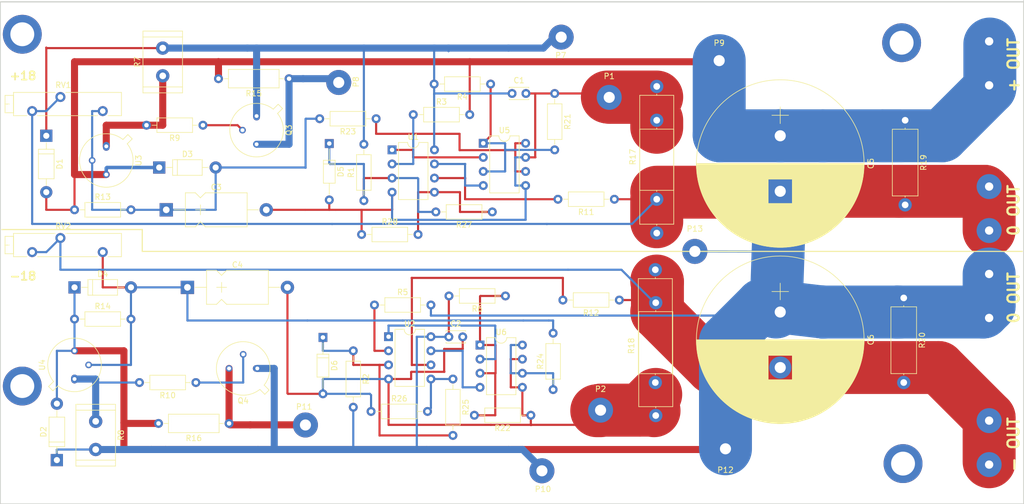
<source format=kicad_pcb>
(kicad_pcb (version 4) (host pcbnew 4.0.2-stable)

  (general
    (links 120)
    (no_connects 8)
    (area 51.994999 55.550999 236.295001 146.379001)
    (thickness 1.6)
    (drawings 14)
    (tracks 377)
    (zones 0)
    (modules 69)
    (nets 32)
  )

  (page A4)
  (layers
    (0 F.Cu signal)
    (31 B.Cu signal)
    (32 B.Adhes user)
    (33 F.Adhes user)
    (34 B.Paste user)
    (35 F.Paste user)
    (36 B.SilkS user)
    (37 F.SilkS user)
    (38 B.Mask user)
    (39 F.Mask user)
    (40 Dwgs.User user)
    (41 Cmts.User user)
    (42 Eco1.User user)
    (43 Eco2.User user)
    (44 Edge.Cuts user)
    (45 Margin user)
    (46 B.CrtYd user)
    (47 F.CrtYd user)
    (48 B.Fab user)
    (49 F.Fab user)
  )

  (setup
    (last_trace_width 9.525)
    (trace_clearance 0.2)
    (zone_clearance 0.508)
    (zone_45_only no)
    (trace_min 0.2)
    (segment_width 0.2)
    (edge_width 0.15)
    (via_size 0.6)
    (via_drill 0.4)
    (via_min_size 0.4)
    (via_min_drill 0.3)
    (uvia_size 0.3)
    (uvia_drill 0.1)
    (uvias_allowed no)
    (uvia_min_size 0.2)
    (uvia_min_drill 0.1)
    (pcb_text_width 0.3)
    (pcb_text_size 1.5 1.5)
    (mod_edge_width 0.15)
    (mod_text_size 1 1)
    (mod_text_width 0.15)
    (pad_size 1.524 1.524)
    (pad_drill 0.762)
    (pad_to_mask_clearance 0.2)
    (aux_axis_origin 0 0)
    (visible_elements 7FFFF7FF)
    (pcbplotparams
      (layerselection 0x010fc_80000001)
      (usegerberextensions false)
      (usegerberattributes true)
      (excludeedgelayer false)
      (linewidth 0.150000)
      (plotframeref false)
      (viasonmask false)
      (mode 1)
      (useauxorigin true)
      (hpglpennumber 1)
      (hpglpenspeed 20)
      (hpglpendiameter 15)
      (hpglpenoverlay 2)
      (psnegative false)
      (psa4output false)
      (plotreference true)
      (plotvalue true)
      (plotinvisibletext false)
      (padsonsilk false)
      (subtractmaskfromsilk false)
      (outputformat 1)
      (mirror false)
      (drillshape 0)
      (scaleselection 1)
      (outputdirectory ""))
  )

  (net 0 "")
  (net 1 "Net-(C1-Pad1)")
  (net 2 "Net-(C1-Pad2)")
  (net 3 "Net-(C2-Pad1)")
  (net 4 "Net-(C2-Pad2)")
  (net 5 "Net-(C3-Pad1)")
  (net 6 "Net-(C4-Pad1)")
  (net 7 "Net-(C5-Pad1)")
  (net 8 "Net-(C5-Pad2)")
  (net 9 "Net-(C6-Pad2)")
  (net 10 "Net-(Q3-Pad2)")
  (net 11 "Net-(Q4-Pad2)")
  (net 12 "Net-(R3-Pad1)")
  (net 13 "Net-(R5-Pad1)")
  (net 14 "Net-(R7-Pad1)")
  (net 15 "Net-(R10-Pad2)")
  (net 16 "Net-(D5-Pad1)")
  (net 17 "Net-(D6-Pad1)")
  (net 18 "Net-(P8-Pad1)")
  (net 19 "Net-(P11-Pad1)")
  (net 20 "Net-(R21-Pad2)")
  (net 21 "Net-(R22-Pad2)")
  (net 22 "Net-(R11-Pad2)")
  (net 23 "Net-(R12-Pad2)")
  (net 24 "Net-(R23-Pad1)")
  (net 25 "Net-(R24-Pad1)")
  (net 26 "Net-(R25-Pad1)")
  (net 27 "Net-(R27-Pad1)")
  (net 28 "Net-(U1-Pad1)")
  (net 29 "Net-(U1-Pad7)")
  (net 30 "Net-(U2-Pad1)")
  (net 31 "Net-(U2-Pad7)")

  (net_class Default "This is the default net class."
    (clearance 0.2)
    (trace_width 9.525)
    (via_dia 0.6)
    (via_drill 0.4)
    (uvia_dia 0.3)
    (uvia_drill 0.1)
    (add_net "Net-(C1-Pad1)")
    (add_net "Net-(C1-Pad2)")
    (add_net "Net-(C2-Pad1)")
    (add_net "Net-(C2-Pad2)")
    (add_net "Net-(C3-Pad1)")
    (add_net "Net-(C4-Pad1)")
    (add_net "Net-(C5-Pad1)")
    (add_net "Net-(C5-Pad2)")
    (add_net "Net-(C6-Pad2)")
    (add_net "Net-(D5-Pad1)")
    (add_net "Net-(D6-Pad1)")
    (add_net "Net-(P11-Pad1)")
    (add_net "Net-(P8-Pad1)")
    (add_net "Net-(Q3-Pad2)")
    (add_net "Net-(Q4-Pad2)")
    (add_net "Net-(R10-Pad2)")
    (add_net "Net-(R11-Pad2)")
    (add_net "Net-(R12-Pad2)")
    (add_net "Net-(R21-Pad2)")
    (add_net "Net-(R22-Pad2)")
    (add_net "Net-(R23-Pad1)")
    (add_net "Net-(R24-Pad1)")
    (add_net "Net-(R25-Pad1)")
    (add_net "Net-(R27-Pad1)")
    (add_net "Net-(R3-Pad1)")
    (add_net "Net-(R5-Pad1)")
    (add_net "Net-(R7-Pad1)")
    (add_net "Net-(U1-Pad1)")
    (add_net "Net-(U1-Pad7)")
    (add_net "Net-(U2-Pad1)")
    (add_net "Net-(U2-Pad7)")
  )

  (module Resistors_ThroughHole:R_Axial_DIN0617_L17.0mm_D6.0mm_P20.32mm_Horizontal (layer F.Cu) (tedit 5DB35BEA) (tstamp 5D51AB77)
    (at 169.926 104.14 270)
    (descr "Resistor, Axial_DIN0617 series, Axial, Horizontal, pin pitch=20.32mm, 2W, length*diameter=17*6mm^2, http://www.vishay.com/docs/20128/wkxwrx.pdf")
    (tags "Resistor Axial_DIN0617 series Axial Horizontal pin pitch 20.32mm 2W length 17mm diameter 6mm")
    (path /5980AEE6)
    (fp_text reference R18 (at 13.716 4.318 270) (layer F.SilkS)
      (effects (font (size 1 1) (thickness 0.15)))
    )
    (fp_text value 0.1 (at 13.462 -4.064 270) (layer F.Fab) hide
      (effects (font (size 1 1) (thickness 0.15)))
    )
    (fp_line (start 1.66 -3) (end 1.66 3) (layer F.Fab) (width 0.1))
    (fp_line (start 1.66 3) (end 18.66 3) (layer F.Fab) (width 0.1))
    (fp_line (start 18.66 3) (end 18.66 -3) (layer F.Fab) (width 0.1))
    (fp_line (start 18.66 -3) (end 1.66 -3) (layer F.Fab) (width 0.1))
    (fp_line (start 0 0) (end 1.66 0) (layer F.Fab) (width 0.1))
    (fp_line (start 20.32 0) (end 18.66 0) (layer F.Fab) (width 0.1))
    (fp_line (start 1.6 -3.06) (end 1.6 3.06) (layer F.SilkS) (width 0.12))
    (fp_line (start 1.6 3.06) (end 18.72 3.06) (layer F.SilkS) (width 0.12))
    (fp_line (start 18.72 3.06) (end 18.72 -3.06) (layer F.SilkS) (width 0.12))
    (fp_line (start 18.72 -3.06) (end 1.6 -3.06) (layer F.SilkS) (width 0.12))
    (fp_line (start 1.38 0) (end 1.6 0) (layer F.SilkS) (width 0.12))
    (fp_line (start 18.94 0) (end 18.72 0) (layer F.SilkS) (width 0.12))
    (fp_line (start -1.45 -3.35) (end -1.45 3.35) (layer F.CrtYd) (width 0.05))
    (fp_line (start -1.45 3.35) (end 21.8 3.35) (layer F.CrtYd) (width 0.05))
    (fp_line (start 21.8 3.35) (end 21.8 -3.35) (layer F.CrtYd) (width 0.05))
    (fp_line (start 21.8 -3.35) (end -1.45 -3.35) (layer F.CrtYd) (width 0.05))
    (pad 1 thru_hole circle (at 0 0 270) (size 2.4 2.4) (drill 1.2) (layers *.Cu *.Mask)
      (net 9 "Net-(C6-Pad2)"))
    (pad 2 thru_hole oval (at 20.32 0 270) (size 2.4 2.4) (drill 1.2) (layers *.Cu *.Mask)
      (net 4 "Net-(C2-Pad2)"))
    (model ${KISYS3DMOD}/Resistors_THT.3dshapes/R_Axial_DIN0617_L17.0mm_D6.0mm_P20.32mm_Horizontal.wrl
      (at (xyz 0 0 0))
      (scale (xyz 0.393701 0.393701 0.393701))
      (rotate (xyz 0 0 0))
    )
  )

  (module Resistors_ThroughHole:R_Axial_DIN0617_L17.0mm_D6.0mm_P20.32mm_Horizontal (layer F.Cu) (tedit 5DB6DC0A) (tstamp 5D51AAAF)
    (at 170.18 97.536 90)
    (descr "Resistor, Axial_DIN0617 series, Axial, Horizontal, pin pitch=20.32mm, 2W, length*diameter=17*6mm^2, http://www.vishay.com/docs/20128/wkxwrx.pdf")
    (tags "Resistor Axial_DIN0617 series Axial Horizontal pin pitch 20.32mm 2W length 17mm diameter 6mm")
    (path /597A1856)
    (fp_text reference "" (at 10.16 -4.06 90) (layer F.SilkS) hide
      (effects (font (size 1 1) (thickness 0.15)))
    )
    (fp_text value 0.1 (at 12.7 4.064 90) (layer F.Fab) hide
      (effects (font (size 1 1) (thickness 0.15)))
    )
    (fp_line (start 1.66 -3) (end 1.66 3) (layer F.Fab) (width 0.1))
    (fp_line (start 1.66 3) (end 18.66 3) (layer F.Fab) (width 0.1))
    (fp_line (start 18.66 3) (end 18.66 -3) (layer F.Fab) (width 0.1))
    (fp_line (start 18.66 -3) (end 1.66 -3) (layer F.Fab) (width 0.1))
    (fp_line (start 0 0) (end 1.66 0) (layer F.Fab) (width 0.1))
    (fp_line (start 20.32 0) (end 18.66 0) (layer F.Fab) (width 0.1))
    (fp_line (start 1.6 -3.06) (end 1.6 3.06) (layer F.SilkS) (width 0.12))
    (fp_line (start 1.6 3.06) (end 18.72 3.06) (layer F.SilkS) (width 0.12))
    (fp_line (start 18.72 3.06) (end 18.72 -3.06) (layer F.SilkS) (width 0.12))
    (fp_line (start 18.72 -3.06) (end 1.6 -3.06) (layer F.SilkS) (width 0.12))
    (fp_line (start 1.38 0) (end 1.6 0) (layer F.SilkS) (width 0.12))
    (fp_line (start 18.94 0) (end 18.72 0) (layer F.SilkS) (width 0.12))
    (fp_line (start -1.45 -3.35) (end -1.45 3.35) (layer F.CrtYd) (width 0.05))
    (fp_line (start -1.45 3.35) (end 21.8 3.35) (layer F.CrtYd) (width 0.05))
    (fp_line (start 21.8 3.35) (end 21.8 -3.35) (layer F.CrtYd) (width 0.05))
    (fp_line (start 21.8 -3.35) (end -1.45 -3.35) (layer F.CrtYd) (width 0.05))
    (pad 1 thru_hole circle (at 0 0 90) (size 2.4 2.4) (drill 1.2) (layers *.Cu *.Mask)
      (net 8 "Net-(C5-Pad2)"))
    (pad 2 thru_hole oval (at 20.32 0 90) (size 2.4 2.4) (drill 1.2) (layers *.Cu *.Mask)
      (net 2 "Net-(C1-Pad2)"))
    (model ${KISYS3DMOD}/Resistors_THT.3dshapes/R_Axial_DIN0617_L17.0mm_D6.0mm_P20.32mm_Horizontal.wrl
      (at (xyz 0 0 0))
      (scale (xyz 0.393701 0.393701 0.393701))
      (rotate (xyz 0 0 0))
    )
  )

  (module Wire_Pads:SolderWirePad_single_2mmDrill (layer F.Cu) (tedit 5DB6E501) (tstamp 5D375C7A)
    (at 230.124 92.964 180)
    (path /598D4B27)
    (fp_text reference "0 OUT" (at -4.2672 -0.4826 270) (layer F.SilkS)
      (effects (font (size 2 2) (thickness 0.4)))
    )
    (fp_text value CONN_01X01 (at 4.9276 -0.3048 270) (layer F.Fab) hide
      (effects (font (size 1 1) (thickness 0.15)))
    )
    (pad 1 thru_hole circle (at 0.127 3.8052 270) (size 4.50088 4.50088) (drill 1.5) (layers *.Cu *.Mask)
      (net 8 "Net-(C5-Pad2)"))
    (pad 1 thru_hole circle (at 0.127 -4.1148 180) (size 4.50088 4.50088) (drill 1.5) (layers *.Cu *.Mask)
      (net 8 "Net-(C5-Pad2)"))
  )

  (module Wire_Pads:SolderWirePad_single_2mmDrill (layer F.Cu) (tedit 5DB6E4F5) (tstamp 5D375C6D)
    (at 230.124 108.712 180)
    (path /598D4BDF)
    (fp_text reference "0 OUT" (at -4.2672 -0.4826 270) (layer F.SilkS)
      (effects (font (size 2 2) (thickness 0.4)))
    )
    (fp_text value CONN_01X01 (at 4.9276 -0.3048 270) (layer F.Fab) hide
      (effects (font (size 1 1) (thickness 0.15)))
    )
    (pad 1 thru_hole circle (at 0.127 3.8052 270) (size 4.50088 4.50088) (drill 1.5) (layers *.Cu *.Mask)
      (net 8 "Net-(C5-Pad2)"))
    (pad 1 thru_hole circle (at 0.127 -4.1148 180) (size 4.50088 4.50088) (drill 1.5) (layers *.Cu *.Mask)
      (net 8 "Net-(C5-Pad2)"))
  )

  (module Wire_Pads:SolderWirePad_single_2mmDrill (layer F.Cu) (tedit 5DB6E4EA) (tstamp 5D375801)
    (at 230.124 135.128 180)
    (path /598D4D90)
    (fp_text reference "- OUT" (at -4.2672 -0.4826 270) (layer F.SilkS)
      (effects (font (size 2 2) (thickness 0.4)))
    )
    (fp_text value CONN_01X01 (at 4.9276 -0.3048 270) (layer F.Fab) hide
      (effects (font (size 1 1) (thickness 0.15)))
    )
    (pad 1 thru_hole circle (at 0.127 3.8052 270) (size 4.50088 4.50088) (drill 1.5) (layers *.Cu *.Mask)
      (net 9 "Net-(C6-Pad2)"))
    (pad 1 thru_hole circle (at 0.127 -4.1148 180) (size 4.50088 4.50088) (drill 1.5) (layers *.Cu *.Mask)
      (net 9 "Net-(C6-Pad2)"))
  )

  (module Wire_Pads:SolderWirePad_single_2mmDrill (layer F.Cu) (tedit 5DB6E50B) (tstamp 598CBE41)
    (at 230.124 66.802 180)
    (path /598D4A63)
    (fp_text reference "+ OUT" (at -4.2672 -0.4826 270) (layer F.SilkS)
      (effects (font (size 2 2) (thickness 0.4)))
    )
    (fp_text value CONN_01X01 (at 4.9276 -0.3048 270) (layer F.Fab) hide
      (effects (font (size 1 1) (thickness 0.15)))
    )
    (pad 1 thru_hole circle (at 0.127 3.8052 270) (size 4.50088 4.50088) (drill 1.5) (layers *.Cu *.Mask)
      (net 7 "Net-(C5-Pad1)"))
    (pad 1 thru_hole circle (at 0.127 -4.1148 180) (size 4.50088 4.50088) (drill 1.5) (layers *.Cu *.Mask)
      (net 7 "Net-(C5-Pad1)"))
  )

  (module Mounting_Holes:MountingHole_4.3mm_M4_ISO14580_Pad (layer F.Cu) (tedit 59B6D742) (tstamp 59B6AB75)
    (at 214.249 63.246)
    (descr "Mounting Hole 4.3mm, M4, ISO14580")
    (tags "mounting hole 4.3mm m4 iso14580")
    (fp_text reference "" (at 0 -4.5) (layer F.SilkS) hide
      (effects (font (size 1 1) (thickness 0.15)))
    )
    (fp_text value "" (at 0 4.5) (layer F.Fab) hide
      (effects (font (size 1 1) (thickness 0.15)))
    )
    (fp_circle (center 0 0) (end 3.5 0) (layer Cmts.User) (width 0.15))
    (fp_circle (center 0 0) (end 3.75 0) (layer F.CrtYd) (width 0.05))
    (pad 1 thru_hole circle (at 0 0) (size 7 7) (drill 4.3) (layers *.Cu *.Mask))
  )

  (module Mounting_Holes:MountingHole_4.3mm_M4_ISO14580_Pad (layer F.Cu) (tedit 59B6D74F) (tstamp 59B6AB69)
    (at 214.503 139.065)
    (descr "Mounting Hole 4.3mm, M4, ISO14580")
    (tags "mounting hole 4.3mm m4 iso14580")
    (fp_text reference "" (at 0 -4.5) (layer F.SilkS) hide
      (effects (font (size 1 1) (thickness 0.15)))
    )
    (fp_text value "" (at 0 4.5) (layer F.Fab) hide
      (effects (font (size 1 1) (thickness 0.15)))
    )
    (fp_circle (center 0 0) (end 3.5 0) (layer Cmts.User) (width 0.15))
    (fp_circle (center 0 0) (end 3.75 0) (layer F.CrtYd) (width 0.05))
    (pad 1 thru_hole circle (at 0 0) (size 7 7) (drill 4.3) (layers *.Cu *.Mask))
  )

  (module Mounting_Holes:MountingHole_4.3mm_M4_ISO14580_Pad (layer F.Cu) (tedit 59B6D724) (tstamp 59B6AA44)
    (at 56.007 125.095)
    (descr "Mounting Hole 4.3mm, M4, ISO14580")
    (tags "mounting hole 4.3mm m4 iso14580")
    (fp_text reference "" (at 0 -4.5) (layer F.SilkS) hide
      (effects (font (size 1 1) (thickness 0.15)))
    )
    (fp_text value "" (at 0 4.5) (layer F.Fab) hide
      (effects (font (size 1 1) (thickness 0.15)))
    )
    (fp_circle (center 0 0) (end 3.5 0) (layer Cmts.User) (width 0.15))
    (fp_circle (center 0 0) (end 3.75 0) (layer F.CrtYd) (width 0.05))
    (pad 1 thru_hole circle (at 0 0) (size 7 7) (drill 4.3) (layers *.Cu *.Mask))
  )

  (module Capacitors_ThroughHole:CP_Radial_D30.0mm_P10.00mm_SnapIn (layer F.Cu) (tedit 597BC7C2) (tstamp 598CBE14)
    (at 192.405 80.01 270)
    (descr "CP, Radial series, Radial, pin pitch=10.00mm, , diameter=30mm, Electrolytic Capacitor, , http://www.vishay.com/docs/28342/058059pll-si.pdf")
    (tags "CP Radial series Radial pin pitch 10.00mm  diameter 30mm Electrolytic Capacitor")
    (path /598DAD6A)
    (fp_text reference C5 (at 5 -16.31 270) (layer F.SilkS)
      (effects (font (size 1 1) (thickness 0.15)))
    )
    (fp_text value 4700uF (at 5 16.31 270) (layer F.Fab)
      (effects (font (size 1 1) (thickness 0.15)))
    )
    (fp_circle (center 5 0) (end 20 0) (layer F.Fab) (width 0.1))
    (fp_circle (center 5 0) (end 20.09 0) (layer F.SilkS) (width 0.12))
    (fp_line (start -5.2 0) (end -2.2 0) (layer F.Fab) (width 0.1))
    (fp_line (start -3.7 -1.5) (end -3.7 1.5) (layer F.Fab) (width 0.1))
    (fp_line (start 5 -15.05) (end 5 15.05) (layer F.SilkS) (width 0.12))
    (fp_line (start 5.04 -15.05) (end 5.04 15.05) (layer F.SilkS) (width 0.12))
    (fp_line (start 5.08 -15.05) (end 5.08 15.05) (layer F.SilkS) (width 0.12))
    (fp_line (start 5.12 -15.05) (end 5.12 15.05) (layer F.SilkS) (width 0.12))
    (fp_line (start 5.16 -15.05) (end 5.16 15.05) (layer F.SilkS) (width 0.12))
    (fp_line (start 5.2 -15.049) (end 5.2 15.049) (layer F.SilkS) (width 0.12))
    (fp_line (start 5.24 -15.049) (end 5.24 15.049) (layer F.SilkS) (width 0.12))
    (fp_line (start 5.28 -15.048) (end 5.28 15.048) (layer F.SilkS) (width 0.12))
    (fp_line (start 5.32 -15.047) (end 5.32 15.047) (layer F.SilkS) (width 0.12))
    (fp_line (start 5.36 -15.046) (end 5.36 15.046) (layer F.SilkS) (width 0.12))
    (fp_line (start 5.4 -15.045) (end 5.4 15.045) (layer F.SilkS) (width 0.12))
    (fp_line (start 5.44 -15.044) (end 5.44 15.044) (layer F.SilkS) (width 0.12))
    (fp_line (start 5.48 -15.043) (end 5.48 15.043) (layer F.SilkS) (width 0.12))
    (fp_line (start 5.52 -15.042) (end 5.52 15.042) (layer F.SilkS) (width 0.12))
    (fp_line (start 5.56 -15.04) (end 5.56 15.04) (layer F.SilkS) (width 0.12))
    (fp_line (start 5.6 -15.039) (end 5.6 15.039) (layer F.SilkS) (width 0.12))
    (fp_line (start 5.64 -15.037) (end 5.64 15.037) (layer F.SilkS) (width 0.12))
    (fp_line (start 5.68 -15.035) (end 5.68 15.035) (layer F.SilkS) (width 0.12))
    (fp_line (start 5.721 -15.033) (end 5.721 15.033) (layer F.SilkS) (width 0.12))
    (fp_line (start 5.761 -15.031) (end 5.761 15.031) (layer F.SilkS) (width 0.12))
    (fp_line (start 5.801 -15.029) (end 5.801 15.029) (layer F.SilkS) (width 0.12))
    (fp_line (start 5.841 -15.027) (end 5.841 15.027) (layer F.SilkS) (width 0.12))
    (fp_line (start 5.881 -15.025) (end 5.881 15.025) (layer F.SilkS) (width 0.12))
    (fp_line (start 5.921 -15.022) (end 5.921 15.022) (layer F.SilkS) (width 0.12))
    (fp_line (start 5.961 -15.02) (end 5.961 15.02) (layer F.SilkS) (width 0.12))
    (fp_line (start 6.001 -15.017) (end 6.001 15.017) (layer F.SilkS) (width 0.12))
    (fp_line (start 6.041 -15.015) (end 6.041 15.015) (layer F.SilkS) (width 0.12))
    (fp_line (start 6.081 -15.012) (end 6.081 15.012) (layer F.SilkS) (width 0.12))
    (fp_line (start 6.121 -15.009) (end 6.121 15.009) (layer F.SilkS) (width 0.12))
    (fp_line (start 6.161 -15.006) (end 6.161 15.006) (layer F.SilkS) (width 0.12))
    (fp_line (start 6.201 -15.003) (end 6.201 15.003) (layer F.SilkS) (width 0.12))
    (fp_line (start 6.241 -14.999) (end 6.241 14.999) (layer F.SilkS) (width 0.12))
    (fp_line (start 6.281 -14.996) (end 6.281 14.996) (layer F.SilkS) (width 0.12))
    (fp_line (start 6.321 -14.993) (end 6.321 14.993) (layer F.SilkS) (width 0.12))
    (fp_line (start 6.361 -14.989) (end 6.361 14.989) (layer F.SilkS) (width 0.12))
    (fp_line (start 6.401 -14.985) (end 6.401 14.985) (layer F.SilkS) (width 0.12))
    (fp_line (start 6.441 -14.982) (end 6.441 14.982) (layer F.SilkS) (width 0.12))
    (fp_line (start 6.481 -14.978) (end 6.481 14.978) (layer F.SilkS) (width 0.12))
    (fp_line (start 6.521 -14.974) (end 6.521 14.974) (layer F.SilkS) (width 0.12))
    (fp_line (start 6.561 -14.97) (end 6.561 14.97) (layer F.SilkS) (width 0.12))
    (fp_line (start 6.601 -14.965) (end 6.601 14.965) (layer F.SilkS) (width 0.12))
    (fp_line (start 6.641 -14.961) (end 6.641 14.961) (layer F.SilkS) (width 0.12))
    (fp_line (start 6.681 -14.957) (end 6.681 14.957) (layer F.SilkS) (width 0.12))
    (fp_line (start 6.721 -14.952) (end 6.721 14.952) (layer F.SilkS) (width 0.12))
    (fp_line (start 6.761 -14.948) (end 6.761 14.948) (layer F.SilkS) (width 0.12))
    (fp_line (start 6.801 -14.943) (end 6.801 14.943) (layer F.SilkS) (width 0.12))
    (fp_line (start 6.841 -14.938) (end 6.841 14.938) (layer F.SilkS) (width 0.12))
    (fp_line (start 6.881 -14.933) (end 6.881 14.933) (layer F.SilkS) (width 0.12))
    (fp_line (start 6.921 -14.928) (end 6.921 14.928) (layer F.SilkS) (width 0.12))
    (fp_line (start 6.961 -14.923) (end 6.961 14.923) (layer F.SilkS) (width 0.12))
    (fp_line (start 7.001 -14.917) (end 7.001 14.917) (layer F.SilkS) (width 0.12))
    (fp_line (start 7.041 -14.912) (end 7.041 14.912) (layer F.SilkS) (width 0.12))
    (fp_line (start 7.081 -14.906) (end 7.081 14.906) (layer F.SilkS) (width 0.12))
    (fp_line (start 7.121 -14.901) (end 7.121 14.901) (layer F.SilkS) (width 0.12))
    (fp_line (start 7.161 -14.895) (end 7.161 14.895) (layer F.SilkS) (width 0.12))
    (fp_line (start 7.201 -14.889) (end 7.201 14.889) (layer F.SilkS) (width 0.12))
    (fp_line (start 7.241 -14.883) (end 7.241 14.883) (layer F.SilkS) (width 0.12))
    (fp_line (start 7.281 -14.877) (end 7.281 14.877) (layer F.SilkS) (width 0.12))
    (fp_line (start 7.321 -14.871) (end 7.321 14.871) (layer F.SilkS) (width 0.12))
    (fp_line (start 7.361 -14.865) (end 7.361 14.865) (layer F.SilkS) (width 0.12))
    (fp_line (start 7.401 -14.858) (end 7.401 14.858) (layer F.SilkS) (width 0.12))
    (fp_line (start 7.441 -14.852) (end 7.441 14.852) (layer F.SilkS) (width 0.12))
    (fp_line (start 7.481 -14.845) (end 7.481 14.845) (layer F.SilkS) (width 0.12))
    (fp_line (start 7.521 -14.839) (end 7.521 14.839) (layer F.SilkS) (width 0.12))
    (fp_line (start 7.561 -14.832) (end 7.561 14.832) (layer F.SilkS) (width 0.12))
    (fp_line (start 7.601 -14.825) (end 7.601 14.825) (layer F.SilkS) (width 0.12))
    (fp_line (start 7.641 -14.818) (end 7.641 14.818) (layer F.SilkS) (width 0.12))
    (fp_line (start 7.681 -14.811) (end 7.681 14.811) (layer F.SilkS) (width 0.12))
    (fp_line (start 7.721 -14.803) (end 7.721 14.803) (layer F.SilkS) (width 0.12))
    (fp_line (start 7.761 -14.796) (end 7.761 14.796) (layer F.SilkS) (width 0.12))
    (fp_line (start 7.801 -14.788) (end 7.801 14.788) (layer F.SilkS) (width 0.12))
    (fp_line (start 7.841 -14.781) (end 7.841 -2.18) (layer F.SilkS) (width 0.12))
    (fp_line (start 7.841 2.18) (end 7.841 14.781) (layer F.SilkS) (width 0.12))
    (fp_line (start 7.881 -14.773) (end 7.881 -2.18) (layer F.SilkS) (width 0.12))
    (fp_line (start 7.881 2.18) (end 7.881 14.773) (layer F.SilkS) (width 0.12))
    (fp_line (start 7.921 -14.765) (end 7.921 -2.18) (layer F.SilkS) (width 0.12))
    (fp_line (start 7.921 2.18) (end 7.921 14.765) (layer F.SilkS) (width 0.12))
    (fp_line (start 7.961 -14.757) (end 7.961 -2.18) (layer F.SilkS) (width 0.12))
    (fp_line (start 7.961 2.18) (end 7.961 14.757) (layer F.SilkS) (width 0.12))
    (fp_line (start 8.001 -14.749) (end 8.001 -2.18) (layer F.SilkS) (width 0.12))
    (fp_line (start 8.001 2.18) (end 8.001 14.749) (layer F.SilkS) (width 0.12))
    (fp_line (start 8.041 -14.741) (end 8.041 -2.18) (layer F.SilkS) (width 0.12))
    (fp_line (start 8.041 2.18) (end 8.041 14.741) (layer F.SilkS) (width 0.12))
    (fp_line (start 8.081 -14.733) (end 8.081 -2.18) (layer F.SilkS) (width 0.12))
    (fp_line (start 8.081 2.18) (end 8.081 14.733) (layer F.SilkS) (width 0.12))
    (fp_line (start 8.121 -14.724) (end 8.121 -2.18) (layer F.SilkS) (width 0.12))
    (fp_line (start 8.121 2.18) (end 8.121 14.724) (layer F.SilkS) (width 0.12))
    (fp_line (start 8.161 -14.716) (end 8.161 -2.18) (layer F.SilkS) (width 0.12))
    (fp_line (start 8.161 2.18) (end 8.161 14.716) (layer F.SilkS) (width 0.12))
    (fp_line (start 8.201 -14.707) (end 8.201 -2.18) (layer F.SilkS) (width 0.12))
    (fp_line (start 8.201 2.18) (end 8.201 14.707) (layer F.SilkS) (width 0.12))
    (fp_line (start 8.241 -14.699) (end 8.241 -2.18) (layer F.SilkS) (width 0.12))
    (fp_line (start 8.241 2.18) (end 8.241 14.699) (layer F.SilkS) (width 0.12))
    (fp_line (start 8.281 -14.69) (end 8.281 -2.18) (layer F.SilkS) (width 0.12))
    (fp_line (start 8.281 2.18) (end 8.281 14.69) (layer F.SilkS) (width 0.12))
    (fp_line (start 8.321 -14.681) (end 8.321 -2.18) (layer F.SilkS) (width 0.12))
    (fp_line (start 8.321 2.18) (end 8.321 14.681) (layer F.SilkS) (width 0.12))
    (fp_line (start 8.361 -14.672) (end 8.361 -2.18) (layer F.SilkS) (width 0.12))
    (fp_line (start 8.361 2.18) (end 8.361 14.672) (layer F.SilkS) (width 0.12))
    (fp_line (start 8.401 -14.662) (end 8.401 -2.18) (layer F.SilkS) (width 0.12))
    (fp_line (start 8.401 2.18) (end 8.401 14.662) (layer F.SilkS) (width 0.12))
    (fp_line (start 8.441 -14.653) (end 8.441 -2.18) (layer F.SilkS) (width 0.12))
    (fp_line (start 8.441 2.18) (end 8.441 14.653) (layer F.SilkS) (width 0.12))
    (fp_line (start 8.481 -14.644) (end 8.481 -2.18) (layer F.SilkS) (width 0.12))
    (fp_line (start 8.481 2.18) (end 8.481 14.644) (layer F.SilkS) (width 0.12))
    (fp_line (start 8.521 -14.634) (end 8.521 -2.18) (layer F.SilkS) (width 0.12))
    (fp_line (start 8.521 2.18) (end 8.521 14.634) (layer F.SilkS) (width 0.12))
    (fp_line (start 8.561 -14.625) (end 8.561 -2.18) (layer F.SilkS) (width 0.12))
    (fp_line (start 8.561 2.18) (end 8.561 14.625) (layer F.SilkS) (width 0.12))
    (fp_line (start 8.601 -14.615) (end 8.601 -2.18) (layer F.SilkS) (width 0.12))
    (fp_line (start 8.601 2.18) (end 8.601 14.615) (layer F.SilkS) (width 0.12))
    (fp_line (start 8.641 -14.605) (end 8.641 -2.18) (layer F.SilkS) (width 0.12))
    (fp_line (start 8.641 2.18) (end 8.641 14.605) (layer F.SilkS) (width 0.12))
    (fp_line (start 8.681 -14.595) (end 8.681 -2.18) (layer F.SilkS) (width 0.12))
    (fp_line (start 8.681 2.18) (end 8.681 14.595) (layer F.SilkS) (width 0.12))
    (fp_line (start 8.721 -14.585) (end 8.721 -2.18) (layer F.SilkS) (width 0.12))
    (fp_line (start 8.721 2.18) (end 8.721 14.585) (layer F.SilkS) (width 0.12))
    (fp_line (start 8.761 -14.575) (end 8.761 -2.18) (layer F.SilkS) (width 0.12))
    (fp_line (start 8.761 2.18) (end 8.761 14.575) (layer F.SilkS) (width 0.12))
    (fp_line (start 8.801 -14.564) (end 8.801 -2.18) (layer F.SilkS) (width 0.12))
    (fp_line (start 8.801 2.18) (end 8.801 14.564) (layer F.SilkS) (width 0.12))
    (fp_line (start 8.841 -14.554) (end 8.841 -2.18) (layer F.SilkS) (width 0.12))
    (fp_line (start 8.841 2.18) (end 8.841 14.554) (layer F.SilkS) (width 0.12))
    (fp_line (start 8.881 -14.543) (end 8.881 -2.18) (layer F.SilkS) (width 0.12))
    (fp_line (start 8.881 2.18) (end 8.881 14.543) (layer F.SilkS) (width 0.12))
    (fp_line (start 8.921 -14.532) (end 8.921 -2.18) (layer F.SilkS) (width 0.12))
    (fp_line (start 8.921 2.18) (end 8.921 14.532) (layer F.SilkS) (width 0.12))
    (fp_line (start 8.961 -14.522) (end 8.961 -2.18) (layer F.SilkS) (width 0.12))
    (fp_line (start 8.961 2.18) (end 8.961 14.522) (layer F.SilkS) (width 0.12))
    (fp_line (start 9.001 -14.511) (end 9.001 -2.18) (layer F.SilkS) (width 0.12))
    (fp_line (start 9.001 2.18) (end 9.001 14.511) (layer F.SilkS) (width 0.12))
    (fp_line (start 9.041 -14.5) (end 9.041 -2.18) (layer F.SilkS) (width 0.12))
    (fp_line (start 9.041 2.18) (end 9.041 14.5) (layer F.SilkS) (width 0.12))
    (fp_line (start 9.081 -14.488) (end 9.081 -2.18) (layer F.SilkS) (width 0.12))
    (fp_line (start 9.081 2.18) (end 9.081 14.488) (layer F.SilkS) (width 0.12))
    (fp_line (start 9.121 -14.477) (end 9.121 -2.18) (layer F.SilkS) (width 0.12))
    (fp_line (start 9.121 2.18) (end 9.121 14.477) (layer F.SilkS) (width 0.12))
    (fp_line (start 9.161 -14.466) (end 9.161 -2.18) (layer F.SilkS) (width 0.12))
    (fp_line (start 9.161 2.18) (end 9.161 14.466) (layer F.SilkS) (width 0.12))
    (fp_line (start 9.201 -14.454) (end 9.201 -2.18) (layer F.SilkS) (width 0.12))
    (fp_line (start 9.201 2.18) (end 9.201 14.454) (layer F.SilkS) (width 0.12))
    (fp_line (start 9.241 -14.443) (end 9.241 -2.18) (layer F.SilkS) (width 0.12))
    (fp_line (start 9.241 2.18) (end 9.241 14.443) (layer F.SilkS) (width 0.12))
    (fp_line (start 9.281 -14.431) (end 9.281 -2.18) (layer F.SilkS) (width 0.12))
    (fp_line (start 9.281 2.18) (end 9.281 14.431) (layer F.SilkS) (width 0.12))
    (fp_line (start 9.321 -14.419) (end 9.321 -2.18) (layer F.SilkS) (width 0.12))
    (fp_line (start 9.321 2.18) (end 9.321 14.419) (layer F.SilkS) (width 0.12))
    (fp_line (start 9.361 -14.407) (end 9.361 -2.18) (layer F.SilkS) (width 0.12))
    (fp_line (start 9.361 2.18) (end 9.361 14.407) (layer F.SilkS) (width 0.12))
    (fp_line (start 9.401 -14.395) (end 9.401 -2.18) (layer F.SilkS) (width 0.12))
    (fp_line (start 9.401 2.18) (end 9.401 14.395) (layer F.SilkS) (width 0.12))
    (fp_line (start 9.441 -14.383) (end 9.441 -2.18) (layer F.SilkS) (width 0.12))
    (fp_line (start 9.441 2.18) (end 9.441 14.383) (layer F.SilkS) (width 0.12))
    (fp_line (start 9.481 -14.37) (end 9.481 -2.18) (layer F.SilkS) (width 0.12))
    (fp_line (start 9.481 2.18) (end 9.481 14.37) (layer F.SilkS) (width 0.12))
    (fp_line (start 9.521 -14.358) (end 9.521 -2.18) (layer F.SilkS) (width 0.12))
    (fp_line (start 9.521 2.18) (end 9.521 14.358) (layer F.SilkS) (width 0.12))
    (fp_line (start 9.561 -14.345) (end 9.561 -2.18) (layer F.SilkS) (width 0.12))
    (fp_line (start 9.561 2.18) (end 9.561 14.345) (layer F.SilkS) (width 0.12))
    (fp_line (start 9.601 -14.332) (end 9.601 -2.18) (layer F.SilkS) (width 0.12))
    (fp_line (start 9.601 2.18) (end 9.601 14.332) (layer F.SilkS) (width 0.12))
    (fp_line (start 9.641 -14.319) (end 9.641 -2.18) (layer F.SilkS) (width 0.12))
    (fp_line (start 9.641 2.18) (end 9.641 14.319) (layer F.SilkS) (width 0.12))
    (fp_line (start 9.681 -14.306) (end 9.681 -2.18) (layer F.SilkS) (width 0.12))
    (fp_line (start 9.681 2.18) (end 9.681 14.306) (layer F.SilkS) (width 0.12))
    (fp_line (start 9.721 -14.293) (end 9.721 -2.18) (layer F.SilkS) (width 0.12))
    (fp_line (start 9.721 2.18) (end 9.721 14.293) (layer F.SilkS) (width 0.12))
    (fp_line (start 9.761 -14.28) (end 9.761 -2.18) (layer F.SilkS) (width 0.12))
    (fp_line (start 9.761 2.18) (end 9.761 14.28) (layer F.SilkS) (width 0.12))
    (fp_line (start 9.801 -14.267) (end 9.801 -2.18) (layer F.SilkS) (width 0.12))
    (fp_line (start 9.801 2.18) (end 9.801 14.267) (layer F.SilkS) (width 0.12))
    (fp_line (start 9.841 -14.253) (end 9.841 -2.18) (layer F.SilkS) (width 0.12))
    (fp_line (start 9.841 2.18) (end 9.841 14.253) (layer F.SilkS) (width 0.12))
    (fp_line (start 9.881 -14.24) (end 9.881 -2.18) (layer F.SilkS) (width 0.12))
    (fp_line (start 9.881 2.18) (end 9.881 14.24) (layer F.SilkS) (width 0.12))
    (fp_line (start 9.921 -14.226) (end 9.921 -2.18) (layer F.SilkS) (width 0.12))
    (fp_line (start 9.921 2.18) (end 9.921 14.226) (layer F.SilkS) (width 0.12))
    (fp_line (start 9.961 -14.212) (end 9.961 -2.18) (layer F.SilkS) (width 0.12))
    (fp_line (start 9.961 2.18) (end 9.961 14.212) (layer F.SilkS) (width 0.12))
    (fp_line (start 10.001 -14.198) (end 10.001 -2.18) (layer F.SilkS) (width 0.12))
    (fp_line (start 10.001 2.18) (end 10.001 14.198) (layer F.SilkS) (width 0.12))
    (fp_line (start 10.041 -14.184) (end 10.041 -2.18) (layer F.SilkS) (width 0.12))
    (fp_line (start 10.041 2.18) (end 10.041 14.184) (layer F.SilkS) (width 0.12))
    (fp_line (start 10.081 -14.17) (end 10.081 -2.18) (layer F.SilkS) (width 0.12))
    (fp_line (start 10.081 2.18) (end 10.081 14.17) (layer F.SilkS) (width 0.12))
    (fp_line (start 10.121 -14.155) (end 10.121 -2.18) (layer F.SilkS) (width 0.12))
    (fp_line (start 10.121 2.18) (end 10.121 14.155) (layer F.SilkS) (width 0.12))
    (fp_line (start 10.161 -14.141) (end 10.161 -2.18) (layer F.SilkS) (width 0.12))
    (fp_line (start 10.161 2.18) (end 10.161 14.141) (layer F.SilkS) (width 0.12))
    (fp_line (start 10.201 -14.126) (end 10.201 -2.18) (layer F.SilkS) (width 0.12))
    (fp_line (start 10.201 2.18) (end 10.201 14.126) (layer F.SilkS) (width 0.12))
    (fp_line (start 10.241 -14.111) (end 10.241 -2.18) (layer F.SilkS) (width 0.12))
    (fp_line (start 10.241 2.18) (end 10.241 14.111) (layer F.SilkS) (width 0.12))
    (fp_line (start 10.281 -14.097) (end 10.281 -2.18) (layer F.SilkS) (width 0.12))
    (fp_line (start 10.281 2.18) (end 10.281 14.097) (layer F.SilkS) (width 0.12))
    (fp_line (start 10.321 -14.082) (end 10.321 -2.18) (layer F.SilkS) (width 0.12))
    (fp_line (start 10.321 2.18) (end 10.321 14.082) (layer F.SilkS) (width 0.12))
    (fp_line (start 10.361 -14.066) (end 10.361 -2.18) (layer F.SilkS) (width 0.12))
    (fp_line (start 10.361 2.18) (end 10.361 14.066) (layer F.SilkS) (width 0.12))
    (fp_line (start 10.401 -14.051) (end 10.401 -2.18) (layer F.SilkS) (width 0.12))
    (fp_line (start 10.401 2.18) (end 10.401 14.051) (layer F.SilkS) (width 0.12))
    (fp_line (start 10.441 -14.036) (end 10.441 -2.18) (layer F.SilkS) (width 0.12))
    (fp_line (start 10.441 2.18) (end 10.441 14.036) (layer F.SilkS) (width 0.12))
    (fp_line (start 10.481 -14.02) (end 10.481 -2.18) (layer F.SilkS) (width 0.12))
    (fp_line (start 10.481 2.18) (end 10.481 14.02) (layer F.SilkS) (width 0.12))
    (fp_line (start 10.521 -14.005) (end 10.521 -2.18) (layer F.SilkS) (width 0.12))
    (fp_line (start 10.521 2.18) (end 10.521 14.005) (layer F.SilkS) (width 0.12))
    (fp_line (start 10.561 -13.989) (end 10.561 -2.18) (layer F.SilkS) (width 0.12))
    (fp_line (start 10.561 2.18) (end 10.561 13.989) (layer F.SilkS) (width 0.12))
    (fp_line (start 10.601 -13.973) (end 10.601 -2.18) (layer F.SilkS) (width 0.12))
    (fp_line (start 10.601 2.18) (end 10.601 13.973) (layer F.SilkS) (width 0.12))
    (fp_line (start 10.641 -13.957) (end 10.641 -2.18) (layer F.SilkS) (width 0.12))
    (fp_line (start 10.641 2.18) (end 10.641 13.957) (layer F.SilkS) (width 0.12))
    (fp_line (start 10.681 -13.941) (end 10.681 -2.18) (layer F.SilkS) (width 0.12))
    (fp_line (start 10.681 2.18) (end 10.681 13.941) (layer F.SilkS) (width 0.12))
    (fp_line (start 10.721 -13.924) (end 10.721 -2.18) (layer F.SilkS) (width 0.12))
    (fp_line (start 10.721 2.18) (end 10.721 13.924) (layer F.SilkS) (width 0.12))
    (fp_line (start 10.761 -13.908) (end 10.761 -2.18) (layer F.SilkS) (width 0.12))
    (fp_line (start 10.761 2.18) (end 10.761 13.908) (layer F.SilkS) (width 0.12))
    (fp_line (start 10.801 -13.891) (end 10.801 -2.18) (layer F.SilkS) (width 0.12))
    (fp_line (start 10.801 2.18) (end 10.801 13.891) (layer F.SilkS) (width 0.12))
    (fp_line (start 10.841 -13.875) (end 10.841 -2.18) (layer F.SilkS) (width 0.12))
    (fp_line (start 10.841 2.18) (end 10.841 13.875) (layer F.SilkS) (width 0.12))
    (fp_line (start 10.881 -13.858) (end 10.881 -2.18) (layer F.SilkS) (width 0.12))
    (fp_line (start 10.881 2.18) (end 10.881 13.858) (layer F.SilkS) (width 0.12))
    (fp_line (start 10.921 -13.841) (end 10.921 -2.18) (layer F.SilkS) (width 0.12))
    (fp_line (start 10.921 2.18) (end 10.921 13.841) (layer F.SilkS) (width 0.12))
    (fp_line (start 10.961 -13.824) (end 10.961 -2.18) (layer F.SilkS) (width 0.12))
    (fp_line (start 10.961 2.18) (end 10.961 13.824) (layer F.SilkS) (width 0.12))
    (fp_line (start 11.001 -13.806) (end 11.001 -2.18) (layer F.SilkS) (width 0.12))
    (fp_line (start 11.001 2.18) (end 11.001 13.806) (layer F.SilkS) (width 0.12))
    (fp_line (start 11.041 -13.789) (end 11.041 -2.18) (layer F.SilkS) (width 0.12))
    (fp_line (start 11.041 2.18) (end 11.041 13.789) (layer F.SilkS) (width 0.12))
    (fp_line (start 11.081 -13.771) (end 11.081 -2.18) (layer F.SilkS) (width 0.12))
    (fp_line (start 11.081 2.18) (end 11.081 13.771) (layer F.SilkS) (width 0.12))
    (fp_line (start 11.121 -13.754) (end 11.121 -2.18) (layer F.SilkS) (width 0.12))
    (fp_line (start 11.121 2.18) (end 11.121 13.754) (layer F.SilkS) (width 0.12))
    (fp_line (start 11.161 -13.736) (end 11.161 -2.18) (layer F.SilkS) (width 0.12))
    (fp_line (start 11.161 2.18) (end 11.161 13.736) (layer F.SilkS) (width 0.12))
    (fp_line (start 11.201 -13.718) (end 11.201 -2.18) (layer F.SilkS) (width 0.12))
    (fp_line (start 11.201 2.18) (end 11.201 13.718) (layer F.SilkS) (width 0.12))
    (fp_line (start 11.241 -13.7) (end 11.241 -2.18) (layer F.SilkS) (width 0.12))
    (fp_line (start 11.241 2.18) (end 11.241 13.7) (layer F.SilkS) (width 0.12))
    (fp_line (start 11.281 -13.682) (end 11.281 -2.18) (layer F.SilkS) (width 0.12))
    (fp_line (start 11.281 2.18) (end 11.281 13.682) (layer F.SilkS) (width 0.12))
    (fp_line (start 11.321 -13.663) (end 11.321 -2.18) (layer F.SilkS) (width 0.12))
    (fp_line (start 11.321 2.18) (end 11.321 13.663) (layer F.SilkS) (width 0.12))
    (fp_line (start 11.361 -13.645) (end 11.361 -2.18) (layer F.SilkS) (width 0.12))
    (fp_line (start 11.361 2.18) (end 11.361 13.645) (layer F.SilkS) (width 0.12))
    (fp_line (start 11.401 -13.626) (end 11.401 -2.18) (layer F.SilkS) (width 0.12))
    (fp_line (start 11.401 2.18) (end 11.401 13.626) (layer F.SilkS) (width 0.12))
    (fp_line (start 11.441 -13.607) (end 11.441 -2.18) (layer F.SilkS) (width 0.12))
    (fp_line (start 11.441 2.18) (end 11.441 13.607) (layer F.SilkS) (width 0.12))
    (fp_line (start 11.481 -13.588) (end 11.481 -2.18) (layer F.SilkS) (width 0.12))
    (fp_line (start 11.481 2.18) (end 11.481 13.588) (layer F.SilkS) (width 0.12))
    (fp_line (start 11.521 -13.569) (end 11.521 -2.18) (layer F.SilkS) (width 0.12))
    (fp_line (start 11.521 2.18) (end 11.521 13.569) (layer F.SilkS) (width 0.12))
    (fp_line (start 11.561 -13.55) (end 11.561 -2.18) (layer F.SilkS) (width 0.12))
    (fp_line (start 11.561 2.18) (end 11.561 13.55) (layer F.SilkS) (width 0.12))
    (fp_line (start 11.601 -13.531) (end 11.601 -2.18) (layer F.SilkS) (width 0.12))
    (fp_line (start 11.601 2.18) (end 11.601 13.531) (layer F.SilkS) (width 0.12))
    (fp_line (start 11.641 -13.511) (end 11.641 -2.18) (layer F.SilkS) (width 0.12))
    (fp_line (start 11.641 2.18) (end 11.641 13.511) (layer F.SilkS) (width 0.12))
    (fp_line (start 11.681 -13.491) (end 11.681 -2.18) (layer F.SilkS) (width 0.12))
    (fp_line (start 11.681 2.18) (end 11.681 13.491) (layer F.SilkS) (width 0.12))
    (fp_line (start 11.721 -13.472) (end 11.721 -2.18) (layer F.SilkS) (width 0.12))
    (fp_line (start 11.721 2.18) (end 11.721 13.472) (layer F.SilkS) (width 0.12))
    (fp_line (start 11.761 -13.452) (end 11.761 -2.18) (layer F.SilkS) (width 0.12))
    (fp_line (start 11.761 2.18) (end 11.761 13.452) (layer F.SilkS) (width 0.12))
    (fp_line (start 11.801 -13.432) (end 11.801 -2.18) (layer F.SilkS) (width 0.12))
    (fp_line (start 11.801 2.18) (end 11.801 13.432) (layer F.SilkS) (width 0.12))
    (fp_line (start 11.841 -13.411) (end 11.841 -2.18) (layer F.SilkS) (width 0.12))
    (fp_line (start 11.841 2.18) (end 11.841 13.411) (layer F.SilkS) (width 0.12))
    (fp_line (start 11.881 -13.391) (end 11.881 -2.18) (layer F.SilkS) (width 0.12))
    (fp_line (start 11.881 2.18) (end 11.881 13.391) (layer F.SilkS) (width 0.12))
    (fp_line (start 11.921 -13.37) (end 11.921 -2.18) (layer F.SilkS) (width 0.12))
    (fp_line (start 11.921 2.18) (end 11.921 13.37) (layer F.SilkS) (width 0.12))
    (fp_line (start 11.961 -13.35) (end 11.961 -2.18) (layer F.SilkS) (width 0.12))
    (fp_line (start 11.961 2.18) (end 11.961 13.35) (layer F.SilkS) (width 0.12))
    (fp_line (start 12.001 -13.329) (end 12.001 -2.18) (layer F.SilkS) (width 0.12))
    (fp_line (start 12.001 2.18) (end 12.001 13.329) (layer F.SilkS) (width 0.12))
    (fp_line (start 12.041 -13.308) (end 12.041 -2.18) (layer F.SilkS) (width 0.12))
    (fp_line (start 12.041 2.18) (end 12.041 13.308) (layer F.SilkS) (width 0.12))
    (fp_line (start 12.081 -13.286) (end 12.081 -2.18) (layer F.SilkS) (width 0.12))
    (fp_line (start 12.081 2.18) (end 12.081 13.286) (layer F.SilkS) (width 0.12))
    (fp_line (start 12.121 -13.265) (end 12.121 -2.18) (layer F.SilkS) (width 0.12))
    (fp_line (start 12.121 2.18) (end 12.121 13.265) (layer F.SilkS) (width 0.12))
    (fp_line (start 12.161 -13.244) (end 12.161 -2.18) (layer F.SilkS) (width 0.12))
    (fp_line (start 12.161 2.18) (end 12.161 13.244) (layer F.SilkS) (width 0.12))
    (fp_line (start 12.201 -13.222) (end 12.201 13.222) (layer F.SilkS) (width 0.12))
    (fp_line (start 12.241 -13.2) (end 12.241 13.2) (layer F.SilkS) (width 0.12))
    (fp_line (start 12.281 -13.178) (end 12.281 13.178) (layer F.SilkS) (width 0.12))
    (fp_line (start 12.321 -13.156) (end 12.321 13.156) (layer F.SilkS) (width 0.12))
    (fp_line (start 12.361 -13.134) (end 12.361 13.134) (layer F.SilkS) (width 0.12))
    (fp_line (start 12.401 -13.111) (end 12.401 13.111) (layer F.SilkS) (width 0.12))
    (fp_line (start 12.441 -13.089) (end 12.441 13.089) (layer F.SilkS) (width 0.12))
    (fp_line (start 12.481 -13.066) (end 12.481 13.066) (layer F.SilkS) (width 0.12))
    (fp_line (start 12.521 -13.043) (end 12.521 13.043) (layer F.SilkS) (width 0.12))
    (fp_line (start 12.561 -13.02) (end 12.561 13.02) (layer F.SilkS) (width 0.12))
    (fp_line (start 12.601 -12.997) (end 12.601 12.997) (layer F.SilkS) (width 0.12))
    (fp_line (start 12.641 -12.974) (end 12.641 12.974) (layer F.SilkS) (width 0.12))
    (fp_line (start 12.681 -12.95) (end 12.681 12.95) (layer F.SilkS) (width 0.12))
    (fp_line (start 12.721 -12.926) (end 12.721 12.926) (layer F.SilkS) (width 0.12))
    (fp_line (start 12.761 -12.902) (end 12.761 12.902) (layer F.SilkS) (width 0.12))
    (fp_line (start 12.801 -12.878) (end 12.801 12.878) (layer F.SilkS) (width 0.12))
    (fp_line (start 12.841 -12.854) (end 12.841 12.854) (layer F.SilkS) (width 0.12))
    (fp_line (start 12.881 -12.83) (end 12.881 12.83) (layer F.SilkS) (width 0.12))
    (fp_line (start 12.921 -12.805) (end 12.921 12.805) (layer F.SilkS) (width 0.12))
    (fp_line (start 12.961 -12.78) (end 12.961 12.78) (layer F.SilkS) (width 0.12))
    (fp_line (start 13.001 -12.755) (end 13.001 12.755) (layer F.SilkS) (width 0.12))
    (fp_line (start 13.041 -12.73) (end 13.041 12.73) (layer F.SilkS) (width 0.12))
    (fp_line (start 13.081 -12.705) (end 13.081 12.705) (layer F.SilkS) (width 0.12))
    (fp_line (start 13.121 -12.68) (end 13.121 12.68) (layer F.SilkS) (width 0.12))
    (fp_line (start 13.161 -12.654) (end 13.161 12.654) (layer F.SilkS) (width 0.12))
    (fp_line (start 13.2 -12.628) (end 13.2 12.628) (layer F.SilkS) (width 0.12))
    (fp_line (start 13.24 -12.602) (end 13.24 12.602) (layer F.SilkS) (width 0.12))
    (fp_line (start 13.28 -12.576) (end 13.28 12.576) (layer F.SilkS) (width 0.12))
    (fp_line (start 13.32 -12.55) (end 13.32 12.55) (layer F.SilkS) (width 0.12))
    (fp_line (start 13.36 -12.523) (end 13.36 12.523) (layer F.SilkS) (width 0.12))
    (fp_line (start 13.4 -12.496) (end 13.4 12.496) (layer F.SilkS) (width 0.12))
    (fp_line (start 13.44 -12.469) (end 13.44 12.469) (layer F.SilkS) (width 0.12))
    (fp_line (start 13.48 -12.442) (end 13.48 12.442) (layer F.SilkS) (width 0.12))
    (fp_line (start 13.52 -12.415) (end 13.52 12.415) (layer F.SilkS) (width 0.12))
    (fp_line (start 13.56 -12.388) (end 13.56 12.388) (layer F.SilkS) (width 0.12))
    (fp_line (start 13.6 -12.36) (end 13.6 12.36) (layer F.SilkS) (width 0.12))
    (fp_line (start 13.64 -12.332) (end 13.64 12.332) (layer F.SilkS) (width 0.12))
    (fp_line (start 13.68 -12.304) (end 13.68 12.304) (layer F.SilkS) (width 0.12))
    (fp_line (start 13.72 -12.276) (end 13.72 12.276) (layer F.SilkS) (width 0.12))
    (fp_line (start 13.76 -12.248) (end 13.76 12.248) (layer F.SilkS) (width 0.12))
    (fp_line (start 13.8 -12.219) (end 13.8 12.219) (layer F.SilkS) (width 0.12))
    (fp_line (start 13.84 -12.19) (end 13.84 12.19) (layer F.SilkS) (width 0.12))
    (fp_line (start 13.88 -12.161) (end 13.88 12.161) (layer F.SilkS) (width 0.12))
    (fp_line (start 13.92 -12.132) (end 13.92 12.132) (layer F.SilkS) (width 0.12))
    (fp_line (start 13.96 -12.102) (end 13.96 12.102) (layer F.SilkS) (width 0.12))
    (fp_line (start 14 -12.073) (end 14 12.073) (layer F.SilkS) (width 0.12))
    (fp_line (start 14.04 -12.043) (end 14.04 12.043) (layer F.SilkS) (width 0.12))
    (fp_line (start 14.08 -12.013) (end 14.08 12.013) (layer F.SilkS) (width 0.12))
    (fp_line (start 14.12 -11.983) (end 14.12 11.983) (layer F.SilkS) (width 0.12))
    (fp_line (start 14.16 -11.952) (end 14.16 11.952) (layer F.SilkS) (width 0.12))
    (fp_line (start 14.2 -11.922) (end 14.2 11.922) (layer F.SilkS) (width 0.12))
    (fp_line (start 14.24 -11.891) (end 14.24 11.891) (layer F.SilkS) (width 0.12))
    (fp_line (start 14.28 -11.86) (end 14.28 11.86) (layer F.SilkS) (width 0.12))
    (fp_line (start 14.32 -11.828) (end 14.32 11.828) (layer F.SilkS) (width 0.12))
    (fp_line (start 14.36 -11.797) (end 14.36 11.797) (layer F.SilkS) (width 0.12))
    (fp_line (start 14.4 -11.765) (end 14.4 11.765) (layer F.SilkS) (width 0.12))
    (fp_line (start 14.44 -11.733) (end 14.44 11.733) (layer F.SilkS) (width 0.12))
    (fp_line (start 14.48 -11.701) (end 14.48 11.701) (layer F.SilkS) (width 0.12))
    (fp_line (start 14.52 -11.669) (end 14.52 11.669) (layer F.SilkS) (width 0.12))
    (fp_line (start 14.56 -11.636) (end 14.56 11.636) (layer F.SilkS) (width 0.12))
    (fp_line (start 14.6 -11.603) (end 14.6 11.603) (layer F.SilkS) (width 0.12))
    (fp_line (start 14.64 -11.57) (end 14.64 11.57) (layer F.SilkS) (width 0.12))
    (fp_line (start 14.68 -11.537) (end 14.68 11.537) (layer F.SilkS) (width 0.12))
    (fp_line (start 14.72 -11.503) (end 14.72 11.503) (layer F.SilkS) (width 0.12))
    (fp_line (start 14.76 -11.469) (end 14.76 11.469) (layer F.SilkS) (width 0.12))
    (fp_line (start 14.8 -11.435) (end 14.8 11.435) (layer F.SilkS) (width 0.12))
    (fp_line (start 14.84 -11.401) (end 14.84 11.401) (layer F.SilkS) (width 0.12))
    (fp_line (start 14.88 -11.366) (end 14.88 11.366) (layer F.SilkS) (width 0.12))
    (fp_line (start 14.92 -11.332) (end 14.92 11.332) (layer F.SilkS) (width 0.12))
    (fp_line (start 14.96 -11.297) (end 14.96 11.297) (layer F.SilkS) (width 0.12))
    (fp_line (start 15 -11.261) (end 15 11.261) (layer F.SilkS) (width 0.12))
    (fp_line (start 15.04 -11.226) (end 15.04 11.226) (layer F.SilkS) (width 0.12))
    (fp_line (start 15.08 -11.19) (end 15.08 11.19) (layer F.SilkS) (width 0.12))
    (fp_line (start 15.12 -11.154) (end 15.12 11.154) (layer F.SilkS) (width 0.12))
    (fp_line (start 15.16 -11.118) (end 15.16 11.118) (layer F.SilkS) (width 0.12))
    (fp_line (start 15.2 -11.081) (end 15.2 11.081) (layer F.SilkS) (width 0.12))
    (fp_line (start 15.24 -11.044) (end 15.24 11.044) (layer F.SilkS) (width 0.12))
    (fp_line (start 15.28 -11.007) (end 15.28 11.007) (layer F.SilkS) (width 0.12))
    (fp_line (start 15.32 -10.97) (end 15.32 10.97) (layer F.SilkS) (width 0.12))
    (fp_line (start 15.36 -10.932) (end 15.36 10.932) (layer F.SilkS) (width 0.12))
    (fp_line (start 15.4 -10.894) (end 15.4 10.894) (layer F.SilkS) (width 0.12))
    (fp_line (start 15.44 -10.856) (end 15.44 10.856) (layer F.SilkS) (width 0.12))
    (fp_line (start 15.48 -10.818) (end 15.48 10.818) (layer F.SilkS) (width 0.12))
    (fp_line (start 15.52 -10.779) (end 15.52 10.779) (layer F.SilkS) (width 0.12))
    (fp_line (start 15.56 -10.74) (end 15.56 10.74) (layer F.SilkS) (width 0.12))
    (fp_line (start 15.6 -10.701) (end 15.6 10.701) (layer F.SilkS) (width 0.12))
    (fp_line (start 15.64 -10.661) (end 15.64 10.661) (layer F.SilkS) (width 0.12))
    (fp_line (start 15.68 -10.621) (end 15.68 10.621) (layer F.SilkS) (width 0.12))
    (fp_line (start 15.72 -10.581) (end 15.72 10.581) (layer F.SilkS) (width 0.12))
    (fp_line (start 15.76 -10.54) (end 15.76 10.54) (layer F.SilkS) (width 0.12))
    (fp_line (start 15.8 -10.499) (end 15.8 10.499) (layer F.SilkS) (width 0.12))
    (fp_line (start 15.84 -10.458) (end 15.84 10.458) (layer F.SilkS) (width 0.12))
    (fp_line (start 15.88 -10.417) (end 15.88 10.417) (layer F.SilkS) (width 0.12))
    (fp_line (start 15.92 -10.375) (end 15.92 10.375) (layer F.SilkS) (width 0.12))
    (fp_line (start 15.96 -10.333) (end 15.96 10.333) (layer F.SilkS) (width 0.12))
    (fp_line (start 16 -10.29) (end 16 10.29) (layer F.SilkS) (width 0.12))
    (fp_line (start 16.04 -10.248) (end 16.04 10.248) (layer F.SilkS) (width 0.12))
    (fp_line (start 16.08 -10.205) (end 16.08 10.205) (layer F.SilkS) (width 0.12))
    (fp_line (start 16.12 -10.161) (end 16.12 10.161) (layer F.SilkS) (width 0.12))
    (fp_line (start 16.16 -10.117) (end 16.16 10.117) (layer F.SilkS) (width 0.12))
    (fp_line (start 16.2 -10.073) (end 16.2 10.073) (layer F.SilkS) (width 0.12))
    (fp_line (start 16.24 -10.029) (end 16.24 10.029) (layer F.SilkS) (width 0.12))
    (fp_line (start 16.28 -9.984) (end 16.28 9.984) (layer F.SilkS) (width 0.12))
    (fp_line (start 16.32 -9.939) (end 16.32 9.939) (layer F.SilkS) (width 0.12))
    (fp_line (start 16.36 -9.893) (end 16.36 9.893) (layer F.SilkS) (width 0.12))
    (fp_line (start 16.4 -9.847) (end 16.4 9.847) (layer F.SilkS) (width 0.12))
    (fp_line (start 16.44 -9.801) (end 16.44 9.801) (layer F.SilkS) (width 0.12))
    (fp_line (start 16.48 -9.754) (end 16.48 9.754) (layer F.SilkS) (width 0.12))
    (fp_line (start 16.52 -9.707) (end 16.52 9.707) (layer F.SilkS) (width 0.12))
    (fp_line (start 16.56 -9.66) (end 16.56 9.66) (layer F.SilkS) (width 0.12))
    (fp_line (start 16.6 -9.612) (end 16.6 9.612) (layer F.SilkS) (width 0.12))
    (fp_line (start 16.64 -9.564) (end 16.64 9.564) (layer F.SilkS) (width 0.12))
    (fp_line (start 16.68 -9.515) (end 16.68 9.515) (layer F.SilkS) (width 0.12))
    (fp_line (start 16.72 -9.466) (end 16.72 9.466) (layer F.SilkS) (width 0.12))
    (fp_line (start 16.76 -9.416) (end 16.76 9.416) (layer F.SilkS) (width 0.12))
    (fp_line (start 16.8 -9.366) (end 16.8 9.366) (layer F.SilkS) (width 0.12))
    (fp_line (start 16.84 -9.316) (end 16.84 9.316) (layer F.SilkS) (width 0.12))
    (fp_line (start 16.88 -9.265) (end 16.88 9.265) (layer F.SilkS) (width 0.12))
    (fp_line (start 16.92 -9.214) (end 16.92 9.214) (layer F.SilkS) (width 0.12))
    (fp_line (start 16.96 -9.162) (end 16.96 9.162) (layer F.SilkS) (width 0.12))
    (fp_line (start 17 -9.11) (end 17 9.11) (layer F.SilkS) (width 0.12))
    (fp_line (start 17.04 -9.057) (end 17.04 9.057) (layer F.SilkS) (width 0.12))
    (fp_line (start 17.08 -9.004) (end 17.08 9.004) (layer F.SilkS) (width 0.12))
    (fp_line (start 17.12 -8.95) (end 17.12 8.95) (layer F.SilkS) (width 0.12))
    (fp_line (start 17.16 -8.896) (end 17.16 8.896) (layer F.SilkS) (width 0.12))
    (fp_line (start 17.2 -8.841) (end 17.2 8.841) (layer F.SilkS) (width 0.12))
    (fp_line (start 17.24 -8.786) (end 17.24 8.786) (layer F.SilkS) (width 0.12))
    (fp_line (start 17.28 -8.73) (end 17.28 8.73) (layer F.SilkS) (width 0.12))
    (fp_line (start 17.32 -8.674) (end 17.32 8.674) (layer F.SilkS) (width 0.12))
    (fp_line (start 17.36 -8.617) (end 17.36 8.617) (layer F.SilkS) (width 0.12))
    (fp_line (start 17.4 -8.56) (end 17.4 8.56) (layer F.SilkS) (width 0.12))
    (fp_line (start 17.44 -8.502) (end 17.44 8.502) (layer F.SilkS) (width 0.12))
    (fp_line (start 17.48 -8.443) (end 17.48 8.443) (layer F.SilkS) (width 0.12))
    (fp_line (start 17.52 -8.384) (end 17.52 8.384) (layer F.SilkS) (width 0.12))
    (fp_line (start 17.56 -8.324) (end 17.56 8.324) (layer F.SilkS) (width 0.12))
    (fp_line (start 17.6 -8.264) (end 17.6 8.264) (layer F.SilkS) (width 0.12))
    (fp_line (start 17.64 -8.203) (end 17.64 8.203) (layer F.SilkS) (width 0.12))
    (fp_line (start 17.68 -8.141) (end 17.68 8.141) (layer F.SilkS) (width 0.12))
    (fp_line (start 17.72 -8.079) (end 17.72 8.079) (layer F.SilkS) (width 0.12))
    (fp_line (start 17.76 -8.016) (end 17.76 8.016) (layer F.SilkS) (width 0.12))
    (fp_line (start 17.8 -7.952) (end 17.8 7.952) (layer F.SilkS) (width 0.12))
    (fp_line (start 17.84 -7.888) (end 17.84 7.888) (layer F.SilkS) (width 0.12))
    (fp_line (start 17.88 -7.823) (end 17.88 7.823) (layer F.SilkS) (width 0.12))
    (fp_line (start 17.92 -7.757) (end 17.92 7.757) (layer F.SilkS) (width 0.12))
    (fp_line (start 17.96 -7.69) (end 17.96 7.69) (layer F.SilkS) (width 0.12))
    (fp_line (start 18 -7.623) (end 18 7.623) (layer F.SilkS) (width 0.12))
    (fp_line (start 18.04 -7.554) (end 18.04 7.554) (layer F.SilkS) (width 0.12))
    (fp_line (start 18.08 -7.485) (end 18.08 7.485) (layer F.SilkS) (width 0.12))
    (fp_line (start 18.12 -7.415) (end 18.12 7.415) (layer F.SilkS) (width 0.12))
    (fp_line (start 18.16 -7.344) (end 18.16 7.344) (layer F.SilkS) (width 0.12))
    (fp_line (start 18.2 -7.273) (end 18.2 7.273) (layer F.SilkS) (width 0.12))
    (fp_line (start 18.24 -7.2) (end 18.24 7.2) (layer F.SilkS) (width 0.12))
    (fp_line (start 18.28 -7.126) (end 18.28 7.126) (layer F.SilkS) (width 0.12))
    (fp_line (start 18.32 -7.052) (end 18.32 7.052) (layer F.SilkS) (width 0.12))
    (fp_line (start 18.36 -6.976) (end 18.36 6.976) (layer F.SilkS) (width 0.12))
    (fp_line (start 18.4 -6.899) (end 18.4 6.899) (layer F.SilkS) (width 0.12))
    (fp_line (start 18.44 -6.822) (end 18.44 6.822) (layer F.SilkS) (width 0.12))
    (fp_line (start 18.48 -6.743) (end 18.48 6.743) (layer F.SilkS) (width 0.12))
    (fp_line (start 18.52 -6.663) (end 18.52 6.663) (layer F.SilkS) (width 0.12))
    (fp_line (start 18.56 -6.581) (end 18.56 6.581) (layer F.SilkS) (width 0.12))
    (fp_line (start 18.6 -6.499) (end 18.6 6.499) (layer F.SilkS) (width 0.12))
    (fp_line (start 18.64 -6.415) (end 18.64 6.415) (layer F.SilkS) (width 0.12))
    (fp_line (start 18.68 -6.33) (end 18.68 6.33) (layer F.SilkS) (width 0.12))
    (fp_line (start 18.72 -6.243) (end 18.72 6.243) (layer F.SilkS) (width 0.12))
    (fp_line (start 18.76 -6.155) (end 18.76 6.155) (layer F.SilkS) (width 0.12))
    (fp_line (start 18.8 -6.065) (end 18.8 6.065) (layer F.SilkS) (width 0.12))
    (fp_line (start 18.84 -5.974) (end 18.84 5.974) (layer F.SilkS) (width 0.12))
    (fp_line (start 18.88 -5.881) (end 18.88 5.881) (layer F.SilkS) (width 0.12))
    (fp_line (start 18.92 -5.786) (end 18.92 5.786) (layer F.SilkS) (width 0.12))
    (fp_line (start 18.96 -5.69) (end 18.96 5.69) (layer F.SilkS) (width 0.12))
    (fp_line (start 19 -5.591) (end 19 5.591) (layer F.SilkS) (width 0.12))
    (fp_line (start 19.04 -5.491) (end 19.04 5.491) (layer F.SilkS) (width 0.12))
    (fp_line (start 19.08 -5.388) (end 19.08 5.388) (layer F.SilkS) (width 0.12))
    (fp_line (start 19.12 -5.283) (end 19.12 5.283) (layer F.SilkS) (width 0.12))
    (fp_line (start 19.16 -5.176) (end 19.16 5.176) (layer F.SilkS) (width 0.12))
    (fp_line (start 19.2 -5.066) (end 19.2 5.066) (layer F.SilkS) (width 0.12))
    (fp_line (start 19.24 -4.954) (end 19.24 4.954) (layer F.SilkS) (width 0.12))
    (fp_line (start 19.28 -4.838) (end 19.28 4.838) (layer F.SilkS) (width 0.12))
    (fp_line (start 19.32 -4.719) (end 19.32 4.719) (layer F.SilkS) (width 0.12))
    (fp_line (start 19.36 -4.597) (end 19.36 4.597) (layer F.SilkS) (width 0.12))
    (fp_line (start 19.4 -4.471) (end 19.4 4.471) (layer F.SilkS) (width 0.12))
    (fp_line (start 19.44 -4.342) (end 19.44 4.342) (layer F.SilkS) (width 0.12))
    (fp_line (start 19.48 -4.208) (end 19.48 4.208) (layer F.SilkS) (width 0.12))
    (fp_line (start 19.52 -4.069) (end 19.52 4.069) (layer F.SilkS) (width 0.12))
    (fp_line (start 19.56 -3.925) (end 19.56 3.925) (layer F.SilkS) (width 0.12))
    (fp_line (start 19.6 -3.775) (end 19.6 3.775) (layer F.SilkS) (width 0.12))
    (fp_line (start 19.64 -3.618) (end 19.64 3.618) (layer F.SilkS) (width 0.12))
    (fp_line (start 19.68 -3.454) (end 19.68 3.454) (layer F.SilkS) (width 0.12))
    (fp_line (start 19.72 -3.282) (end 19.72 3.282) (layer F.SilkS) (width 0.12))
    (fp_line (start 19.76 -3.099) (end 19.76 3.099) (layer F.SilkS) (width 0.12))
    (fp_line (start 19.8 -2.905) (end 19.8 2.905) (layer F.SilkS) (width 0.12))
    (fp_line (start 19.84 -2.696) (end 19.84 2.696) (layer F.SilkS) (width 0.12))
    (fp_line (start 19.88 -2.469) (end 19.88 2.469) (layer F.SilkS) (width 0.12))
    (fp_line (start 19.92 -2.219) (end 19.92 2.219) (layer F.SilkS) (width 0.12))
    (fp_line (start 19.96 -1.937) (end 19.96 1.937) (layer F.SilkS) (width 0.12))
    (fp_line (start 20 -1.606) (end 20 1.606) (layer F.SilkS) (width 0.12))
    (fp_line (start 20.04 -1.188) (end 20.04 1.188) (layer F.SilkS) (width 0.12))
    (fp_line (start 20.08 -0.51) (end 20.08 0.51) (layer F.SilkS) (width 0.12))
    (fp_line (start -5.2 0) (end -2.2 0) (layer F.SilkS) (width 0.12))
    (fp_line (start -3.7 -1.5) (end -3.7 1.5) (layer F.SilkS) (width 0.12))
    (fp_line (start -10.35 -15.35) (end -10.35 15.35) (layer F.CrtYd) (width 0.05))
    (fp_line (start -10.35 15.35) (end 20.35 15.35) (layer F.CrtYd) (width 0.05))
    (fp_line (start 20.35 15.35) (end 20.35 -15.35) (layer F.CrtYd) (width 0.05))
    (fp_line (start 20.35 -15.35) (end -10.35 -15.35) (layer F.CrtYd) (width 0.05))
    (fp_text user %R (at 5 0 270) (layer F.Fab)
      (effects (font (size 1 1) (thickness 0.15)))
    )
    (pad 1 thru_hole rect (at 0 0 270) (size 4 4) (drill 2) (layers *.Cu *.Mask)
      (net 7 "Net-(C5-Pad1)"))
    (pad 2 thru_hole circle (at 10 0 270) (size 4 4) (drill 2) (layers *.Cu *.Mask)
      (net 8 "Net-(C5-Pad2)"))
    (model ${KISYS3DMOD}/Capacitors_THT.3dshapes/CP_Radial_D30.0mm_P10.00mm_SnapIn.wrl
      (at (xyz 0 0 0))
      (scale (xyz 1 1 1))
      (rotate (xyz 0 0 0))
    )
  )

  (module Capacitors_ThroughHole:CP_Radial_D30.0mm_P10.00mm_SnapIn (layer F.Cu) (tedit 597BC7C2) (tstamp 598CBE1A)
    (at 192.405 111.76 270)
    (descr "CP, Radial series, Radial, pin pitch=10.00mm, , diameter=30mm, Electrolytic Capacitor, , http://www.vishay.com/docs/28342/058059pll-si.pdf")
    (tags "CP Radial series Radial pin pitch 10.00mm  diameter 30mm Electrolytic Capacitor")
    (path /598DAC84)
    (fp_text reference C6 (at 5 -16.31 270) (layer F.SilkS)
      (effects (font (size 1 1) (thickness 0.15)))
    )
    (fp_text value 4700uF (at 5 16.31 270) (layer F.Fab)
      (effects (font (size 1 1) (thickness 0.15)))
    )
    (fp_circle (center 5 0) (end 20 0) (layer F.Fab) (width 0.1))
    (fp_circle (center 5 0) (end 20.09 0) (layer F.SilkS) (width 0.12))
    (fp_line (start -5.2 0) (end -2.2 0) (layer F.Fab) (width 0.1))
    (fp_line (start -3.7 -1.5) (end -3.7 1.5) (layer F.Fab) (width 0.1))
    (fp_line (start 5 -15.05) (end 5 15.05) (layer F.SilkS) (width 0.12))
    (fp_line (start 5.04 -15.05) (end 5.04 15.05) (layer F.SilkS) (width 0.12))
    (fp_line (start 5.08 -15.05) (end 5.08 15.05) (layer F.SilkS) (width 0.12))
    (fp_line (start 5.12 -15.05) (end 5.12 15.05) (layer F.SilkS) (width 0.12))
    (fp_line (start 5.16 -15.05) (end 5.16 15.05) (layer F.SilkS) (width 0.12))
    (fp_line (start 5.2 -15.049) (end 5.2 15.049) (layer F.SilkS) (width 0.12))
    (fp_line (start 5.24 -15.049) (end 5.24 15.049) (layer F.SilkS) (width 0.12))
    (fp_line (start 5.28 -15.048) (end 5.28 15.048) (layer F.SilkS) (width 0.12))
    (fp_line (start 5.32 -15.047) (end 5.32 15.047) (layer F.SilkS) (width 0.12))
    (fp_line (start 5.36 -15.046) (end 5.36 15.046) (layer F.SilkS) (width 0.12))
    (fp_line (start 5.4 -15.045) (end 5.4 15.045) (layer F.SilkS) (width 0.12))
    (fp_line (start 5.44 -15.044) (end 5.44 15.044) (layer F.SilkS) (width 0.12))
    (fp_line (start 5.48 -15.043) (end 5.48 15.043) (layer F.SilkS) (width 0.12))
    (fp_line (start 5.52 -15.042) (end 5.52 15.042) (layer F.SilkS) (width 0.12))
    (fp_line (start 5.56 -15.04) (end 5.56 15.04) (layer F.SilkS) (width 0.12))
    (fp_line (start 5.6 -15.039) (end 5.6 15.039) (layer F.SilkS) (width 0.12))
    (fp_line (start 5.64 -15.037) (end 5.64 15.037) (layer F.SilkS) (width 0.12))
    (fp_line (start 5.68 -15.035) (end 5.68 15.035) (layer F.SilkS) (width 0.12))
    (fp_line (start 5.721 -15.033) (end 5.721 15.033) (layer F.SilkS) (width 0.12))
    (fp_line (start 5.761 -15.031) (end 5.761 15.031) (layer F.SilkS) (width 0.12))
    (fp_line (start 5.801 -15.029) (end 5.801 15.029) (layer F.SilkS) (width 0.12))
    (fp_line (start 5.841 -15.027) (end 5.841 15.027) (layer F.SilkS) (width 0.12))
    (fp_line (start 5.881 -15.025) (end 5.881 15.025) (layer F.SilkS) (width 0.12))
    (fp_line (start 5.921 -15.022) (end 5.921 15.022) (layer F.SilkS) (width 0.12))
    (fp_line (start 5.961 -15.02) (end 5.961 15.02) (layer F.SilkS) (width 0.12))
    (fp_line (start 6.001 -15.017) (end 6.001 15.017) (layer F.SilkS) (width 0.12))
    (fp_line (start 6.041 -15.015) (end 6.041 15.015) (layer F.SilkS) (width 0.12))
    (fp_line (start 6.081 -15.012) (end 6.081 15.012) (layer F.SilkS) (width 0.12))
    (fp_line (start 6.121 -15.009) (end 6.121 15.009) (layer F.SilkS) (width 0.12))
    (fp_line (start 6.161 -15.006) (end 6.161 15.006) (layer F.SilkS) (width 0.12))
    (fp_line (start 6.201 -15.003) (end 6.201 15.003) (layer F.SilkS) (width 0.12))
    (fp_line (start 6.241 -14.999) (end 6.241 14.999) (layer F.SilkS) (width 0.12))
    (fp_line (start 6.281 -14.996) (end 6.281 14.996) (layer F.SilkS) (width 0.12))
    (fp_line (start 6.321 -14.993) (end 6.321 14.993) (layer F.SilkS) (width 0.12))
    (fp_line (start 6.361 -14.989) (end 6.361 14.989) (layer F.SilkS) (width 0.12))
    (fp_line (start 6.401 -14.985) (end 6.401 14.985) (layer F.SilkS) (width 0.12))
    (fp_line (start 6.441 -14.982) (end 6.441 14.982) (layer F.SilkS) (width 0.12))
    (fp_line (start 6.481 -14.978) (end 6.481 14.978) (layer F.SilkS) (width 0.12))
    (fp_line (start 6.521 -14.974) (end 6.521 14.974) (layer F.SilkS) (width 0.12))
    (fp_line (start 6.561 -14.97) (end 6.561 14.97) (layer F.SilkS) (width 0.12))
    (fp_line (start 6.601 -14.965) (end 6.601 14.965) (layer F.SilkS) (width 0.12))
    (fp_line (start 6.641 -14.961) (end 6.641 14.961) (layer F.SilkS) (width 0.12))
    (fp_line (start 6.681 -14.957) (end 6.681 14.957) (layer F.SilkS) (width 0.12))
    (fp_line (start 6.721 -14.952) (end 6.721 14.952) (layer F.SilkS) (width 0.12))
    (fp_line (start 6.761 -14.948) (end 6.761 14.948) (layer F.SilkS) (width 0.12))
    (fp_line (start 6.801 -14.943) (end 6.801 14.943) (layer F.SilkS) (width 0.12))
    (fp_line (start 6.841 -14.938) (end 6.841 14.938) (layer F.SilkS) (width 0.12))
    (fp_line (start 6.881 -14.933) (end 6.881 14.933) (layer F.SilkS) (width 0.12))
    (fp_line (start 6.921 -14.928) (end 6.921 14.928) (layer F.SilkS) (width 0.12))
    (fp_line (start 6.961 -14.923) (end 6.961 14.923) (layer F.SilkS) (width 0.12))
    (fp_line (start 7.001 -14.917) (end 7.001 14.917) (layer F.SilkS) (width 0.12))
    (fp_line (start 7.041 -14.912) (end 7.041 14.912) (layer F.SilkS) (width 0.12))
    (fp_line (start 7.081 -14.906) (end 7.081 14.906) (layer F.SilkS) (width 0.12))
    (fp_line (start 7.121 -14.901) (end 7.121 14.901) (layer F.SilkS) (width 0.12))
    (fp_line (start 7.161 -14.895) (end 7.161 14.895) (layer F.SilkS) (width 0.12))
    (fp_line (start 7.201 -14.889) (end 7.201 14.889) (layer F.SilkS) (width 0.12))
    (fp_line (start 7.241 -14.883) (end 7.241 14.883) (layer F.SilkS) (width 0.12))
    (fp_line (start 7.281 -14.877) (end 7.281 14.877) (layer F.SilkS) (width 0.12))
    (fp_line (start 7.321 -14.871) (end 7.321 14.871) (layer F.SilkS) (width 0.12))
    (fp_line (start 7.361 -14.865) (end 7.361 14.865) (layer F.SilkS) (width 0.12))
    (fp_line (start 7.401 -14.858) (end 7.401 14.858) (layer F.SilkS) (width 0.12))
    (fp_line (start 7.441 -14.852) (end 7.441 14.852) (layer F.SilkS) (width 0.12))
    (fp_line (start 7.481 -14.845) (end 7.481 14.845) (layer F.SilkS) (width 0.12))
    (fp_line (start 7.521 -14.839) (end 7.521 14.839) (layer F.SilkS) (width 0.12))
    (fp_line (start 7.561 -14.832) (end 7.561 14.832) (layer F.SilkS) (width 0.12))
    (fp_line (start 7.601 -14.825) (end 7.601 14.825) (layer F.SilkS) (width 0.12))
    (fp_line (start 7.641 -14.818) (end 7.641 14.818) (layer F.SilkS) (width 0.12))
    (fp_line (start 7.681 -14.811) (end 7.681 14.811) (layer F.SilkS) (width 0.12))
    (fp_line (start 7.721 -14.803) (end 7.721 14.803) (layer F.SilkS) (width 0.12))
    (fp_line (start 7.761 -14.796) (end 7.761 14.796) (layer F.SilkS) (width 0.12))
    (fp_line (start 7.801 -14.788) (end 7.801 14.788) (layer F.SilkS) (width 0.12))
    (fp_line (start 7.841 -14.781) (end 7.841 -2.18) (layer F.SilkS) (width 0.12))
    (fp_line (start 7.841 2.18) (end 7.841 14.781) (layer F.SilkS) (width 0.12))
    (fp_line (start 7.881 -14.773) (end 7.881 -2.18) (layer F.SilkS) (width 0.12))
    (fp_line (start 7.881 2.18) (end 7.881 14.773) (layer F.SilkS) (width 0.12))
    (fp_line (start 7.921 -14.765) (end 7.921 -2.18) (layer F.SilkS) (width 0.12))
    (fp_line (start 7.921 2.18) (end 7.921 14.765) (layer F.SilkS) (width 0.12))
    (fp_line (start 7.961 -14.757) (end 7.961 -2.18) (layer F.SilkS) (width 0.12))
    (fp_line (start 7.961 2.18) (end 7.961 14.757) (layer F.SilkS) (width 0.12))
    (fp_line (start 8.001 -14.749) (end 8.001 -2.18) (layer F.SilkS) (width 0.12))
    (fp_line (start 8.001 2.18) (end 8.001 14.749) (layer F.SilkS) (width 0.12))
    (fp_line (start 8.041 -14.741) (end 8.041 -2.18) (layer F.SilkS) (width 0.12))
    (fp_line (start 8.041 2.18) (end 8.041 14.741) (layer F.SilkS) (width 0.12))
    (fp_line (start 8.081 -14.733) (end 8.081 -2.18) (layer F.SilkS) (width 0.12))
    (fp_line (start 8.081 2.18) (end 8.081 14.733) (layer F.SilkS) (width 0.12))
    (fp_line (start 8.121 -14.724) (end 8.121 -2.18) (layer F.SilkS) (width 0.12))
    (fp_line (start 8.121 2.18) (end 8.121 14.724) (layer F.SilkS) (width 0.12))
    (fp_line (start 8.161 -14.716) (end 8.161 -2.18) (layer F.SilkS) (width 0.12))
    (fp_line (start 8.161 2.18) (end 8.161 14.716) (layer F.SilkS) (width 0.12))
    (fp_line (start 8.201 -14.707) (end 8.201 -2.18) (layer F.SilkS) (width 0.12))
    (fp_line (start 8.201 2.18) (end 8.201 14.707) (layer F.SilkS) (width 0.12))
    (fp_line (start 8.241 -14.699) (end 8.241 -2.18) (layer F.SilkS) (width 0.12))
    (fp_line (start 8.241 2.18) (end 8.241 14.699) (layer F.SilkS) (width 0.12))
    (fp_line (start 8.281 -14.69) (end 8.281 -2.18) (layer F.SilkS) (width 0.12))
    (fp_line (start 8.281 2.18) (end 8.281 14.69) (layer F.SilkS) (width 0.12))
    (fp_line (start 8.321 -14.681) (end 8.321 -2.18) (layer F.SilkS) (width 0.12))
    (fp_line (start 8.321 2.18) (end 8.321 14.681) (layer F.SilkS) (width 0.12))
    (fp_line (start 8.361 -14.672) (end 8.361 -2.18) (layer F.SilkS) (width 0.12))
    (fp_line (start 8.361 2.18) (end 8.361 14.672) (layer F.SilkS) (width 0.12))
    (fp_line (start 8.401 -14.662) (end 8.401 -2.18) (layer F.SilkS) (width 0.12))
    (fp_line (start 8.401 2.18) (end 8.401 14.662) (layer F.SilkS) (width 0.12))
    (fp_line (start 8.441 -14.653) (end 8.441 -2.18) (layer F.SilkS) (width 0.12))
    (fp_line (start 8.441 2.18) (end 8.441 14.653) (layer F.SilkS) (width 0.12))
    (fp_line (start 8.481 -14.644) (end 8.481 -2.18) (layer F.SilkS) (width 0.12))
    (fp_line (start 8.481 2.18) (end 8.481 14.644) (layer F.SilkS) (width 0.12))
    (fp_line (start 8.521 -14.634) (end 8.521 -2.18) (layer F.SilkS) (width 0.12))
    (fp_line (start 8.521 2.18) (end 8.521 14.634) (layer F.SilkS) (width 0.12))
    (fp_line (start 8.561 -14.625) (end 8.561 -2.18) (layer F.SilkS) (width 0.12))
    (fp_line (start 8.561 2.18) (end 8.561 14.625) (layer F.SilkS) (width 0.12))
    (fp_line (start 8.601 -14.615) (end 8.601 -2.18) (layer F.SilkS) (width 0.12))
    (fp_line (start 8.601 2.18) (end 8.601 14.615) (layer F.SilkS) (width 0.12))
    (fp_line (start 8.641 -14.605) (end 8.641 -2.18) (layer F.SilkS) (width 0.12))
    (fp_line (start 8.641 2.18) (end 8.641 14.605) (layer F.SilkS) (width 0.12))
    (fp_line (start 8.681 -14.595) (end 8.681 -2.18) (layer F.SilkS) (width 0.12))
    (fp_line (start 8.681 2.18) (end 8.681 14.595) (layer F.SilkS) (width 0.12))
    (fp_line (start 8.721 -14.585) (end 8.721 -2.18) (layer F.SilkS) (width 0.12))
    (fp_line (start 8.721 2.18) (end 8.721 14.585) (layer F.SilkS) (width 0.12))
    (fp_line (start 8.761 -14.575) (end 8.761 -2.18) (layer F.SilkS) (width 0.12))
    (fp_line (start 8.761 2.18) (end 8.761 14.575) (layer F.SilkS) (width 0.12))
    (fp_line (start 8.801 -14.564) (end 8.801 -2.18) (layer F.SilkS) (width 0.12))
    (fp_line (start 8.801 2.18) (end 8.801 14.564) (layer F.SilkS) (width 0.12))
    (fp_line (start 8.841 -14.554) (end 8.841 -2.18) (layer F.SilkS) (width 0.12))
    (fp_line (start 8.841 2.18) (end 8.841 14.554) (layer F.SilkS) (width 0.12))
    (fp_line (start 8.881 -14.543) (end 8.881 -2.18) (layer F.SilkS) (width 0.12))
    (fp_line (start 8.881 2.18) (end 8.881 14.543) (layer F.SilkS) (width 0.12))
    (fp_line (start 8.921 -14.532) (end 8.921 -2.18) (layer F.SilkS) (width 0.12))
    (fp_line (start 8.921 2.18) (end 8.921 14.532) (layer F.SilkS) (width 0.12))
    (fp_line (start 8.961 -14.522) (end 8.961 -2.18) (layer F.SilkS) (width 0.12))
    (fp_line (start 8.961 2.18) (end 8.961 14.522) (layer F.SilkS) (width 0.12))
    (fp_line (start 9.001 -14.511) (end 9.001 -2.18) (layer F.SilkS) (width 0.12))
    (fp_line (start 9.001 2.18) (end 9.001 14.511) (layer F.SilkS) (width 0.12))
    (fp_line (start 9.041 -14.5) (end 9.041 -2.18) (layer F.SilkS) (width 0.12))
    (fp_line (start 9.041 2.18) (end 9.041 14.5) (layer F.SilkS) (width 0.12))
    (fp_line (start 9.081 -14.488) (end 9.081 -2.18) (layer F.SilkS) (width 0.12))
    (fp_line (start 9.081 2.18) (end 9.081 14.488) (layer F.SilkS) (width 0.12))
    (fp_line (start 9.121 -14.477) (end 9.121 -2.18) (layer F.SilkS) (width 0.12))
    (fp_line (start 9.121 2.18) (end 9.121 14.477) (layer F.SilkS) (width 0.12))
    (fp_line (start 9.161 -14.466) (end 9.161 -2.18) (layer F.SilkS) (width 0.12))
    (fp_line (start 9.161 2.18) (end 9.161 14.466) (layer F.SilkS) (width 0.12))
    (fp_line (start 9.201 -14.454) (end 9.201 -2.18) (layer F.SilkS) (width 0.12))
    (fp_line (start 9.201 2.18) (end 9.201 14.454) (layer F.SilkS) (width 0.12))
    (fp_line (start 9.241 -14.443) (end 9.241 -2.18) (layer F.SilkS) (width 0.12))
    (fp_line (start 9.241 2.18) (end 9.241 14.443) (layer F.SilkS) (width 0.12))
    (fp_line (start 9.281 -14.431) (end 9.281 -2.18) (layer F.SilkS) (width 0.12))
    (fp_line (start 9.281 2.18) (end 9.281 14.431) (layer F.SilkS) (width 0.12))
    (fp_line (start 9.321 -14.419) (end 9.321 -2.18) (layer F.SilkS) (width 0.12))
    (fp_line (start 9.321 2.18) (end 9.321 14.419) (layer F.SilkS) (width 0.12))
    (fp_line (start 9.361 -14.407) (end 9.361 -2.18) (layer F.SilkS) (width 0.12))
    (fp_line (start 9.361 2.18) (end 9.361 14.407) (layer F.SilkS) (width 0.12))
    (fp_line (start 9.401 -14.395) (end 9.401 -2.18) (layer F.SilkS) (width 0.12))
    (fp_line (start 9.401 2.18) (end 9.401 14.395) (layer F.SilkS) (width 0.12))
    (fp_line (start 9.441 -14.383) (end 9.441 -2.18) (layer F.SilkS) (width 0.12))
    (fp_line (start 9.441 2.18) (end 9.441 14.383) (layer F.SilkS) (width 0.12))
    (fp_line (start 9.481 -14.37) (end 9.481 -2.18) (layer F.SilkS) (width 0.12))
    (fp_line (start 9.481 2.18) (end 9.481 14.37) (layer F.SilkS) (width 0.12))
    (fp_line (start 9.521 -14.358) (end 9.521 -2.18) (layer F.SilkS) (width 0.12))
    (fp_line (start 9.521 2.18) (end 9.521 14.358) (layer F.SilkS) (width 0.12))
    (fp_line (start 9.561 -14.345) (end 9.561 -2.18) (layer F.SilkS) (width 0.12))
    (fp_line (start 9.561 2.18) (end 9.561 14.345) (layer F.SilkS) (width 0.12))
    (fp_line (start 9.601 -14.332) (end 9.601 -2.18) (layer F.SilkS) (width 0.12))
    (fp_line (start 9.601 2.18) (end 9.601 14.332) (layer F.SilkS) (width 0.12))
    (fp_line (start 9.641 -14.319) (end 9.641 -2.18) (layer F.SilkS) (width 0.12))
    (fp_line (start 9.641 2.18) (end 9.641 14.319) (layer F.SilkS) (width 0.12))
    (fp_line (start 9.681 -14.306) (end 9.681 -2.18) (layer F.SilkS) (width 0.12))
    (fp_line (start 9.681 2.18) (end 9.681 14.306) (layer F.SilkS) (width 0.12))
    (fp_line (start 9.721 -14.293) (end 9.721 -2.18) (layer F.SilkS) (width 0.12))
    (fp_line (start 9.721 2.18) (end 9.721 14.293) (layer F.SilkS) (width 0.12))
    (fp_line (start 9.761 -14.28) (end 9.761 -2.18) (layer F.SilkS) (width 0.12))
    (fp_line (start 9.761 2.18) (end 9.761 14.28) (layer F.SilkS) (width 0.12))
    (fp_line (start 9.801 -14.267) (end 9.801 -2.18) (layer F.SilkS) (width 0.12))
    (fp_line (start 9.801 2.18) (end 9.801 14.267) (layer F.SilkS) (width 0.12))
    (fp_line (start 9.841 -14.253) (end 9.841 -2.18) (layer F.SilkS) (width 0.12))
    (fp_line (start 9.841 2.18) (end 9.841 14.253) (layer F.SilkS) (width 0.12))
    (fp_line (start 9.881 -14.24) (end 9.881 -2.18) (layer F.SilkS) (width 0.12))
    (fp_line (start 9.881 2.18) (end 9.881 14.24) (layer F.SilkS) (width 0.12))
    (fp_line (start 9.921 -14.226) (end 9.921 -2.18) (layer F.SilkS) (width 0.12))
    (fp_line (start 9.921 2.18) (end 9.921 14.226) (layer F.SilkS) (width 0.12))
    (fp_line (start 9.961 -14.212) (end 9.961 -2.18) (layer F.SilkS) (width 0.12))
    (fp_line (start 9.961 2.18) (end 9.961 14.212) (layer F.SilkS) (width 0.12))
    (fp_line (start 10.001 -14.198) (end 10.001 -2.18) (layer F.SilkS) (width 0.12))
    (fp_line (start 10.001 2.18) (end 10.001 14.198) (layer F.SilkS) (width 0.12))
    (fp_line (start 10.041 -14.184) (end 10.041 -2.18) (layer F.SilkS) (width 0.12))
    (fp_line (start 10.041 2.18) (end 10.041 14.184) (layer F.SilkS) (width 0.12))
    (fp_line (start 10.081 -14.17) (end 10.081 -2.18) (layer F.SilkS) (width 0.12))
    (fp_line (start 10.081 2.18) (end 10.081 14.17) (layer F.SilkS) (width 0.12))
    (fp_line (start 10.121 -14.155) (end 10.121 -2.18) (layer F.SilkS) (width 0.12))
    (fp_line (start 10.121 2.18) (end 10.121 14.155) (layer F.SilkS) (width 0.12))
    (fp_line (start 10.161 -14.141) (end 10.161 -2.18) (layer F.SilkS) (width 0.12))
    (fp_line (start 10.161 2.18) (end 10.161 14.141) (layer F.SilkS) (width 0.12))
    (fp_line (start 10.201 -14.126) (end 10.201 -2.18) (layer F.SilkS) (width 0.12))
    (fp_line (start 10.201 2.18) (end 10.201 14.126) (layer F.SilkS) (width 0.12))
    (fp_line (start 10.241 -14.111) (end 10.241 -2.18) (layer F.SilkS) (width 0.12))
    (fp_line (start 10.241 2.18) (end 10.241 14.111) (layer F.SilkS) (width 0.12))
    (fp_line (start 10.281 -14.097) (end 10.281 -2.18) (layer F.SilkS) (width 0.12))
    (fp_line (start 10.281 2.18) (end 10.281 14.097) (layer F.SilkS) (width 0.12))
    (fp_line (start 10.321 -14.082) (end 10.321 -2.18) (layer F.SilkS) (width 0.12))
    (fp_line (start 10.321 2.18) (end 10.321 14.082) (layer F.SilkS) (width 0.12))
    (fp_line (start 10.361 -14.066) (end 10.361 -2.18) (layer F.SilkS) (width 0.12))
    (fp_line (start 10.361 2.18) (end 10.361 14.066) (layer F.SilkS) (width 0.12))
    (fp_line (start 10.401 -14.051) (end 10.401 -2.18) (layer F.SilkS) (width 0.12))
    (fp_line (start 10.401 2.18) (end 10.401 14.051) (layer F.SilkS) (width 0.12))
    (fp_line (start 10.441 -14.036) (end 10.441 -2.18) (layer F.SilkS) (width 0.12))
    (fp_line (start 10.441 2.18) (end 10.441 14.036) (layer F.SilkS) (width 0.12))
    (fp_line (start 10.481 -14.02) (end 10.481 -2.18) (layer F.SilkS) (width 0.12))
    (fp_line (start 10.481 2.18) (end 10.481 14.02) (layer F.SilkS) (width 0.12))
    (fp_line (start 10.521 -14.005) (end 10.521 -2.18) (layer F.SilkS) (width 0.12))
    (fp_line (start 10.521 2.18) (end 10.521 14.005) (layer F.SilkS) (width 0.12))
    (fp_line (start 10.561 -13.989) (end 10.561 -2.18) (layer F.SilkS) (width 0.12))
    (fp_line (start 10.561 2.18) (end 10.561 13.989) (layer F.SilkS) (width 0.12))
    (fp_line (start 10.601 -13.973) (end 10.601 -2.18) (layer F.SilkS) (width 0.12))
    (fp_line (start 10.601 2.18) (end 10.601 13.973) (layer F.SilkS) (width 0.12))
    (fp_line (start 10.641 -13.957) (end 10.641 -2.18) (layer F.SilkS) (width 0.12))
    (fp_line (start 10.641 2.18) (end 10.641 13.957) (layer F.SilkS) (width 0.12))
    (fp_line (start 10.681 -13.941) (end 10.681 -2.18) (layer F.SilkS) (width 0.12))
    (fp_line (start 10.681 2.18) (end 10.681 13.941) (layer F.SilkS) (width 0.12))
    (fp_line (start 10.721 -13.924) (end 10.721 -2.18) (layer F.SilkS) (width 0.12))
    (fp_line (start 10.721 2.18) (end 10.721 13.924) (layer F.SilkS) (width 0.12))
    (fp_line (start 10.761 -13.908) (end 10.761 -2.18) (layer F.SilkS) (width 0.12))
    (fp_line (start 10.761 2.18) (end 10.761 13.908) (layer F.SilkS) (width 0.12))
    (fp_line (start 10.801 -13.891) (end 10.801 -2.18) (layer F.SilkS) (width 0.12))
    (fp_line (start 10.801 2.18) (end 10.801 13.891) (layer F.SilkS) (width 0.12))
    (fp_line (start 10.841 -13.875) (end 10.841 -2.18) (layer F.SilkS) (width 0.12))
    (fp_line (start 10.841 2.18) (end 10.841 13.875) (layer F.SilkS) (width 0.12))
    (fp_line (start 10.881 -13.858) (end 10.881 -2.18) (layer F.SilkS) (width 0.12))
    (fp_line (start 10.881 2.18) (end 10.881 13.858) (layer F.SilkS) (width 0.12))
    (fp_line (start 10.921 -13.841) (end 10.921 -2.18) (layer F.SilkS) (width 0.12))
    (fp_line (start 10.921 2.18) (end 10.921 13.841) (layer F.SilkS) (width 0.12))
    (fp_line (start 10.961 -13.824) (end 10.961 -2.18) (layer F.SilkS) (width 0.12))
    (fp_line (start 10.961 2.18) (end 10.961 13.824) (layer F.SilkS) (width 0.12))
    (fp_line (start 11.001 -13.806) (end 11.001 -2.18) (layer F.SilkS) (width 0.12))
    (fp_line (start 11.001 2.18) (end 11.001 13.806) (layer F.SilkS) (width 0.12))
    (fp_line (start 11.041 -13.789) (end 11.041 -2.18) (layer F.SilkS) (width 0.12))
    (fp_line (start 11.041 2.18) (end 11.041 13.789) (layer F.SilkS) (width 0.12))
    (fp_line (start 11.081 -13.771) (end 11.081 -2.18) (layer F.SilkS) (width 0.12))
    (fp_line (start 11.081 2.18) (end 11.081 13.771) (layer F.SilkS) (width 0.12))
    (fp_line (start 11.121 -13.754) (end 11.121 -2.18) (layer F.SilkS) (width 0.12))
    (fp_line (start 11.121 2.18) (end 11.121 13.754) (layer F.SilkS) (width 0.12))
    (fp_line (start 11.161 -13.736) (end 11.161 -2.18) (layer F.SilkS) (width 0.12))
    (fp_line (start 11.161 2.18) (end 11.161 13.736) (layer F.SilkS) (width 0.12))
    (fp_line (start 11.201 -13.718) (end 11.201 -2.18) (layer F.SilkS) (width 0.12))
    (fp_line (start 11.201 2.18) (end 11.201 13.718) (layer F.SilkS) (width 0.12))
    (fp_line (start 11.241 -13.7) (end 11.241 -2.18) (layer F.SilkS) (width 0.12))
    (fp_line (start 11.241 2.18) (end 11.241 13.7) (layer F.SilkS) (width 0.12))
    (fp_line (start 11.281 -13.682) (end 11.281 -2.18) (layer F.SilkS) (width 0.12))
    (fp_line (start 11.281 2.18) (end 11.281 13.682) (layer F.SilkS) (width 0.12))
    (fp_line (start 11.321 -13.663) (end 11.321 -2.18) (layer F.SilkS) (width 0.12))
    (fp_line (start 11.321 2.18) (end 11.321 13.663) (layer F.SilkS) (width 0.12))
    (fp_line (start 11.361 -13.645) (end 11.361 -2.18) (layer F.SilkS) (width 0.12))
    (fp_line (start 11.361 2.18) (end 11.361 13.645) (layer F.SilkS) (width 0.12))
    (fp_line (start 11.401 -13.626) (end 11.401 -2.18) (layer F.SilkS) (width 0.12))
    (fp_line (start 11.401 2.18) (end 11.401 13.626) (layer F.SilkS) (width 0.12))
    (fp_line (start 11.441 -13.607) (end 11.441 -2.18) (layer F.SilkS) (width 0.12))
    (fp_line (start 11.441 2.18) (end 11.441 13.607) (layer F.SilkS) (width 0.12))
    (fp_line (start 11.481 -13.588) (end 11.481 -2.18) (layer F.SilkS) (width 0.12))
    (fp_line (start 11.481 2.18) (end 11.481 13.588) (layer F.SilkS) (width 0.12))
    (fp_line (start 11.521 -13.569) (end 11.521 -2.18) (layer F.SilkS) (width 0.12))
    (fp_line (start 11.521 2.18) (end 11.521 13.569) (layer F.SilkS) (width 0.12))
    (fp_line (start 11.561 -13.55) (end 11.561 -2.18) (layer F.SilkS) (width 0.12))
    (fp_line (start 11.561 2.18) (end 11.561 13.55) (layer F.SilkS) (width 0.12))
    (fp_line (start 11.601 -13.531) (end 11.601 -2.18) (layer F.SilkS) (width 0.12))
    (fp_line (start 11.601 2.18) (end 11.601 13.531) (layer F.SilkS) (width 0.12))
    (fp_line (start 11.641 -13.511) (end 11.641 -2.18) (layer F.SilkS) (width 0.12))
    (fp_line (start 11.641 2.18) (end 11.641 13.511) (layer F.SilkS) (width 0.12))
    (fp_line (start 11.681 -13.491) (end 11.681 -2.18) (layer F.SilkS) (width 0.12))
    (fp_line (start 11.681 2.18) (end 11.681 13.491) (layer F.SilkS) (width 0.12))
    (fp_line (start 11.721 -13.472) (end 11.721 -2.18) (layer F.SilkS) (width 0.12))
    (fp_line (start 11.721 2.18) (end 11.721 13.472) (layer F.SilkS) (width 0.12))
    (fp_line (start 11.761 -13.452) (end 11.761 -2.18) (layer F.SilkS) (width 0.12))
    (fp_line (start 11.761 2.18) (end 11.761 13.452) (layer F.SilkS) (width 0.12))
    (fp_line (start 11.801 -13.432) (end 11.801 -2.18) (layer F.SilkS) (width 0.12))
    (fp_line (start 11.801 2.18) (end 11.801 13.432) (layer F.SilkS) (width 0.12))
    (fp_line (start 11.841 -13.411) (end 11.841 -2.18) (layer F.SilkS) (width 0.12))
    (fp_line (start 11.841 2.18) (end 11.841 13.411) (layer F.SilkS) (width 0.12))
    (fp_line (start 11.881 -13.391) (end 11.881 -2.18) (layer F.SilkS) (width 0.12))
    (fp_line (start 11.881 2.18) (end 11.881 13.391) (layer F.SilkS) (width 0.12))
    (fp_line (start 11.921 -13.37) (end 11.921 -2.18) (layer F.SilkS) (width 0.12))
    (fp_line (start 11.921 2.18) (end 11.921 13.37) (layer F.SilkS) (width 0.12))
    (fp_line (start 11.961 -13.35) (end 11.961 -2.18) (layer F.SilkS) (width 0.12))
    (fp_line (start 11.961 2.18) (end 11.961 13.35) (layer F.SilkS) (width 0.12))
    (fp_line (start 12.001 -13.329) (end 12.001 -2.18) (layer F.SilkS) (width 0.12))
    (fp_line (start 12.001 2.18) (end 12.001 13.329) (layer F.SilkS) (width 0.12))
    (fp_line (start 12.041 -13.308) (end 12.041 -2.18) (layer F.SilkS) (width 0.12))
    (fp_line (start 12.041 2.18) (end 12.041 13.308) (layer F.SilkS) (width 0.12))
    (fp_line (start 12.081 -13.286) (end 12.081 -2.18) (layer F.SilkS) (width 0.12))
    (fp_line (start 12.081 2.18) (end 12.081 13.286) (layer F.SilkS) (width 0.12))
    (fp_line (start 12.121 -13.265) (end 12.121 -2.18) (layer F.SilkS) (width 0.12))
    (fp_line (start 12.121 2.18) (end 12.121 13.265) (layer F.SilkS) (width 0.12))
    (fp_line (start 12.161 -13.244) (end 12.161 -2.18) (layer F.SilkS) (width 0.12))
    (fp_line (start 12.161 2.18) (end 12.161 13.244) (layer F.SilkS) (width 0.12))
    (fp_line (start 12.201 -13.222) (end 12.201 13.222) (layer F.SilkS) (width 0.12))
    (fp_line (start 12.241 -13.2) (end 12.241 13.2) (layer F.SilkS) (width 0.12))
    (fp_line (start 12.281 -13.178) (end 12.281 13.178) (layer F.SilkS) (width 0.12))
    (fp_line (start 12.321 -13.156) (end 12.321 13.156) (layer F.SilkS) (width 0.12))
    (fp_line (start 12.361 -13.134) (end 12.361 13.134) (layer F.SilkS) (width 0.12))
    (fp_line (start 12.401 -13.111) (end 12.401 13.111) (layer F.SilkS) (width 0.12))
    (fp_line (start 12.441 -13.089) (end 12.441 13.089) (layer F.SilkS) (width 0.12))
    (fp_line (start 12.481 -13.066) (end 12.481 13.066) (layer F.SilkS) (width 0.12))
    (fp_line (start 12.521 -13.043) (end 12.521 13.043) (layer F.SilkS) (width 0.12))
    (fp_line (start 12.561 -13.02) (end 12.561 13.02) (layer F.SilkS) (width 0.12))
    (fp_line (start 12.601 -12.997) (end 12.601 12.997) (layer F.SilkS) (width 0.12))
    (fp_line (start 12.641 -12.974) (end 12.641 12.974) (layer F.SilkS) (width 0.12))
    (fp_line (start 12.681 -12.95) (end 12.681 12.95) (layer F.SilkS) (width 0.12))
    (fp_line (start 12.721 -12.926) (end 12.721 12.926) (layer F.SilkS) (width 0.12))
    (fp_line (start 12.761 -12.902) (end 12.761 12.902) (layer F.SilkS) (width 0.12))
    (fp_line (start 12.801 -12.878) (end 12.801 12.878) (layer F.SilkS) (width 0.12))
    (fp_line (start 12.841 -12.854) (end 12.841 12.854) (layer F.SilkS) (width 0.12))
    (fp_line (start 12.881 -12.83) (end 12.881 12.83) (layer F.SilkS) (width 0.12))
    (fp_line (start 12.921 -12.805) (end 12.921 12.805) (layer F.SilkS) (width 0.12))
    (fp_line (start 12.961 -12.78) (end 12.961 12.78) (layer F.SilkS) (width 0.12))
    (fp_line (start 13.001 -12.755) (end 13.001 12.755) (layer F.SilkS) (width 0.12))
    (fp_line (start 13.041 -12.73) (end 13.041 12.73) (layer F.SilkS) (width 0.12))
    (fp_line (start 13.081 -12.705) (end 13.081 12.705) (layer F.SilkS) (width 0.12))
    (fp_line (start 13.121 -12.68) (end 13.121 12.68) (layer F.SilkS) (width 0.12))
    (fp_line (start 13.161 -12.654) (end 13.161 12.654) (layer F.SilkS) (width 0.12))
    (fp_line (start 13.2 -12.628) (end 13.2 12.628) (layer F.SilkS) (width 0.12))
    (fp_line (start 13.24 -12.602) (end 13.24 12.602) (layer F.SilkS) (width 0.12))
    (fp_line (start 13.28 -12.576) (end 13.28 12.576) (layer F.SilkS) (width 0.12))
    (fp_line (start 13.32 -12.55) (end 13.32 12.55) (layer F.SilkS) (width 0.12))
    (fp_line (start 13.36 -12.523) (end 13.36 12.523) (layer F.SilkS) (width 0.12))
    (fp_line (start 13.4 -12.496) (end 13.4 12.496) (layer F.SilkS) (width 0.12))
    (fp_line (start 13.44 -12.469) (end 13.44 12.469) (layer F.SilkS) (width 0.12))
    (fp_line (start 13.48 -12.442) (end 13.48 12.442) (layer F.SilkS) (width 0.12))
    (fp_line (start 13.52 -12.415) (end 13.52 12.415) (layer F.SilkS) (width 0.12))
    (fp_line (start 13.56 -12.388) (end 13.56 12.388) (layer F.SilkS) (width 0.12))
    (fp_line (start 13.6 -12.36) (end 13.6 12.36) (layer F.SilkS) (width 0.12))
    (fp_line (start 13.64 -12.332) (end 13.64 12.332) (layer F.SilkS) (width 0.12))
    (fp_line (start 13.68 -12.304) (end 13.68 12.304) (layer F.SilkS) (width 0.12))
    (fp_line (start 13.72 -12.276) (end 13.72 12.276) (layer F.SilkS) (width 0.12))
    (fp_line (start 13.76 -12.248) (end 13.76 12.248) (layer F.SilkS) (width 0.12))
    (fp_line (start 13.8 -12.219) (end 13.8 12.219) (layer F.SilkS) (width 0.12))
    (fp_line (start 13.84 -12.19) (end 13.84 12.19) (layer F.SilkS) (width 0.12))
    (fp_line (start 13.88 -12.161) (end 13.88 12.161) (layer F.SilkS) (width 0.12))
    (fp_line (start 13.92 -12.132) (end 13.92 12.132) (layer F.SilkS) (width 0.12))
    (fp_line (start 13.96 -12.102) (end 13.96 12.102) (layer F.SilkS) (width 0.12))
    (fp_line (start 14 -12.073) (end 14 12.073) (layer F.SilkS) (width 0.12))
    (fp_line (start 14.04 -12.043) (end 14.04 12.043) (layer F.SilkS) (width 0.12))
    (fp_line (start 14.08 -12.013) (end 14.08 12.013) (layer F.SilkS) (width 0.12))
    (fp_line (start 14.12 -11.983) (end 14.12 11.983) (layer F.SilkS) (width 0.12))
    (fp_line (start 14.16 -11.952) (end 14.16 11.952) (layer F.SilkS) (width 0.12))
    (fp_line (start 14.2 -11.922) (end 14.2 11.922) (layer F.SilkS) (width 0.12))
    (fp_line (start 14.24 -11.891) (end 14.24 11.891) (layer F.SilkS) (width 0.12))
    (fp_line (start 14.28 -11.86) (end 14.28 11.86) (layer F.SilkS) (width 0.12))
    (fp_line (start 14.32 -11.828) (end 14.32 11.828) (layer F.SilkS) (width 0.12))
    (fp_line (start 14.36 -11.797) (end 14.36 11.797) (layer F.SilkS) (width 0.12))
    (fp_line (start 14.4 -11.765) (end 14.4 11.765) (layer F.SilkS) (width 0.12))
    (fp_line (start 14.44 -11.733) (end 14.44 11.733) (layer F.SilkS) (width 0.12))
    (fp_line (start 14.48 -11.701) (end 14.48 11.701) (layer F.SilkS) (width 0.12))
    (fp_line (start 14.52 -11.669) (end 14.52 11.669) (layer F.SilkS) (width 0.12))
    (fp_line (start 14.56 -11.636) (end 14.56 11.636) (layer F.SilkS) (width 0.12))
    (fp_line (start 14.6 -11.603) (end 14.6 11.603) (layer F.SilkS) (width 0.12))
    (fp_line (start 14.64 -11.57) (end 14.64 11.57) (layer F.SilkS) (width 0.12))
    (fp_line (start 14.68 -11.537) (end 14.68 11.537) (layer F.SilkS) (width 0.12))
    (fp_line (start 14.72 -11.503) (end 14.72 11.503) (layer F.SilkS) (width 0.12))
    (fp_line (start 14.76 -11.469) (end 14.76 11.469) (layer F.SilkS) (width 0.12))
    (fp_line (start 14.8 -11.435) (end 14.8 11.435) (layer F.SilkS) (width 0.12))
    (fp_line (start 14.84 -11.401) (end 14.84 11.401) (layer F.SilkS) (width 0.12))
    (fp_line (start 14.88 -11.366) (end 14.88 11.366) (layer F.SilkS) (width 0.12))
    (fp_line (start 14.92 -11.332) (end 14.92 11.332) (layer F.SilkS) (width 0.12))
    (fp_line (start 14.96 -11.297) (end 14.96 11.297) (layer F.SilkS) (width 0.12))
    (fp_line (start 15 -11.261) (end 15 11.261) (layer F.SilkS) (width 0.12))
    (fp_line (start 15.04 -11.226) (end 15.04 11.226) (layer F.SilkS) (width 0.12))
    (fp_line (start 15.08 -11.19) (end 15.08 11.19) (layer F.SilkS) (width 0.12))
    (fp_line (start 15.12 -11.154) (end 15.12 11.154) (layer F.SilkS) (width 0.12))
    (fp_line (start 15.16 -11.118) (end 15.16 11.118) (layer F.SilkS) (width 0.12))
    (fp_line (start 15.2 -11.081) (end 15.2 11.081) (layer F.SilkS) (width 0.12))
    (fp_line (start 15.24 -11.044) (end 15.24 11.044) (layer F.SilkS) (width 0.12))
    (fp_line (start 15.28 -11.007) (end 15.28 11.007) (layer F.SilkS) (width 0.12))
    (fp_line (start 15.32 -10.97) (end 15.32 10.97) (layer F.SilkS) (width 0.12))
    (fp_line (start 15.36 -10.932) (end 15.36 10.932) (layer F.SilkS) (width 0.12))
    (fp_line (start 15.4 -10.894) (end 15.4 10.894) (layer F.SilkS) (width 0.12))
    (fp_line (start 15.44 -10.856) (end 15.44 10.856) (layer F.SilkS) (width 0.12))
    (fp_line (start 15.48 -10.818) (end 15.48 10.818) (layer F.SilkS) (width 0.12))
    (fp_line (start 15.52 -10.779) (end 15.52 10.779) (layer F.SilkS) (width 0.12))
    (fp_line (start 15.56 -10.74) (end 15.56 10.74) (layer F.SilkS) (width 0.12))
    (fp_line (start 15.6 -10.701) (end 15.6 10.701) (layer F.SilkS) (width 0.12))
    (fp_line (start 15.64 -10.661) (end 15.64 10.661) (layer F.SilkS) (width 0.12))
    (fp_line (start 15.68 -10.621) (end 15.68 10.621) (layer F.SilkS) (width 0.12))
    (fp_line (start 15.72 -10.581) (end 15.72 10.581) (layer F.SilkS) (width 0.12))
    (fp_line (start 15.76 -10.54) (end 15.76 10.54) (layer F.SilkS) (width 0.12))
    (fp_line (start 15.8 -10.499) (end 15.8 10.499) (layer F.SilkS) (width 0.12))
    (fp_line (start 15.84 -10.458) (end 15.84 10.458) (layer F.SilkS) (width 0.12))
    (fp_line (start 15.88 -10.417) (end 15.88 10.417) (layer F.SilkS) (width 0.12))
    (fp_line (start 15.92 -10.375) (end 15.92 10.375) (layer F.SilkS) (width 0.12))
    (fp_line (start 15.96 -10.333) (end 15.96 10.333) (layer F.SilkS) (width 0.12))
    (fp_line (start 16 -10.29) (end 16 10.29) (layer F.SilkS) (width 0.12))
    (fp_line (start 16.04 -10.248) (end 16.04 10.248) (layer F.SilkS) (width 0.12))
    (fp_line (start 16.08 -10.205) (end 16.08 10.205) (layer F.SilkS) (width 0.12))
    (fp_line (start 16.12 -10.161) (end 16.12 10.161) (layer F.SilkS) (width 0.12))
    (fp_line (start 16.16 -10.117) (end 16.16 10.117) (layer F.SilkS) (width 0.12))
    (fp_line (start 16.2 -10.073) (end 16.2 10.073) (layer F.SilkS) (width 0.12))
    (fp_line (start 16.24 -10.029) (end 16.24 10.029) (layer F.SilkS) (width 0.12))
    (fp_line (start 16.28 -9.984) (end 16.28 9.984) (layer F.SilkS) (width 0.12))
    (fp_line (start 16.32 -9.939) (end 16.32 9.939) (layer F.SilkS) (width 0.12))
    (fp_line (start 16.36 -9.893) (end 16.36 9.893) (layer F.SilkS) (width 0.12))
    (fp_line (start 16.4 -9.847) (end 16.4 9.847) (layer F.SilkS) (width 0.12))
    (fp_line (start 16.44 -9.801) (end 16.44 9.801) (layer F.SilkS) (width 0.12))
    (fp_line (start 16.48 -9.754) (end 16.48 9.754) (layer F.SilkS) (width 0.12))
    (fp_line (start 16.52 -9.707) (end 16.52 9.707) (layer F.SilkS) (width 0.12))
    (fp_line (start 16.56 -9.66) (end 16.56 9.66) (layer F.SilkS) (width 0.12))
    (fp_line (start 16.6 -9.612) (end 16.6 9.612) (layer F.SilkS) (width 0.12))
    (fp_line (start 16.64 -9.564) (end 16.64 9.564) (layer F.SilkS) (width 0.12))
    (fp_line (start 16.68 -9.515) (end 16.68 9.515) (layer F.SilkS) (width 0.12))
    (fp_line (start 16.72 -9.466) (end 16.72 9.466) (layer F.SilkS) (width 0.12))
    (fp_line (start 16.76 -9.416) (end 16.76 9.416) (layer F.SilkS) (width 0.12))
    (fp_line (start 16.8 -9.366) (end 16.8 9.366) (layer F.SilkS) (width 0.12))
    (fp_line (start 16.84 -9.316) (end 16.84 9.316) (layer F.SilkS) (width 0.12))
    (fp_line (start 16.88 -9.265) (end 16.88 9.265) (layer F.SilkS) (width 0.12))
    (fp_line (start 16.92 -9.214) (end 16.92 9.214) (layer F.SilkS) (width 0.12))
    (fp_line (start 16.96 -9.162) (end 16.96 9.162) (layer F.SilkS) (width 0.12))
    (fp_line (start 17 -9.11) (end 17 9.11) (layer F.SilkS) (width 0.12))
    (fp_line (start 17.04 -9.057) (end 17.04 9.057) (layer F.SilkS) (width 0.12))
    (fp_line (start 17.08 -9.004) (end 17.08 9.004) (layer F.SilkS) (width 0.12))
    (fp_line (start 17.12 -8.95) (end 17.12 8.95) (layer F.SilkS) (width 0.12))
    (fp_line (start 17.16 -8.896) (end 17.16 8.896) (layer F.SilkS) (width 0.12))
    (fp_line (start 17.2 -8.841) (end 17.2 8.841) (layer F.SilkS) (width 0.12))
    (fp_line (start 17.24 -8.786) (end 17.24 8.786) (layer F.SilkS) (width 0.12))
    (fp_line (start 17.28 -8.73) (end 17.28 8.73) (layer F.SilkS) (width 0.12))
    (fp_line (start 17.32 -8.674) (end 17.32 8.674) (layer F.SilkS) (width 0.12))
    (fp_line (start 17.36 -8.617) (end 17.36 8.617) (layer F.SilkS) (width 0.12))
    (fp_line (start 17.4 -8.56) (end 17.4 8.56) (layer F.SilkS) (width 0.12))
    (fp_line (start 17.44 -8.502) (end 17.44 8.502) (layer F.SilkS) (width 0.12))
    (fp_line (start 17.48 -8.443) (end 17.48 8.443) (layer F.SilkS) (width 0.12))
    (fp_line (start 17.52 -8.384) (end 17.52 8.384) (layer F.SilkS) (width 0.12))
    (fp_line (start 17.56 -8.324) (end 17.56 8.324) (layer F.SilkS) (width 0.12))
    (fp_line (start 17.6 -8.264) (end 17.6 8.264) (layer F.SilkS) (width 0.12))
    (fp_line (start 17.64 -8.203) (end 17.64 8.203) (layer F.SilkS) (width 0.12))
    (fp_line (start 17.68 -8.141) (end 17.68 8.141) (layer F.SilkS) (width 0.12))
    (fp_line (start 17.72 -8.079) (end 17.72 8.079) (layer F.SilkS) (width 0.12))
    (fp_line (start 17.76 -8.016) (end 17.76 8.016) (layer F.SilkS) (width 0.12))
    (fp_line (start 17.8 -7.952) (end 17.8 7.952) (layer F.SilkS) (width 0.12))
    (fp_line (start 17.84 -7.888) (end 17.84 7.888) (layer F.SilkS) (width 0.12))
    (fp_line (start 17.88 -7.823) (end 17.88 7.823) (layer F.SilkS) (width 0.12))
    (fp_line (start 17.92 -7.757) (end 17.92 7.757) (layer F.SilkS) (width 0.12))
    (fp_line (start 17.96 -7.69) (end 17.96 7.69) (layer F.SilkS) (width 0.12))
    (fp_line (start 18 -7.623) (end 18 7.623) (layer F.SilkS) (width 0.12))
    (fp_line (start 18.04 -7.554) (end 18.04 7.554) (layer F.SilkS) (width 0.12))
    (fp_line (start 18.08 -7.485) (end 18.08 7.485) (layer F.SilkS) (width 0.12))
    (fp_line (start 18.12 -7.415) (end 18.12 7.415) (layer F.SilkS) (width 0.12))
    (fp_line (start 18.16 -7.344) (end 18.16 7.344) (layer F.SilkS) (width 0.12))
    (fp_line (start 18.2 -7.273) (end 18.2 7.273) (layer F.SilkS) (width 0.12))
    (fp_line (start 18.24 -7.2) (end 18.24 7.2) (layer F.SilkS) (width 0.12))
    (fp_line (start 18.28 -7.126) (end 18.28 7.126) (layer F.SilkS) (width 0.12))
    (fp_line (start 18.32 -7.052) (end 18.32 7.052) (layer F.SilkS) (width 0.12))
    (fp_line (start 18.36 -6.976) (end 18.36 6.976) (layer F.SilkS) (width 0.12))
    (fp_line (start 18.4 -6.899) (end 18.4 6.899) (layer F.SilkS) (width 0.12))
    (fp_line (start 18.44 -6.822) (end 18.44 6.822) (layer F.SilkS) (width 0.12))
    (fp_line (start 18.48 -6.743) (end 18.48 6.743) (layer F.SilkS) (width 0.12))
    (fp_line (start 18.52 -6.663) (end 18.52 6.663) (layer F.SilkS) (width 0.12))
    (fp_line (start 18.56 -6.581) (end 18.56 6.581) (layer F.SilkS) (width 0.12))
    (fp_line (start 18.6 -6.499) (end 18.6 6.499) (layer F.SilkS) (width 0.12))
    (fp_line (start 18.64 -6.415) (end 18.64 6.415) (layer F.SilkS) (width 0.12))
    (fp_line (start 18.68 -6.33) (end 18.68 6.33) (layer F.SilkS) (width 0.12))
    (fp_line (start 18.72 -6.243) (end 18.72 6.243) (layer F.SilkS) (width 0.12))
    (fp_line (start 18.76 -6.155) (end 18.76 6.155) (layer F.SilkS) (width 0.12))
    (fp_line (start 18.8 -6.065) (end 18.8 6.065) (layer F.SilkS) (width 0.12))
    (fp_line (start 18.84 -5.974) (end 18.84 5.974) (layer F.SilkS) (width 0.12))
    (fp_line (start 18.88 -5.881) (end 18.88 5.881) (layer F.SilkS) (width 0.12))
    (fp_line (start 18.92 -5.786) (end 18.92 5.786) (layer F.SilkS) (width 0.12))
    (fp_line (start 18.96 -5.69) (end 18.96 5.69) (layer F.SilkS) (width 0.12))
    (fp_line (start 19 -5.591) (end 19 5.591) (layer F.SilkS) (width 0.12))
    (fp_line (start 19.04 -5.491) (end 19.04 5.491) (layer F.SilkS) (width 0.12))
    (fp_line (start 19.08 -5.388) (end 19.08 5.388) (layer F.SilkS) (width 0.12))
    (fp_line (start 19.12 -5.283) (end 19.12 5.283) (layer F.SilkS) (width 0.12))
    (fp_line (start 19.16 -5.176) (end 19.16 5.176) (layer F.SilkS) (width 0.12))
    (fp_line (start 19.2 -5.066) (end 19.2 5.066) (layer F.SilkS) (width 0.12))
    (fp_line (start 19.24 -4.954) (end 19.24 4.954) (layer F.SilkS) (width 0.12))
    (fp_line (start 19.28 -4.838) (end 19.28 4.838) (layer F.SilkS) (width 0.12))
    (fp_line (start 19.32 -4.719) (end 19.32 4.719) (layer F.SilkS) (width 0.12))
    (fp_line (start 19.36 -4.597) (end 19.36 4.597) (layer F.SilkS) (width 0.12))
    (fp_line (start 19.4 -4.471) (end 19.4 4.471) (layer F.SilkS) (width 0.12))
    (fp_line (start 19.44 -4.342) (end 19.44 4.342) (layer F.SilkS) (width 0.12))
    (fp_line (start 19.48 -4.208) (end 19.48 4.208) (layer F.SilkS) (width 0.12))
    (fp_line (start 19.52 -4.069) (end 19.52 4.069) (layer F.SilkS) (width 0.12))
    (fp_line (start 19.56 -3.925) (end 19.56 3.925) (layer F.SilkS) (width 0.12))
    (fp_line (start 19.6 -3.775) (end 19.6 3.775) (layer F.SilkS) (width 0.12))
    (fp_line (start 19.64 -3.618) (end 19.64 3.618) (layer F.SilkS) (width 0.12))
    (fp_line (start 19.68 -3.454) (end 19.68 3.454) (layer F.SilkS) (width 0.12))
    (fp_line (start 19.72 -3.282) (end 19.72 3.282) (layer F.SilkS) (width 0.12))
    (fp_line (start 19.76 -3.099) (end 19.76 3.099) (layer F.SilkS) (width 0.12))
    (fp_line (start 19.8 -2.905) (end 19.8 2.905) (layer F.SilkS) (width 0.12))
    (fp_line (start 19.84 -2.696) (end 19.84 2.696) (layer F.SilkS) (width 0.12))
    (fp_line (start 19.88 -2.469) (end 19.88 2.469) (layer F.SilkS) (width 0.12))
    (fp_line (start 19.92 -2.219) (end 19.92 2.219) (layer F.SilkS) (width 0.12))
    (fp_line (start 19.96 -1.937) (end 19.96 1.937) (layer F.SilkS) (width 0.12))
    (fp_line (start 20 -1.606) (end 20 1.606) (layer F.SilkS) (width 0.12))
    (fp_line (start 20.04 -1.188) (end 20.04 1.188) (layer F.SilkS) (width 0.12))
    (fp_line (start 20.08 -0.51) (end 20.08 0.51) (layer F.SilkS) (width 0.12))
    (fp_line (start -5.2 0) (end -2.2 0) (layer F.SilkS) (width 0.12))
    (fp_line (start -3.7 -1.5) (end -3.7 1.5) (layer F.SilkS) (width 0.12))
    (fp_line (start -10.35 -15.35) (end -10.35 15.35) (layer F.CrtYd) (width 0.05))
    (fp_line (start -10.35 15.35) (end 20.35 15.35) (layer F.CrtYd) (width 0.05))
    (fp_line (start 20.35 15.35) (end 20.35 -15.35) (layer F.CrtYd) (width 0.05))
    (fp_line (start 20.35 -15.35) (end -10.35 -15.35) (layer F.CrtYd) (width 0.05))
    (fp_text user %R (at 5 0 270) (layer F.Fab)
      (effects (font (size 1 1) (thickness 0.15)))
    )
    (pad 1 thru_hole rect (at 0 0 270) (size 4 4) (drill 2) (layers *.Cu *.Mask)
      (net 8 "Net-(C5-Pad2)"))
    (pad 2 thru_hole circle (at 10 0 270) (size 4 4) (drill 2) (layers *.Cu *.Mask)
      (net 9 "Net-(C6-Pad2)"))
    (model ${KISYS3DMOD}/Capacitors_THT.3dshapes/CP_Radial_D30.0mm_P10.00mm_SnapIn.wrl
      (at (xyz 0 0 0))
      (scale (xyz 1 1 1))
      (rotate (xyz 0 0 0))
    )
  )

  (module Diodes_ThroughHole:D_DO-41_SOD81_P10.16mm_Horizontal (layer F.Cu) (tedit 5921392F) (tstamp 598CBE20)
    (at 60.325 80.01 270)
    (descr "D, DO-41_SOD81 series, Axial, Horizontal, pin pitch=10.16mm, , length*diameter=5.2*2.7mm^2, , http://www.diodes.com/_files/packages/DO-41%20(Plastic).pdf")
    (tags "D DO-41_SOD81 series Axial Horizontal pin pitch 10.16mm  length 5.2mm diameter 2.7mm")
    (path /59886831)
    (fp_text reference D1 (at 5.08 -2.41 270) (layer F.SilkS)
      (effects (font (size 1 1) (thickness 0.15)))
    )
    (fp_text value D (at 5.08 2.41 270) (layer F.Fab)
      (effects (font (size 1 1) (thickness 0.15)))
    )
    (fp_text user %R (at 5.08 0 270) (layer F.Fab)
      (effects (font (size 1 1) (thickness 0.15)))
    )
    (fp_line (start 2.48 -1.35) (end 2.48 1.35) (layer F.Fab) (width 0.1))
    (fp_line (start 2.48 1.35) (end 7.68 1.35) (layer F.Fab) (width 0.1))
    (fp_line (start 7.68 1.35) (end 7.68 -1.35) (layer F.Fab) (width 0.1))
    (fp_line (start 7.68 -1.35) (end 2.48 -1.35) (layer F.Fab) (width 0.1))
    (fp_line (start 0 0) (end 2.48 0) (layer F.Fab) (width 0.1))
    (fp_line (start 10.16 0) (end 7.68 0) (layer F.Fab) (width 0.1))
    (fp_line (start 3.26 -1.35) (end 3.26 1.35) (layer F.Fab) (width 0.1))
    (fp_line (start 2.42 -1.41) (end 2.42 1.41) (layer F.SilkS) (width 0.12))
    (fp_line (start 2.42 1.41) (end 7.74 1.41) (layer F.SilkS) (width 0.12))
    (fp_line (start 7.74 1.41) (end 7.74 -1.41) (layer F.SilkS) (width 0.12))
    (fp_line (start 7.74 -1.41) (end 2.42 -1.41) (layer F.SilkS) (width 0.12))
    (fp_line (start 1.28 0) (end 2.42 0) (layer F.SilkS) (width 0.12))
    (fp_line (start 8.88 0) (end 7.74 0) (layer F.SilkS) (width 0.12))
    (fp_line (start 3.26 -1.41) (end 3.26 1.41) (layer F.SilkS) (width 0.12))
    (fp_line (start -1.35 -1.7) (end -1.35 1.7) (layer F.CrtYd) (width 0.05))
    (fp_line (start -1.35 1.7) (end 11.55 1.7) (layer F.CrtYd) (width 0.05))
    (fp_line (start 11.55 1.7) (end 11.55 -1.7) (layer F.CrtYd) (width 0.05))
    (fp_line (start 11.55 -1.7) (end -1.35 -1.7) (layer F.CrtYd) (width 0.05))
    (pad 1 thru_hole rect (at 0 0 270) (size 2.2 2.2) (drill 1.1) (layers *.Cu *.Mask)
      (net 1 "Net-(C1-Pad1)"))
    (pad 2 thru_hole oval (at 10.16 0 270) (size 2.2 2.2) (drill 1.1) (layers *.Cu *.Mask)
      (net 7 "Net-(C5-Pad1)"))
    (model ${KISYS3DMOD}/Diodes_THT.3dshapes/D_DO-41_SOD81_P10.16mm_Horizontal.wrl
      (at (xyz 0 0 0))
      (scale (xyz 0.393701 0.393701 0.393701))
      (rotate (xyz 0 0 0))
    )
  )

  (module Diodes_ThroughHole:D_DO-41_SOD81_P10.16mm_Horizontal (layer F.Cu) (tedit 5921392F) (tstamp 598CBE26)
    (at 62.23 138.43 90)
    (descr "D, DO-41_SOD81 series, Axial, Horizontal, pin pitch=10.16mm, , length*diameter=5.2*2.7mm^2, , http://www.diodes.com/_files/packages/DO-41%20(Plastic).pdf")
    (tags "D DO-41_SOD81 series Axial Horizontal pin pitch 10.16mm  length 5.2mm diameter 2.7mm")
    (path /59886193)
    (fp_text reference D2 (at 5.08 -2.41 90) (layer F.SilkS)
      (effects (font (size 1 1) (thickness 0.15)))
    )
    (fp_text value D (at 5.08 2.41 90) (layer F.Fab)
      (effects (font (size 1 1) (thickness 0.15)))
    )
    (fp_text user %R (at 5.08 0 90) (layer F.Fab)
      (effects (font (size 1 1) (thickness 0.15)))
    )
    (fp_line (start 2.48 -1.35) (end 2.48 1.35) (layer F.Fab) (width 0.1))
    (fp_line (start 2.48 1.35) (end 7.68 1.35) (layer F.Fab) (width 0.1))
    (fp_line (start 7.68 1.35) (end 7.68 -1.35) (layer F.Fab) (width 0.1))
    (fp_line (start 7.68 -1.35) (end 2.48 -1.35) (layer F.Fab) (width 0.1))
    (fp_line (start 0 0) (end 2.48 0) (layer F.Fab) (width 0.1))
    (fp_line (start 10.16 0) (end 7.68 0) (layer F.Fab) (width 0.1))
    (fp_line (start 3.26 -1.35) (end 3.26 1.35) (layer F.Fab) (width 0.1))
    (fp_line (start 2.42 -1.41) (end 2.42 1.41) (layer F.SilkS) (width 0.12))
    (fp_line (start 2.42 1.41) (end 7.74 1.41) (layer F.SilkS) (width 0.12))
    (fp_line (start 7.74 1.41) (end 7.74 -1.41) (layer F.SilkS) (width 0.12))
    (fp_line (start 7.74 -1.41) (end 2.42 -1.41) (layer F.SilkS) (width 0.12))
    (fp_line (start 1.28 0) (end 2.42 0) (layer F.SilkS) (width 0.12))
    (fp_line (start 8.88 0) (end 7.74 0) (layer F.SilkS) (width 0.12))
    (fp_line (start 3.26 -1.41) (end 3.26 1.41) (layer F.SilkS) (width 0.12))
    (fp_line (start -1.35 -1.7) (end -1.35 1.7) (layer F.CrtYd) (width 0.05))
    (fp_line (start -1.35 1.7) (end 11.55 1.7) (layer F.CrtYd) (width 0.05))
    (fp_line (start 11.55 1.7) (end 11.55 -1.7) (layer F.CrtYd) (width 0.05))
    (fp_line (start 11.55 -1.7) (end -1.35 -1.7) (layer F.CrtYd) (width 0.05))
    (pad 1 thru_hole rect (at 0 0 90) (size 2.2 2.2) (drill 1.1) (layers *.Cu *.Mask)
      (net 3 "Net-(C2-Pad1)"))
    (pad 2 thru_hole oval (at 10.16 0 90) (size 2.2 2.2) (drill 1.1) (layers *.Cu *.Mask)
      (net 8 "Net-(C5-Pad2)"))
    (model ${KISYS3DMOD}/Diodes_THT.3dshapes/D_DO-41_SOD81_P10.16mm_Horizontal.wrl
      (at (xyz 0 0 0))
      (scale (xyz 0.393701 0.393701 0.393701))
      (rotate (xyz 0 0 0))
    )
  )

  (module Diodes_ThroughHole:D_DO-41_SOD81_P10.16mm_Horizontal (layer F.Cu) (tedit 5921392F) (tstamp 598CBE2C)
    (at 80.645 85.725)
    (descr "D, DO-41_SOD81 series, Axial, Horizontal, pin pitch=10.16mm, , length*diameter=5.2*2.7mm^2, , http://www.diodes.com/_files/packages/DO-41%20(Plastic).pdf")
    (tags "D DO-41_SOD81 series Axial Horizontal pin pitch 10.16mm  length 5.2mm diameter 2.7mm")
    (path /59886896)
    (fp_text reference D3 (at 5.08 -2.41) (layer F.SilkS)
      (effects (font (size 1 1) (thickness 0.15)))
    )
    (fp_text value D (at 5.08 2.41) (layer F.Fab)
      (effects (font (size 1 1) (thickness 0.15)))
    )
    (fp_text user %R (at 5.08 0) (layer F.Fab)
      (effects (font (size 1 1) (thickness 0.15)))
    )
    (fp_line (start 2.48 -1.35) (end 2.48 1.35) (layer F.Fab) (width 0.1))
    (fp_line (start 2.48 1.35) (end 7.68 1.35) (layer F.Fab) (width 0.1))
    (fp_line (start 7.68 1.35) (end 7.68 -1.35) (layer F.Fab) (width 0.1))
    (fp_line (start 7.68 -1.35) (end 2.48 -1.35) (layer F.Fab) (width 0.1))
    (fp_line (start 0 0) (end 2.48 0) (layer F.Fab) (width 0.1))
    (fp_line (start 10.16 0) (end 7.68 0) (layer F.Fab) (width 0.1))
    (fp_line (start 3.26 -1.35) (end 3.26 1.35) (layer F.Fab) (width 0.1))
    (fp_line (start 2.42 -1.41) (end 2.42 1.41) (layer F.SilkS) (width 0.12))
    (fp_line (start 2.42 1.41) (end 7.74 1.41) (layer F.SilkS) (width 0.12))
    (fp_line (start 7.74 1.41) (end 7.74 -1.41) (layer F.SilkS) (width 0.12))
    (fp_line (start 7.74 -1.41) (end 2.42 -1.41) (layer F.SilkS) (width 0.12))
    (fp_line (start 1.28 0) (end 2.42 0) (layer F.SilkS) (width 0.12))
    (fp_line (start 8.88 0) (end 7.74 0) (layer F.SilkS) (width 0.12))
    (fp_line (start 3.26 -1.41) (end 3.26 1.41) (layer F.SilkS) (width 0.12))
    (fp_line (start -1.35 -1.7) (end -1.35 1.7) (layer F.CrtYd) (width 0.05))
    (fp_line (start -1.35 1.7) (end 11.55 1.7) (layer F.CrtYd) (width 0.05))
    (fp_line (start 11.55 1.7) (end 11.55 -1.7) (layer F.CrtYd) (width 0.05))
    (fp_line (start 11.55 -1.7) (end -1.35 -1.7) (layer F.CrtYd) (width 0.05))
    (pad 1 thru_hole rect (at 0 0) (size 2.2 2.2) (drill 1.1) (layers *.Cu *.Mask)
      (net 7 "Net-(C5-Pad1)"))
    (pad 2 thru_hole oval (at 10.16 0) (size 2.2 2.2) (drill 1.1) (layers *.Cu *.Mask)
      (net 5 "Net-(C3-Pad1)"))
    (model ${KISYS3DMOD}/Diodes_THT.3dshapes/D_DO-41_SOD81_P10.16mm_Horizontal.wrl
      (at (xyz 0 0 0))
      (scale (xyz 0.393701 0.393701 0.393701))
      (rotate (xyz 0 0 0))
    )
  )

  (module Diodes_ThroughHole:D_DO-41_SOD81_P10.16mm_Horizontal (layer F.Cu) (tedit 5921392F) (tstamp 598CBE32)
    (at 65.405 107.315)
    (descr "D, DO-41_SOD81 series, Axial, Horizontal, pin pitch=10.16mm, , length*diameter=5.2*2.7mm^2, , http://www.diodes.com/_files/packages/DO-41%20(Plastic).pdf")
    (tags "D DO-41_SOD81 series Axial Horizontal pin pitch 10.16mm  length 5.2mm diameter 2.7mm")
    (path /59886200)
    (fp_text reference D4 (at 5.08 -2.41) (layer F.SilkS)
      (effects (font (size 1 1) (thickness 0.15)))
    )
    (fp_text value D (at 5.08 2.41) (layer F.Fab)
      (effects (font (size 1 1) (thickness 0.15)))
    )
    (fp_text user %R (at 5.08 0) (layer F.Fab)
      (effects (font (size 1 1) (thickness 0.15)))
    )
    (fp_line (start 2.48 -1.35) (end 2.48 1.35) (layer F.Fab) (width 0.1))
    (fp_line (start 2.48 1.35) (end 7.68 1.35) (layer F.Fab) (width 0.1))
    (fp_line (start 7.68 1.35) (end 7.68 -1.35) (layer F.Fab) (width 0.1))
    (fp_line (start 7.68 -1.35) (end 2.48 -1.35) (layer F.Fab) (width 0.1))
    (fp_line (start 0 0) (end 2.48 0) (layer F.Fab) (width 0.1))
    (fp_line (start 10.16 0) (end 7.68 0) (layer F.Fab) (width 0.1))
    (fp_line (start 3.26 -1.35) (end 3.26 1.35) (layer F.Fab) (width 0.1))
    (fp_line (start 2.42 -1.41) (end 2.42 1.41) (layer F.SilkS) (width 0.12))
    (fp_line (start 2.42 1.41) (end 7.74 1.41) (layer F.SilkS) (width 0.12))
    (fp_line (start 7.74 1.41) (end 7.74 -1.41) (layer F.SilkS) (width 0.12))
    (fp_line (start 7.74 -1.41) (end 2.42 -1.41) (layer F.SilkS) (width 0.12))
    (fp_line (start 1.28 0) (end 2.42 0) (layer F.SilkS) (width 0.12))
    (fp_line (start 8.88 0) (end 7.74 0) (layer F.SilkS) (width 0.12))
    (fp_line (start 3.26 -1.41) (end 3.26 1.41) (layer F.SilkS) (width 0.12))
    (fp_line (start -1.35 -1.7) (end -1.35 1.7) (layer F.CrtYd) (width 0.05))
    (fp_line (start -1.35 1.7) (end 11.55 1.7) (layer F.CrtYd) (width 0.05))
    (fp_line (start 11.55 1.7) (end 11.55 -1.7) (layer F.CrtYd) (width 0.05))
    (fp_line (start 11.55 -1.7) (end -1.35 -1.7) (layer F.CrtYd) (width 0.05))
    (pad 1 thru_hole rect (at 0 0) (size 2.2 2.2) (drill 1.1) (layers *.Cu *.Mask)
      (net 8 "Net-(C5-Pad2)"))
    (pad 2 thru_hole oval (at 10.16 0) (size 2.2 2.2) (drill 1.1) (layers *.Cu *.Mask)
      (net 6 "Net-(C4-Pad1)"))
    (model ${KISYS3DMOD}/Diodes_THT.3dshapes/D_DO-41_SOD81_P10.16mm_Horizontal.wrl
      (at (xyz 0 0 0))
      (scale (xyz 0.393701 0.393701 0.393701))
      (rotate (xyz 0 0 0))
    )
  )

  (module Wire_Pads:SolderWirePad_single_2mmDrill (layer F.Cu) (tedit 5DB35C27) (tstamp 598CBE37)
    (at 158.2674 72.771)
    (path /598CEB0D)
    (fp_text reference P1 (at 3.3655 -3.4925) (layer F.SilkS)
      (effects (font (size 1 1) (thickness 0.15)))
    )
    (fp_text value CONN_01X01 (at 3.3655 4.1275) (layer F.Fab) hide
      (effects (font (size 1 1) (thickness 0.15)))
    )
    (pad 1 thru_hole circle (at 3.3655 0.3175) (size 4.50088 4.50088) (drill 1.99898) (layers *.Cu *.Mask)
      (net 2 "Net-(C1-Pad2)"))
  )

  (module Wire_Pads:SolderWirePad_single_2mmDrill (layer F.Cu) (tedit 5DB35C46) (tstamp 598CBE3C)
    (at 160.0708 129.4384)
    (path /598CEC6E)
    (fp_text reference P2 (at 0 -3.81) (layer F.SilkS)
      (effects (font (size 1 1) (thickness 0.15)))
    )
    (fp_text value CONN_01X01 (at -0.635 3.81) (layer F.Fab) hide
      (effects (font (size 1 1) (thickness 0.15)))
    )
    (pad 1 thru_hole circle (at 0 0) (size 4.50088 4.50088) (drill 1.99898) (layers *.Cu *.Mask)
      (net 4 "Net-(C2-Pad2)"))
  )

  (module Wire_Pads:SolderWirePad_single_2mmDrill (layer F.Cu) (tedit 5DB35C36) (tstamp 598CBE55)
    (at 152.2222 61.7982 180)
    (path /598CC5F7)
    (fp_text reference P7 (at -0.6858 -3.7338 180) (layer F.SilkS)
      (effects (font (size 1 1) (thickness 0.15)))
    )
    (fp_text value CONN_01X01 (at -0.635 3.81 180) (layer F.Fab) hide
      (effects (font (size 1 1) (thickness 0.15)))
    )
    (pad 1 thru_hole circle (at -0.762 -0.4445 180) (size 4.50088 4.50088) (drill 1.99898) (layers *.Cu *.Mask)
      (net 1 "Net-(C1-Pad1)"))
  )

  (module Wire_Pads:SolderWirePad_single_2mmDrill (layer F.Cu) (tedit 5CC759BD) (tstamp 598CBE5A)
    (at 112.4458 71.1708 270)
    (path /598CC67C)
    (fp_text reference P8 (at -0.8636 -3.6068 270) (layer F.SilkS)
      (effects (font (size 1 1) (thickness 0.15)))
    )
    (fp_text value CONN_01X01 (at -0.635 3.81 270) (layer F.Fab) hide
      (effects (font (size 1 1) (thickness 0.15)))
    )
    (pad 1 thru_hole circle (at -0.762 -0.508 270) (size 4.50088 4.50088) (drill 1.99898) (layers *.Cu *.Mask)
      (net 18 "Net-(P8-Pad1)"))
  )

  (module Wire_Pads:SolderWirePad_single_2mmDrill (layer F.Cu) (tedit 5CC891C5) (tstamp 598CBE5F)
    (at 180.467 66.5988)
    (path /598CC6F9)
    (fp_text reference P9 (at 0.9525 -3.302) (layer F.SilkS)
      (effects (font (size 1 1) (thickness 0.15)))
    )
    (fp_text value CONN_01X01 (at 0.3175 4.318) (layer F.Fab) hide
      (effects (font (size 1 1) (thickness 0.15)))
    )
    (pad 1 thru_hole circle (at 0.9525 -0.127) (size 4.50088 4.50088) (drill 1.99898) (layers *.Cu *.Mask)
      (net 7 "Net-(C5-Pad1)"))
  )

  (module Wire_Pads:SolderWirePad_single_2mmDrill (layer F.Cu) (tedit 5CC891EE) (tstamp 598CBE64)
    (at 149.7076 139.8524 180)
    (path /598CC77A)
    (fp_text reference P10 (at 0 -3.81 180) (layer F.SilkS)
      (effects (font (size 1 1) (thickness 0.15)))
    )
    (fp_text value CONN_01X01 (at 0.1905 3.937 180) (layer F.Fab) hide
      (effects (font (size 1 1) (thickness 0.15)))
    )
    (pad 1 thru_hole circle (at 0.1905 -0.508 180) (size 4.50088 4.50088) (drill 1.99898) (layers *.Cu *.Mask)
      (net 3 "Net-(C2-Pad1)"))
  )

  (module Wire_Pads:SolderWirePad_single_2mmDrill (layer F.Cu) (tedit 5CC891F8) (tstamp 598CBE69)
    (at 108.8644 132.1054)
    (path /598CC7FD)
    (fp_text reference P11 (at -2.1336 -3.2766) (layer F.SilkS)
      (effects (font (size 1 1) (thickness 0.15)))
    )
    (fp_text value CONN_01X01 (at 0.1905 4.191) (layer F.Fab) hide
      (effects (font (size 1 1) (thickness 0.15)))
    )
    (pad 1 thru_hole circle (at -1.905 0) (size 4.50088 4.50088) (drill 1.99898) (layers *.Cu *.Mask)
      (net 19 "Net-(P11-Pad1)"))
  )

  (module Wire_Pads:SolderWirePad_single_2mmDrill (layer F.Cu) (tedit 5CC891D7) (tstamp 598CBE6E)
    (at 182.5498 136.398 180)
    (path /598CC886)
    (fp_text reference P12 (at 0 -3.81 180) (layer F.SilkS)
      (effects (font (size 1 1) (thickness 0.15)))
    )
    (fp_text value CONN_01X01 (at -0.635 3.81 180) (layer F.Fab) hide
      (effects (font (size 1 1) (thickness 0.15)))
    )
    (pad 1 thru_hole circle (at 0 0 180) (size 4.50088 4.50088) (drill 1.99898) (layers *.Cu *.Mask)
      (net 8 "Net-(C5-Pad2)"))
  )

  (module Resistors_ThroughHole:R_Axial_DIN0207_L6.3mm_D2.5mm_P10.16mm_Horizontal (layer F.Cu) (tedit 5874F706) (tstamp 598CBEA8)
    (at 117.475 91.694 90)
    (descr "Resistor, Axial_DIN0207 series, Axial, Horizontal, pin pitch=10.16mm, 0.25W = 1/4W, length*diameter=6.3*2.5mm^2, http://cdn-reichelt.de/documents/datenblatt/B400/1_4W%23YAG.pdf")
    (tags "Resistor Axial_DIN0207 series Axial Horizontal pin pitch 10.16mm 0.25W = 1/4W length 6.3mm diameter 2.5mm")
    (path /597A49C4)
    (fp_text reference R1 (at 5.08 -2.31 90) (layer F.SilkS)
      (effects (font (size 1 1) (thickness 0.15)))
    )
    (fp_text value 680 (at 5.08 2.31 90) (layer F.Fab)
      (effects (font (size 1 1) (thickness 0.15)))
    )
    (fp_line (start 1.93 -1.25) (end 1.93 1.25) (layer F.Fab) (width 0.1))
    (fp_line (start 1.93 1.25) (end 8.23 1.25) (layer F.Fab) (width 0.1))
    (fp_line (start 8.23 1.25) (end 8.23 -1.25) (layer F.Fab) (width 0.1))
    (fp_line (start 8.23 -1.25) (end 1.93 -1.25) (layer F.Fab) (width 0.1))
    (fp_line (start 0 0) (end 1.93 0) (layer F.Fab) (width 0.1))
    (fp_line (start 10.16 0) (end 8.23 0) (layer F.Fab) (width 0.1))
    (fp_line (start 1.87 -1.31) (end 1.87 1.31) (layer F.SilkS) (width 0.12))
    (fp_line (start 1.87 1.31) (end 8.29 1.31) (layer F.SilkS) (width 0.12))
    (fp_line (start 8.29 1.31) (end 8.29 -1.31) (layer F.SilkS) (width 0.12))
    (fp_line (start 8.29 -1.31) (end 1.87 -1.31) (layer F.SilkS) (width 0.12))
    (fp_line (start 0.98 0) (end 1.87 0) (layer F.SilkS) (width 0.12))
    (fp_line (start 9.18 0) (end 8.29 0) (layer F.SilkS) (width 0.12))
    (fp_line (start -1.05 -1.6) (end -1.05 1.6) (layer F.CrtYd) (width 0.05))
    (fp_line (start -1.05 1.6) (end 11.25 1.6) (layer F.CrtYd) (width 0.05))
    (fp_line (start 11.25 1.6) (end 11.25 -1.6) (layer F.CrtYd) (width 0.05))
    (fp_line (start 11.25 -1.6) (end -1.05 -1.6) (layer F.CrtYd) (width 0.05))
    (pad 1 thru_hole circle (at 0 0 90) (size 1.6 1.6) (drill 0.8) (layers *.Cu *.Mask)
      (net 16 "Net-(D5-Pad1)"))
    (pad 2 thru_hole oval (at 10.16 0 90) (size 1.6 1.6) (drill 0.8) (layers *.Cu *.Mask)
      (net 1 "Net-(C1-Pad1)"))
    (model ${KISYS3DMOD}/Resistors_THT.3dshapes/R_Axial_DIN0207_L6.3mm_D2.5mm_P10.16mm_Horizontal.wrl
      (at (xyz 0 0 0))
      (scale (xyz 0.393701 0.393701 0.393701))
      (rotate (xyz 0 0 0))
    )
  )

  (module Resistors_ThroughHole:R_Axial_DIN0207_L6.3mm_D2.5mm_P10.16mm_Horizontal (layer F.Cu) (tedit 5874F706) (tstamp 598CBEAE)
    (at 115.57 118.745 270)
    (descr "Resistor, Axial_DIN0207 series, Axial, Horizontal, pin pitch=10.16mm, 0.25W = 1/4W, length*diameter=6.3*2.5mm^2, http://cdn-reichelt.de/documents/datenblatt/B400/1_4W%23YAG.pdf")
    (tags "Resistor Axial_DIN0207 series Axial Horizontal pin pitch 10.16mm 0.25W = 1/4W length 6.3mm diameter 2.5mm")
    (path /5980AF29)
    (fp_text reference R2 (at 5.08 -2.31 270) (layer F.SilkS)
      (effects (font (size 1 1) (thickness 0.15)))
    )
    (fp_text value 1K (at 5.08 2.31 270) (layer F.Fab)
      (effects (font (size 1 1) (thickness 0.15)))
    )
    (fp_line (start 1.93 -1.25) (end 1.93 1.25) (layer F.Fab) (width 0.1))
    (fp_line (start 1.93 1.25) (end 8.23 1.25) (layer F.Fab) (width 0.1))
    (fp_line (start 8.23 1.25) (end 8.23 -1.25) (layer F.Fab) (width 0.1))
    (fp_line (start 8.23 -1.25) (end 1.93 -1.25) (layer F.Fab) (width 0.1))
    (fp_line (start 0 0) (end 1.93 0) (layer F.Fab) (width 0.1))
    (fp_line (start 10.16 0) (end 8.23 0) (layer F.Fab) (width 0.1))
    (fp_line (start 1.87 -1.31) (end 1.87 1.31) (layer F.SilkS) (width 0.12))
    (fp_line (start 1.87 1.31) (end 8.29 1.31) (layer F.SilkS) (width 0.12))
    (fp_line (start 8.29 1.31) (end 8.29 -1.31) (layer F.SilkS) (width 0.12))
    (fp_line (start 8.29 -1.31) (end 1.87 -1.31) (layer F.SilkS) (width 0.12))
    (fp_line (start 0.98 0) (end 1.87 0) (layer F.SilkS) (width 0.12))
    (fp_line (start 9.18 0) (end 8.29 0) (layer F.SilkS) (width 0.12))
    (fp_line (start -1.05 -1.6) (end -1.05 1.6) (layer F.CrtYd) (width 0.05))
    (fp_line (start -1.05 1.6) (end 11.25 1.6) (layer F.CrtYd) (width 0.05))
    (fp_line (start 11.25 1.6) (end 11.25 -1.6) (layer F.CrtYd) (width 0.05))
    (fp_line (start 11.25 -1.6) (end -1.05 -1.6) (layer F.CrtYd) (width 0.05))
    (pad 1 thru_hole circle (at 0 0 270) (size 1.6 1.6) (drill 0.8) (layers *.Cu *.Mask)
      (net 17 "Net-(D6-Pad1)"))
    (pad 2 thru_hole oval (at 10.16 0 270) (size 1.6 1.6) (drill 0.8) (layers *.Cu *.Mask)
      (net 3 "Net-(C2-Pad1)"))
    (model ${KISYS3DMOD}/Resistors_THT.3dshapes/R_Axial_DIN0207_L6.3mm_D2.5mm_P10.16mm_Horizontal.wrl
      (at (xyz 0 0 0))
      (scale (xyz 0.393701 0.393701 0.393701))
      (rotate (xyz 0 0 0))
    )
  )

  (module Resistors_ThroughHole:R_Axial_DIN0207_L6.3mm_D2.5mm_P10.16mm_Horizontal (layer F.Cu) (tedit 5874F706) (tstamp 598CBEB4)
    (at 126.365 76.2)
    (descr "Resistor, Axial_DIN0207 series, Axial, Horizontal, pin pitch=10.16mm, 0.25W = 1/4W, length*diameter=6.3*2.5mm^2, http://cdn-reichelt.de/documents/datenblatt/B400/1_4W%23YAG.pdf")
    (tags "Resistor Axial_DIN0207 series Axial Horizontal pin pitch 10.16mm 0.25W = 1/4W length 6.3mm diameter 2.5mm")
    (path /597A5062)
    (fp_text reference R3 (at 5.08 -2.31) (layer F.SilkS)
      (effects (font (size 1 1) (thickness 0.15)))
    )
    (fp_text value 100 (at 5.08 2.31) (layer F.Fab)
      (effects (font (size 1 1) (thickness 0.15)))
    )
    (fp_line (start 1.93 -1.25) (end 1.93 1.25) (layer F.Fab) (width 0.1))
    (fp_line (start 1.93 1.25) (end 8.23 1.25) (layer F.Fab) (width 0.1))
    (fp_line (start 8.23 1.25) (end 8.23 -1.25) (layer F.Fab) (width 0.1))
    (fp_line (start 8.23 -1.25) (end 1.93 -1.25) (layer F.Fab) (width 0.1))
    (fp_line (start 0 0) (end 1.93 0) (layer F.Fab) (width 0.1))
    (fp_line (start 10.16 0) (end 8.23 0) (layer F.Fab) (width 0.1))
    (fp_line (start 1.87 -1.31) (end 1.87 1.31) (layer F.SilkS) (width 0.12))
    (fp_line (start 1.87 1.31) (end 8.29 1.31) (layer F.SilkS) (width 0.12))
    (fp_line (start 8.29 1.31) (end 8.29 -1.31) (layer F.SilkS) (width 0.12))
    (fp_line (start 8.29 -1.31) (end 1.87 -1.31) (layer F.SilkS) (width 0.12))
    (fp_line (start 0.98 0) (end 1.87 0) (layer F.SilkS) (width 0.12))
    (fp_line (start 9.18 0) (end 8.29 0) (layer F.SilkS) (width 0.12))
    (fp_line (start -1.05 -1.6) (end -1.05 1.6) (layer F.CrtYd) (width 0.05))
    (fp_line (start -1.05 1.6) (end 11.25 1.6) (layer F.CrtYd) (width 0.05))
    (fp_line (start 11.25 1.6) (end 11.25 -1.6) (layer F.CrtYd) (width 0.05))
    (fp_line (start 11.25 -1.6) (end -1.05 -1.6) (layer F.CrtYd) (width 0.05))
    (pad 1 thru_hole circle (at 0 0) (size 1.6 1.6) (drill 0.8) (layers *.Cu *.Mask)
      (net 12 "Net-(R3-Pad1)"))
    (pad 2 thru_hole oval (at 10.16 0) (size 1.6 1.6) (drill 0.8) (layers *.Cu *.Mask)
      (net 7 "Net-(C5-Pad1)"))
    (model ${KISYS3DMOD}/Resistors_THT.3dshapes/R_Axial_DIN0207_L6.3mm_D2.5mm_P10.16mm_Horizontal.wrl
      (at (xyz 0 0 0))
      (scale (xyz 0.393701 0.393701 0.393701))
      (rotate (xyz 0 0 0))
    )
  )

  (module Resistors_ThroughHole:R_Axial_DIN0207_L6.3mm_D2.5mm_P10.16mm_Horizontal (layer F.Cu) (tedit 5874F706) (tstamp 598CBEBA)
    (at 140.2842 70.6882 180)
    (descr "Resistor, Axial_DIN0207 series, Axial, Horizontal, pin pitch=10.16mm, 0.25W = 1/4W, length*diameter=6.3*2.5mm^2, http://cdn-reichelt.de/documents/datenblatt/B400/1_4W%23YAG.pdf")
    (tags "Resistor Axial_DIN0207 series Axial Horizontal pin pitch 10.16mm 0.25W = 1/4W length 6.3mm diameter 2.5mm")
    (path /5A200AFB)
    (fp_text reference R4 (at 5.08 -2.31 180) (layer F.SilkS)
      (effects (font (size 1 1) (thickness 0.15)))
    )
    (fp_text value 20K (at 5.08 2.31 180) (layer F.Fab)
      (effects (font (size 1 1) (thickness 0.15)))
    )
    (fp_line (start 1.93 -1.25) (end 1.93 1.25) (layer F.Fab) (width 0.1))
    (fp_line (start 1.93 1.25) (end 8.23 1.25) (layer F.Fab) (width 0.1))
    (fp_line (start 8.23 1.25) (end 8.23 -1.25) (layer F.Fab) (width 0.1))
    (fp_line (start 8.23 -1.25) (end 1.93 -1.25) (layer F.Fab) (width 0.1))
    (fp_line (start 0 0) (end 1.93 0) (layer F.Fab) (width 0.1))
    (fp_line (start 10.16 0) (end 8.23 0) (layer F.Fab) (width 0.1))
    (fp_line (start 1.87 -1.31) (end 1.87 1.31) (layer F.SilkS) (width 0.12))
    (fp_line (start 1.87 1.31) (end 8.29 1.31) (layer F.SilkS) (width 0.12))
    (fp_line (start 8.29 1.31) (end 8.29 -1.31) (layer F.SilkS) (width 0.12))
    (fp_line (start 8.29 -1.31) (end 1.87 -1.31) (layer F.SilkS) (width 0.12))
    (fp_line (start 0.98 0) (end 1.87 0) (layer F.SilkS) (width 0.12))
    (fp_line (start 9.18 0) (end 8.29 0) (layer F.SilkS) (width 0.12))
    (fp_line (start -1.05 -1.6) (end -1.05 1.6) (layer F.CrtYd) (width 0.05))
    (fp_line (start -1.05 1.6) (end 11.25 1.6) (layer F.CrtYd) (width 0.05))
    (fp_line (start 11.25 1.6) (end 11.25 -1.6) (layer F.CrtYd) (width 0.05))
    (fp_line (start 11.25 -1.6) (end -1.05 -1.6) (layer F.CrtYd) (width 0.05))
    (pad 1 thru_hole circle (at 0 0 180) (size 1.6 1.6) (drill 0.8) (layers *.Cu *.Mask)
      (net 20 "Net-(R21-Pad2)"))
    (pad 2 thru_hole oval (at 10.16 0 180) (size 1.6 1.6) (drill 0.8) (layers *.Cu *.Mask)
      (net 1 "Net-(C1-Pad1)"))
    (model ${KISYS3DMOD}/Resistors_THT.3dshapes/R_Axial_DIN0207_L6.3mm_D2.5mm_P10.16mm_Horizontal.wrl
      (at (xyz 0 0 0))
      (scale (xyz 0.393701 0.393701 0.393701))
      (rotate (xyz 0 0 0))
    )
  )

  (module Resistors_ThroughHole:R_Axial_DIN0207_L6.3mm_D2.5mm_P10.16mm_Horizontal (layer F.Cu) (tedit 5874F706) (tstamp 598CBEC0)
    (at 119.38 110.49)
    (descr "Resistor, Axial_DIN0207 series, Axial, Horizontal, pin pitch=10.16mm, 0.25W = 1/4W, length*diameter=6.3*2.5mm^2, http://cdn-reichelt.de/documents/datenblatt/B400/1_4W%23YAG.pdf")
    (tags "Resistor Axial_DIN0207 series Axial Horizontal pin pitch 10.16mm 0.25W = 1/4W length 6.3mm diameter 2.5mm")
    (path /5980AF3B)
    (fp_text reference R5 (at 5.08 -2.31) (layer F.SilkS)
      (effects (font (size 1 1) (thickness 0.15)))
    )
    (fp_text value 100 (at 5.08 2.31) (layer F.Fab)
      (effects (font (size 1 1) (thickness 0.15)))
    )
    (fp_line (start 1.93 -1.25) (end 1.93 1.25) (layer F.Fab) (width 0.1))
    (fp_line (start 1.93 1.25) (end 8.23 1.25) (layer F.Fab) (width 0.1))
    (fp_line (start 8.23 1.25) (end 8.23 -1.25) (layer F.Fab) (width 0.1))
    (fp_line (start 8.23 -1.25) (end 1.93 -1.25) (layer F.Fab) (width 0.1))
    (fp_line (start 0 0) (end 1.93 0) (layer F.Fab) (width 0.1))
    (fp_line (start 10.16 0) (end 8.23 0) (layer F.Fab) (width 0.1))
    (fp_line (start 1.87 -1.31) (end 1.87 1.31) (layer F.SilkS) (width 0.12))
    (fp_line (start 1.87 1.31) (end 8.29 1.31) (layer F.SilkS) (width 0.12))
    (fp_line (start 8.29 1.31) (end 8.29 -1.31) (layer F.SilkS) (width 0.12))
    (fp_line (start 8.29 -1.31) (end 1.87 -1.31) (layer F.SilkS) (width 0.12))
    (fp_line (start 0.98 0) (end 1.87 0) (layer F.SilkS) (width 0.12))
    (fp_line (start 9.18 0) (end 8.29 0) (layer F.SilkS) (width 0.12))
    (fp_line (start -1.05 -1.6) (end -1.05 1.6) (layer F.CrtYd) (width 0.05))
    (fp_line (start -1.05 1.6) (end 11.25 1.6) (layer F.CrtYd) (width 0.05))
    (fp_line (start 11.25 1.6) (end 11.25 -1.6) (layer F.CrtYd) (width 0.05))
    (fp_line (start 11.25 -1.6) (end -1.05 -1.6) (layer F.CrtYd) (width 0.05))
    (pad 1 thru_hole circle (at 0 0) (size 1.6 1.6) (drill 0.8) (layers *.Cu *.Mask)
      (net 13 "Net-(R5-Pad1)"))
    (pad 2 thru_hole oval (at 10.16 0) (size 1.6 1.6) (drill 0.8) (layers *.Cu *.Mask)
      (net 8 "Net-(C5-Pad2)"))
    (model ${KISYS3DMOD}/Resistors_THT.3dshapes/R_Axial_DIN0207_L6.3mm_D2.5mm_P10.16mm_Horizontal.wrl
      (at (xyz 0 0 0))
      (scale (xyz 0.393701 0.393701 0.393701))
      (rotate (xyz 0 0 0))
    )
  )

  (module Resistors_ThroughHole:R_Axial_DIN0207_L6.3mm_D2.5mm_P10.16mm_Horizontal (layer F.Cu) (tedit 5874F706) (tstamp 598CBEC6)
    (at 142.9512 108.8644 180)
    (descr "Resistor, Axial_DIN0207 series, Axial, Horizontal, pin pitch=10.16mm, 0.25W = 1/4W, length*diameter=6.3*2.5mm^2, http://cdn-reichelt.de/documents/datenblatt/B400/1_4W%23YAG.pdf")
    (tags "Resistor Axial_DIN0207 series Axial Horizontal pin pitch 10.16mm 0.25W = 1/4W length 6.3mm diameter 2.5mm")
    (path /5A200ECC)
    (fp_text reference R6 (at 5.08 -2.31 180) (layer F.SilkS)
      (effects (font (size 1 1) (thickness 0.15)))
    )
    (fp_text value 20K (at 5.08 2.31 180) (layer F.Fab)
      (effects (font (size 1 1) (thickness 0.15)))
    )
    (fp_line (start 1.93 -1.25) (end 1.93 1.25) (layer F.Fab) (width 0.1))
    (fp_line (start 1.93 1.25) (end 8.23 1.25) (layer F.Fab) (width 0.1))
    (fp_line (start 8.23 1.25) (end 8.23 -1.25) (layer F.Fab) (width 0.1))
    (fp_line (start 8.23 -1.25) (end 1.93 -1.25) (layer F.Fab) (width 0.1))
    (fp_line (start 0 0) (end 1.93 0) (layer F.Fab) (width 0.1))
    (fp_line (start 10.16 0) (end 8.23 0) (layer F.Fab) (width 0.1))
    (fp_line (start 1.87 -1.31) (end 1.87 1.31) (layer F.SilkS) (width 0.12))
    (fp_line (start 1.87 1.31) (end 8.29 1.31) (layer F.SilkS) (width 0.12))
    (fp_line (start 8.29 1.31) (end 8.29 -1.31) (layer F.SilkS) (width 0.12))
    (fp_line (start 8.29 -1.31) (end 1.87 -1.31) (layer F.SilkS) (width 0.12))
    (fp_line (start 0.98 0) (end 1.87 0) (layer F.SilkS) (width 0.12))
    (fp_line (start 9.18 0) (end 8.29 0) (layer F.SilkS) (width 0.12))
    (fp_line (start -1.05 -1.6) (end -1.05 1.6) (layer F.CrtYd) (width 0.05))
    (fp_line (start -1.05 1.6) (end 11.25 1.6) (layer F.CrtYd) (width 0.05))
    (fp_line (start 11.25 1.6) (end 11.25 -1.6) (layer F.CrtYd) (width 0.05))
    (fp_line (start 11.25 -1.6) (end -1.05 -1.6) (layer F.CrtYd) (width 0.05))
    (pad 1 thru_hole circle (at 0 0 180) (size 1.6 1.6) (drill 0.8) (layers *.Cu *.Mask)
      (net 21 "Net-(R22-Pad2)"))
    (pad 2 thru_hole oval (at 10.16 0 180) (size 1.6 1.6) (drill 0.8) (layers *.Cu *.Mask)
      (net 3 "Net-(C2-Pad1)"))
    (model ${KISYS3DMOD}/Resistors_THT.3dshapes/R_Axial_DIN0207_L6.3mm_D2.5mm_P10.16mm_Horizontal.wrl
      (at (xyz 0 0 0))
      (scale (xyz 0.393701 0.393701 0.393701))
      (rotate (xyz 0 0 0))
    )
  )

  (module Resistors_ThroughHole:R_Axial_DIN0207_L6.3mm_D2.5mm_P10.16mm_Horizontal (layer F.Cu) (tedit 5874F706) (tstamp 598CBECC)
    (at 162.56 91.44 180)
    (descr "Resistor, Axial_DIN0207 series, Axial, Horizontal, pin pitch=10.16mm, 0.25W = 1/4W, length*diameter=6.3*2.5mm^2, http://cdn-reichelt.de/documents/datenblatt/B400/1_4W%23YAG.pdf")
    (tags "Resistor Axial_DIN0207 series Axial Horizontal pin pitch 10.16mm 0.25W = 1/4W length 6.3mm diameter 2.5mm")
    (path /5A145F37)
    (fp_text reference R11 (at 5.08 -2.31 180) (layer F.SilkS)
      (effects (font (size 1 1) (thickness 0.15)))
    )
    (fp_text value 100 (at 5.08 2.31 180) (layer F.Fab)
      (effects (font (size 1 1) (thickness 0.15)))
    )
    (fp_line (start 1.93 -1.25) (end 1.93 1.25) (layer F.Fab) (width 0.1))
    (fp_line (start 1.93 1.25) (end 8.23 1.25) (layer F.Fab) (width 0.1))
    (fp_line (start 8.23 1.25) (end 8.23 -1.25) (layer F.Fab) (width 0.1))
    (fp_line (start 8.23 -1.25) (end 1.93 -1.25) (layer F.Fab) (width 0.1))
    (fp_line (start 0 0) (end 1.93 0) (layer F.Fab) (width 0.1))
    (fp_line (start 10.16 0) (end 8.23 0) (layer F.Fab) (width 0.1))
    (fp_line (start 1.87 -1.31) (end 1.87 1.31) (layer F.SilkS) (width 0.12))
    (fp_line (start 1.87 1.31) (end 8.29 1.31) (layer F.SilkS) (width 0.12))
    (fp_line (start 8.29 1.31) (end 8.29 -1.31) (layer F.SilkS) (width 0.12))
    (fp_line (start 8.29 -1.31) (end 1.87 -1.31) (layer F.SilkS) (width 0.12))
    (fp_line (start 0.98 0) (end 1.87 0) (layer F.SilkS) (width 0.12))
    (fp_line (start 9.18 0) (end 8.29 0) (layer F.SilkS) (width 0.12))
    (fp_line (start -1.05 -1.6) (end -1.05 1.6) (layer F.CrtYd) (width 0.05))
    (fp_line (start -1.05 1.6) (end 11.25 1.6) (layer F.CrtYd) (width 0.05))
    (fp_line (start 11.25 1.6) (end 11.25 -1.6) (layer F.CrtYd) (width 0.05))
    (fp_line (start 11.25 -1.6) (end -1.05 -1.6) (layer F.CrtYd) (width 0.05))
    (pad 1 thru_hole circle (at 0 0 180) (size 1.6 1.6) (drill 0.8) (layers *.Cu *.Mask)
      (net 8 "Net-(C5-Pad2)"))
    (pad 2 thru_hole oval (at 10.16 0 180) (size 1.6 1.6) (drill 0.8) (layers *.Cu *.Mask)
      (net 22 "Net-(R11-Pad2)"))
    (model ${KISYS3DMOD}/Resistors_THT.3dshapes/R_Axial_DIN0207_L6.3mm_D2.5mm_P10.16mm_Horizontal.wrl
      (at (xyz 0 0 0))
      (scale (xyz 0.393701 0.393701 0.393701))
      (rotate (xyz 0 0 0))
    )
  )

  (module Resistors_ThroughHole:R_Axial_DIN0207_L6.3mm_D2.5mm_P10.16mm_Horizontal (layer F.Cu) (tedit 5874F706) (tstamp 598CBED2)
    (at 163.449 109.601 180)
    (descr "Resistor, Axial_DIN0207 series, Axial, Horizontal, pin pitch=10.16mm, 0.25W = 1/4W, length*diameter=6.3*2.5mm^2, http://cdn-reichelt.de/documents/datenblatt/B400/1_4W%23YAG.pdf")
    (tags "Resistor Axial_DIN0207 series Axial Horizontal pin pitch 10.16mm 0.25W = 1/4W length 6.3mm diameter 2.5mm")
    (path /5A148FB5)
    (fp_text reference R12 (at 5.08 -2.31 180) (layer F.SilkS)
      (effects (font (size 1 1) (thickness 0.15)))
    )
    (fp_text value 100 (at 5.08 2.31 180) (layer F.Fab)
      (effects (font (size 1 1) (thickness 0.15)))
    )
    (fp_line (start 1.93 -1.25) (end 1.93 1.25) (layer F.Fab) (width 0.1))
    (fp_line (start 1.93 1.25) (end 8.23 1.25) (layer F.Fab) (width 0.1))
    (fp_line (start 8.23 1.25) (end 8.23 -1.25) (layer F.Fab) (width 0.1))
    (fp_line (start 8.23 -1.25) (end 1.93 -1.25) (layer F.Fab) (width 0.1))
    (fp_line (start 0 0) (end 1.93 0) (layer F.Fab) (width 0.1))
    (fp_line (start 10.16 0) (end 8.23 0) (layer F.Fab) (width 0.1))
    (fp_line (start 1.87 -1.31) (end 1.87 1.31) (layer F.SilkS) (width 0.12))
    (fp_line (start 1.87 1.31) (end 8.29 1.31) (layer F.SilkS) (width 0.12))
    (fp_line (start 8.29 1.31) (end 8.29 -1.31) (layer F.SilkS) (width 0.12))
    (fp_line (start 8.29 -1.31) (end 1.87 -1.31) (layer F.SilkS) (width 0.12))
    (fp_line (start 0.98 0) (end 1.87 0) (layer F.SilkS) (width 0.12))
    (fp_line (start 9.18 0) (end 8.29 0) (layer F.SilkS) (width 0.12))
    (fp_line (start -1.05 -1.6) (end -1.05 1.6) (layer F.CrtYd) (width 0.05))
    (fp_line (start -1.05 1.6) (end 11.25 1.6) (layer F.CrtYd) (width 0.05))
    (fp_line (start 11.25 1.6) (end 11.25 -1.6) (layer F.CrtYd) (width 0.05))
    (fp_line (start 11.25 -1.6) (end -1.05 -1.6) (layer F.CrtYd) (width 0.05))
    (pad 1 thru_hole circle (at 0 0 180) (size 1.6 1.6) (drill 0.8) (layers *.Cu *.Mask)
      (net 9 "Net-(C6-Pad2)"))
    (pad 2 thru_hole oval (at 10.16 0 180) (size 1.6 1.6) (drill 0.8) (layers *.Cu *.Mask)
      (net 23 "Net-(R12-Pad2)"))
    (model ${KISYS3DMOD}/Resistors_THT.3dshapes/R_Axial_DIN0207_L6.3mm_D2.5mm_P10.16mm_Horizontal.wrl
      (at (xyz 0 0 0))
      (scale (xyz 0.393701 0.393701 0.393701))
      (rotate (xyz 0 0 0))
    )
  )

  (module Resistors_ThroughHole:R_Radial_Power_L11.0mm_W7.0mm_P5.00mm (layer F.Cu) (tedit 5874F707) (tstamp 598CBED8)
    (at 81.28 69.215 90)
    (descr "Resistor, Radial_Power series, Radial, pin pitch=5.00mm, 2W, length*width=11*7mm^2, http://www.vishay.com/docs/30218/cpcx.pdf")
    (tags "Resistor Radial_Power series Radial pin pitch 5.00mm 2W length 11mm width 7mm")
    (path /5982D857)
    (fp_text reference R7 (at 2.5 -4.56 90) (layer F.SilkS)
      (effects (font (size 1 1) (thickness 0.15)))
    )
    (fp_text value 22 (at 2.5 4.56 90) (layer F.Fab)
      (effects (font (size 1 1) (thickness 0.15)))
    )
    (fp_line (start -3 -3.5) (end -3 3.5) (layer F.Fab) (width 0.1))
    (fp_line (start -3 3.5) (end 8 3.5) (layer F.Fab) (width 0.1))
    (fp_line (start 8 3.5) (end 8 -3.5) (layer F.Fab) (width 0.1))
    (fp_line (start 8 -3.5) (end -3 -3.5) (layer F.Fab) (width 0.1))
    (fp_line (start -2 -3.5) (end -2 3.5) (layer F.Fab) (width 0.1))
    (fp_line (start 7 -3.5) (end 7 3.5) (layer F.Fab) (width 0.1))
    (fp_line (start -3.06 -3.56) (end 8.06 -3.56) (layer F.SilkS) (width 0.12))
    (fp_line (start -3.06 3.56) (end 8.06 3.56) (layer F.SilkS) (width 0.12))
    (fp_line (start -3.06 -3.56) (end -3.06 3.56) (layer F.SilkS) (width 0.12))
    (fp_line (start 8.06 -3.56) (end 8.06 3.56) (layer F.SilkS) (width 0.12))
    (fp_line (start -2 -3.56) (end -2 3.56) (layer F.SilkS) (width 0.12))
    (fp_line (start 7 -3.56) (end 7 3.56) (layer F.SilkS) (width 0.12))
    (fp_line (start -3.35 -3.85) (end -3.35 3.85) (layer F.CrtYd) (width 0.05))
    (fp_line (start -3.35 3.85) (end 8.35 3.85) (layer F.CrtYd) (width 0.05))
    (fp_line (start 8.35 3.85) (end 8.35 -3.85) (layer F.CrtYd) (width 0.05))
    (fp_line (start 8.35 -3.85) (end -3.35 -3.85) (layer F.CrtYd) (width 0.05))
    (pad 1 thru_hole circle (at 0 0 90) (size 2.4 2.4) (drill 1.2) (layers *.Cu *.Mask)
      (net 14 "Net-(R7-Pad1)"))
    (pad 2 thru_hole circle (at 5 0 90) (size 2.4 2.4) (drill 1.2) (layers *.Cu *.Mask)
      (net 1 "Net-(C1-Pad1)"))
    (model ${KISYS3DMOD}/Resistors_THT.3dshapes/R_Radial_Power_L11.0mm_W7.0mm_P5.00mm.wrl
      (at (xyz 0 0 0))
      (scale (xyz 0.393701 0.393701 0.393701))
      (rotate (xyz 0 0 0))
    )
  )

  (module Resistors_ThroughHole:R_Radial_Power_L11.0mm_W7.0mm_P5.00mm (layer F.Cu) (tedit 5995F472) (tstamp 598CBEDE)
    (at 69.215 131.445 270)
    (descr "Resistor, Radial_Power series, Radial, pin pitch=5.00mm, 2W, length*width=11*7mm^2, http://www.vishay.com/docs/30218/cpcx.pdf")
    (tags "Resistor Radial_Power series Radial pin pitch 5.00mm 2W length 11mm width 7mm")
    (path /598307FD)
    (fp_text reference R8 (at 2.5 -4.56 270) (layer F.SilkS)
      (effects (font (size 1 1) (thickness 0.15)))
    )
    (fp_text value 22 (at 2.5 4.56 270) (layer F.Fab)
      (effects (font (size 1 1) (thickness 0.15)))
    )
    (fp_line (start -3 -3.5) (end -3 3.5) (layer F.Fab) (width 0.1))
    (fp_line (start -3 3.5) (end 8 3.5) (layer F.Fab) (width 0.1))
    (fp_line (start 8 3.5) (end 8 -3.5) (layer F.Fab) (width 0.1))
    (fp_line (start 8 -3.5) (end -3 -3.5) (layer F.Fab) (width 0.1))
    (fp_line (start -2 -3.5) (end -2 3.5) (layer F.Fab) (width 0.1))
    (fp_line (start 7 -3.5) (end 7 3.5) (layer F.Fab) (width 0.1))
    (fp_line (start -3.06 -3.56) (end 8.06 -3.56) (layer F.SilkS) (width 0.12))
    (fp_line (start -3.06 3.56) (end 8.06 3.56) (layer F.SilkS) (width 0.12))
    (fp_line (start -3.06 -3.56) (end -3.06 3.56) (layer F.SilkS) (width 0.12))
    (fp_line (start 8.06 -3.56) (end 8.06 3.56) (layer F.SilkS) (width 0.12))
    (fp_line (start -2 -3.56) (end -2 3.56) (layer F.SilkS) (width 0.12))
    (fp_line (start 7 -3.56) (end 7 3.56) (layer F.SilkS) (width 0.12))
    (fp_line (start -3.35 -3.85) (end -3.35 3.85) (layer F.CrtYd) (width 0.05))
    (fp_line (start -3.35 3.85) (end 8.35 3.85) (layer F.CrtYd) (width 0.05))
    (fp_line (start 8.35 3.85) (end 8.35 -3.85) (layer F.CrtYd) (width 0.05))
    (fp_line (start 8.35 -3.85) (end -3.35 -3.85) (layer F.CrtYd) (width 0.05))
    (pad 1 thru_hole circle (at 0 0 270) (size 2.4 2.4) (drill 1.2) (layers *.Cu *.Mask)
      (net 15 "Net-(R10-Pad2)"))
    (pad 2 thru_hole circle (at 5.08 0 270) (size 2.4 2.4) (drill 1.2) (layers *.Cu *.Mask)
      (net 3 "Net-(C2-Pad1)"))
    (model ${KISYS3DMOD}/Resistors_THT.3dshapes/R_Radial_Power_L11.0mm_W7.0mm_P5.00mm.wrl
      (at (xyz 0 0 0))
      (scale (xyz 0.393701 0.393701 0.393701))
      (rotate (xyz 0 0 0))
    )
  )

  (module Resistors_ThroughHole:R_Axial_DIN0207_L6.3mm_D2.5mm_P10.16mm_Horizontal (layer F.Cu) (tedit 5874F706) (tstamp 598CBEE4)
    (at 88.519 78.105 180)
    (descr "Resistor, Axial_DIN0207 series, Axial, Horizontal, pin pitch=10.16mm, 0.25W = 1/4W, length*diameter=6.3*2.5mm^2, http://cdn-reichelt.de/documents/datenblatt/B400/1_4W%23YAG.pdf")
    (tags "Resistor Axial_DIN0207 series Axial Horizontal pin pitch 10.16mm 0.25W = 1/4W length 6.3mm diameter 2.5mm")
    (path /598312FE)
    (fp_text reference R9 (at 5.08 -2.31 180) (layer F.SilkS)
      (effects (font (size 1 1) (thickness 0.15)))
    )
    (fp_text value 5K (at 5.08 2.31 180) (layer F.Fab)
      (effects (font (size 1 1) (thickness 0.15)))
    )
    (fp_line (start 1.93 -1.25) (end 1.93 1.25) (layer F.Fab) (width 0.1))
    (fp_line (start 1.93 1.25) (end 8.23 1.25) (layer F.Fab) (width 0.1))
    (fp_line (start 8.23 1.25) (end 8.23 -1.25) (layer F.Fab) (width 0.1))
    (fp_line (start 8.23 -1.25) (end 1.93 -1.25) (layer F.Fab) (width 0.1))
    (fp_line (start 0 0) (end 1.93 0) (layer F.Fab) (width 0.1))
    (fp_line (start 10.16 0) (end 8.23 0) (layer F.Fab) (width 0.1))
    (fp_line (start 1.87 -1.31) (end 1.87 1.31) (layer F.SilkS) (width 0.12))
    (fp_line (start 1.87 1.31) (end 8.29 1.31) (layer F.SilkS) (width 0.12))
    (fp_line (start 8.29 1.31) (end 8.29 -1.31) (layer F.SilkS) (width 0.12))
    (fp_line (start 8.29 -1.31) (end 1.87 -1.31) (layer F.SilkS) (width 0.12))
    (fp_line (start 0.98 0) (end 1.87 0) (layer F.SilkS) (width 0.12))
    (fp_line (start 9.18 0) (end 8.29 0) (layer F.SilkS) (width 0.12))
    (fp_line (start -1.05 -1.6) (end -1.05 1.6) (layer F.CrtYd) (width 0.05))
    (fp_line (start -1.05 1.6) (end 11.25 1.6) (layer F.CrtYd) (width 0.05))
    (fp_line (start 11.25 1.6) (end 11.25 -1.6) (layer F.CrtYd) (width 0.05))
    (fp_line (start 11.25 -1.6) (end -1.05 -1.6) (layer F.CrtYd) (width 0.05))
    (pad 1 thru_hole circle (at 0 0 180) (size 1.6 1.6) (drill 0.8) (layers *.Cu *.Mask)
      (net 10 "Net-(Q3-Pad2)"))
    (pad 2 thru_hole oval (at 10.16 0 180) (size 1.6 1.6) (drill 0.8) (layers *.Cu *.Mask)
      (net 14 "Net-(R7-Pad1)"))
    (model ${KISYS3DMOD}/Resistors_THT.3dshapes/R_Axial_DIN0207_L6.3mm_D2.5mm_P10.16mm_Horizontal.wrl
      (at (xyz 0 0 0))
      (scale (xyz 0.393701 0.393701 0.393701))
      (rotate (xyz 0 0 0))
    )
  )

  (module Resistors_ThroughHole:R_Axial_DIN0207_L6.3mm_D2.5mm_P10.16mm_Horizontal (layer F.Cu) (tedit 5874F706) (tstamp 598CBEEA)
    (at 87.249 124.46 180)
    (descr "Resistor, Axial_DIN0207 series, Axial, Horizontal, pin pitch=10.16mm, 0.25W = 1/4W, length*diameter=6.3*2.5mm^2, http://cdn-reichelt.de/documents/datenblatt/B400/1_4W%23YAG.pdf")
    (tags "Resistor Axial_DIN0207 series Axial Horizontal pin pitch 10.16mm 0.25W = 1/4W length 6.3mm diameter 2.5mm")
    (path /59830B18)
    (fp_text reference R10 (at 5.08 -2.31 180) (layer F.SilkS)
      (effects (font (size 1 1) (thickness 0.15)))
    )
    (fp_text value 5K (at 5.08 2.31 180) (layer F.Fab)
      (effects (font (size 1 1) (thickness 0.15)))
    )
    (fp_line (start 1.93 -1.25) (end 1.93 1.25) (layer F.Fab) (width 0.1))
    (fp_line (start 1.93 1.25) (end 8.23 1.25) (layer F.Fab) (width 0.1))
    (fp_line (start 8.23 1.25) (end 8.23 -1.25) (layer F.Fab) (width 0.1))
    (fp_line (start 8.23 -1.25) (end 1.93 -1.25) (layer F.Fab) (width 0.1))
    (fp_line (start 0 0) (end 1.93 0) (layer F.Fab) (width 0.1))
    (fp_line (start 10.16 0) (end 8.23 0) (layer F.Fab) (width 0.1))
    (fp_line (start 1.87 -1.31) (end 1.87 1.31) (layer F.SilkS) (width 0.12))
    (fp_line (start 1.87 1.31) (end 8.29 1.31) (layer F.SilkS) (width 0.12))
    (fp_line (start 8.29 1.31) (end 8.29 -1.31) (layer F.SilkS) (width 0.12))
    (fp_line (start 8.29 -1.31) (end 1.87 -1.31) (layer F.SilkS) (width 0.12))
    (fp_line (start 0.98 0) (end 1.87 0) (layer F.SilkS) (width 0.12))
    (fp_line (start 9.18 0) (end 8.29 0) (layer F.SilkS) (width 0.12))
    (fp_line (start -1.05 -1.6) (end -1.05 1.6) (layer F.CrtYd) (width 0.05))
    (fp_line (start -1.05 1.6) (end 11.25 1.6) (layer F.CrtYd) (width 0.05))
    (fp_line (start 11.25 1.6) (end 11.25 -1.6) (layer F.CrtYd) (width 0.05))
    (fp_line (start 11.25 -1.6) (end -1.05 -1.6) (layer F.CrtYd) (width 0.05))
    (pad 1 thru_hole circle (at 0 0 180) (size 1.6 1.6) (drill 0.8) (layers *.Cu *.Mask)
      (net 11 "Net-(Q4-Pad2)"))
    (pad 2 thru_hole oval (at 10.16 0 180) (size 1.6 1.6) (drill 0.8) (layers *.Cu *.Mask)
      (net 15 "Net-(R10-Pad2)"))
    (model ${KISYS3DMOD}/Resistors_THT.3dshapes/R_Axial_DIN0207_L6.3mm_D2.5mm_P10.16mm_Horizontal.wrl
      (at (xyz 0 0 0))
      (scale (xyz 0.393701 0.393701 0.393701))
      (rotate (xyz 0 0 0))
    )
  )

  (module Resistors_ThroughHole:R_Axial_DIN0207_L6.3mm_D2.5mm_P10.16mm_Horizontal (layer F.Cu) (tedit 5874F706) (tstamp 598CBEF0)
    (at 65.405 93.345)
    (descr "Resistor, Axial_DIN0207 series, Axial, Horizontal, pin pitch=10.16mm, 0.25W = 1/4W, length*diameter=6.3*2.5mm^2, http://cdn-reichelt.de/documents/datenblatt/B400/1_4W%23YAG.pdf")
    (tags "Resistor Axial_DIN0207 series Axial Horizontal pin pitch 10.16mm 0.25W = 1/4W length 6.3mm diameter 2.5mm")
    (path /597A11FC)
    (fp_text reference R13 (at 5.08 -2.31) (layer F.SilkS)
      (effects (font (size 1 1) (thickness 0.15)))
    )
    (fp_text value 250 (at 5.08 2.31) (layer F.Fab)
      (effects (font (size 1 1) (thickness 0.15)))
    )
    (fp_line (start 1.93 -1.25) (end 1.93 1.25) (layer F.Fab) (width 0.1))
    (fp_line (start 1.93 1.25) (end 8.23 1.25) (layer F.Fab) (width 0.1))
    (fp_line (start 8.23 1.25) (end 8.23 -1.25) (layer F.Fab) (width 0.1))
    (fp_line (start 8.23 -1.25) (end 1.93 -1.25) (layer F.Fab) (width 0.1))
    (fp_line (start 0 0) (end 1.93 0) (layer F.Fab) (width 0.1))
    (fp_line (start 10.16 0) (end 8.23 0) (layer F.Fab) (width 0.1))
    (fp_line (start 1.87 -1.31) (end 1.87 1.31) (layer F.SilkS) (width 0.12))
    (fp_line (start 1.87 1.31) (end 8.29 1.31) (layer F.SilkS) (width 0.12))
    (fp_line (start 8.29 1.31) (end 8.29 -1.31) (layer F.SilkS) (width 0.12))
    (fp_line (start 8.29 -1.31) (end 1.87 -1.31) (layer F.SilkS) (width 0.12))
    (fp_line (start 0.98 0) (end 1.87 0) (layer F.SilkS) (width 0.12))
    (fp_line (start 9.18 0) (end 8.29 0) (layer F.SilkS) (width 0.12))
    (fp_line (start -1.05 -1.6) (end -1.05 1.6) (layer F.CrtYd) (width 0.05))
    (fp_line (start -1.05 1.6) (end 11.25 1.6) (layer F.CrtYd) (width 0.05))
    (fp_line (start 11.25 1.6) (end 11.25 -1.6) (layer F.CrtYd) (width 0.05))
    (fp_line (start 11.25 -1.6) (end -1.05 -1.6) (layer F.CrtYd) (width 0.05))
    (pad 1 thru_hole circle (at 0 0) (size 1.6 1.6) (drill 0.8) (layers *.Cu *.Mask)
      (net 7 "Net-(C5-Pad1)"))
    (pad 2 thru_hole oval (at 10.16 0) (size 1.6 1.6) (drill 0.8) (layers *.Cu *.Mask)
      (net 5 "Net-(C3-Pad1)"))
    (model ${KISYS3DMOD}/Resistors_THT.3dshapes/R_Axial_DIN0207_L6.3mm_D2.5mm_P10.16mm_Horizontal.wrl
      (at (xyz 0 0 0))
      (scale (xyz 0.393701 0.393701 0.393701))
      (rotate (xyz 0 0 0))
    )
  )

  (module Resistors_ThroughHole:R_Axial_DIN0207_L6.3mm_D2.5mm_P10.16mm_Horizontal (layer F.Cu) (tedit 5874F706) (tstamp 598CBEF6)
    (at 65.405 113.03)
    (descr "Resistor, Axial_DIN0207 series, Axial, Horizontal, pin pitch=10.16mm, 0.25W = 1/4W, length*diameter=6.3*2.5mm^2, http://cdn-reichelt.de/documents/datenblatt/B400/1_4W%23YAG.pdf")
    (tags "Resistor Axial_DIN0207 series Axial Horizontal pin pitch 10.16mm 0.25W = 1/4W length 6.3mm diameter 2.5mm")
    (path /5980AEC5)
    (fp_text reference R14 (at 5.08 -2.31) (layer F.SilkS)
      (effects (font (size 1 1) (thickness 0.15)))
    )
    (fp_text value 250 (at 5.08 2.31) (layer F.Fab)
      (effects (font (size 1 1) (thickness 0.15)))
    )
    (fp_line (start 1.93 -1.25) (end 1.93 1.25) (layer F.Fab) (width 0.1))
    (fp_line (start 1.93 1.25) (end 8.23 1.25) (layer F.Fab) (width 0.1))
    (fp_line (start 8.23 1.25) (end 8.23 -1.25) (layer F.Fab) (width 0.1))
    (fp_line (start 8.23 -1.25) (end 1.93 -1.25) (layer F.Fab) (width 0.1))
    (fp_line (start 0 0) (end 1.93 0) (layer F.Fab) (width 0.1))
    (fp_line (start 10.16 0) (end 8.23 0) (layer F.Fab) (width 0.1))
    (fp_line (start 1.87 -1.31) (end 1.87 1.31) (layer F.SilkS) (width 0.12))
    (fp_line (start 1.87 1.31) (end 8.29 1.31) (layer F.SilkS) (width 0.12))
    (fp_line (start 8.29 1.31) (end 8.29 -1.31) (layer F.SilkS) (width 0.12))
    (fp_line (start 8.29 -1.31) (end 1.87 -1.31) (layer F.SilkS) (width 0.12))
    (fp_line (start 0.98 0) (end 1.87 0) (layer F.SilkS) (width 0.12))
    (fp_line (start 9.18 0) (end 8.29 0) (layer F.SilkS) (width 0.12))
    (fp_line (start -1.05 -1.6) (end -1.05 1.6) (layer F.CrtYd) (width 0.05))
    (fp_line (start -1.05 1.6) (end 11.25 1.6) (layer F.CrtYd) (width 0.05))
    (fp_line (start 11.25 1.6) (end 11.25 -1.6) (layer F.CrtYd) (width 0.05))
    (fp_line (start 11.25 -1.6) (end -1.05 -1.6) (layer F.CrtYd) (width 0.05))
    (pad 1 thru_hole circle (at 0 0) (size 1.6 1.6) (drill 0.8) (layers *.Cu *.Mask)
      (net 8 "Net-(C5-Pad2)"))
    (pad 2 thru_hole oval (at 10.16 0) (size 1.6 1.6) (drill 0.8) (layers *.Cu *.Mask)
      (net 6 "Net-(C4-Pad1)"))
    (model ${KISYS3DMOD}/Resistors_THT.3dshapes/R_Axial_DIN0207_L6.3mm_D2.5mm_P10.16mm_Horizontal.wrl
      (at (xyz 0 0 0))
      (scale (xyz 0.393701 0.393701 0.393701))
      (rotate (xyz 0 0 0))
    )
  )

  (module Resistors_ThroughHole:R_Axial_DIN0617_L17.0mm_D6.0mm_P20.32mm_Horizontal (layer F.Cu) (tedit 5DB6DBDC) (tstamp 598CBF08)
    (at 170.18 91.44 90)
    (descr "Resistor, Axial_DIN0617 series, Axial, Horizontal, pin pitch=20.32mm, 2W, length*diameter=17*6mm^2, http://www.vishay.com/docs/20128/wkxwrx.pdf")
    (tags "Resistor Axial_DIN0617 series Axial Horizontal pin pitch 20.32mm 2W length 17mm diameter 6mm")
    (path /597A1856)
    (fp_text reference R17 (at 7.62 -4.318 90) (layer F.SilkS)
      (effects (font (size 1 1) (thickness 0.15)))
    )
    (fp_text value "" (at 10.16 4.06 90) (layer F.Fab) hide
      (effects (font (size 1 1) (thickness 0.15)))
    )
    (fp_line (start 1.66 -3) (end 1.66 3) (layer F.Fab) (width 0.1))
    (fp_line (start 1.66 3) (end 18.66 3) (layer F.Fab) (width 0.1))
    (fp_line (start 18.66 3) (end 18.66 -3) (layer F.Fab) (width 0.1))
    (fp_line (start 18.66 -3) (end 1.66 -3) (layer F.Fab) (width 0.1))
    (fp_line (start 0 0) (end 1.66 0) (layer F.Fab) (width 0.1))
    (fp_line (start 20.32 0) (end 18.66 0) (layer F.Fab) (width 0.1))
    (fp_line (start 1.6 -3.06) (end 1.6 3.06) (layer F.SilkS) (width 0.12))
    (fp_line (start 1.6 3.06) (end 18.72 3.06) (layer F.SilkS) (width 0.12))
    (fp_line (start 18.72 3.06) (end 18.72 -3.06) (layer F.SilkS) (width 0.12))
    (fp_line (start 18.72 -3.06) (end 1.6 -3.06) (layer F.SilkS) (width 0.12))
    (fp_line (start 1.38 0) (end 1.6 0) (layer F.SilkS) (width 0.12))
    (fp_line (start 18.94 0) (end 18.72 0) (layer F.SilkS) (width 0.12))
    (fp_line (start -1.45 -3.35) (end -1.45 3.35) (layer F.CrtYd) (width 0.05))
    (fp_line (start -1.45 3.35) (end 21.8 3.35) (layer F.CrtYd) (width 0.05))
    (fp_line (start 21.8 3.35) (end 21.8 -3.35) (layer F.CrtYd) (width 0.05))
    (fp_line (start 21.8 -3.35) (end -1.45 -3.35) (layer F.CrtYd) (width 0.05))
    (pad 1 thru_hole circle (at 0 0 90) (size 2.4 2.4) (drill 1.2) (layers *.Cu *.Mask)
      (net 8 "Net-(C5-Pad2)"))
    (pad 2 thru_hole oval (at 20.32 0 90) (size 2.4 2.4) (drill 1.2) (layers *.Cu *.Mask)
      (net 2 "Net-(C1-Pad2)"))
    (model ${KISYS3DMOD}/Resistors_THT.3dshapes/R_Axial_DIN0617_L17.0mm_D6.0mm_P20.32mm_Horizontal.wrl
      (at (xyz 0 0 0))
      (scale (xyz 0.393701 0.393701 0.393701))
      (rotate (xyz 0 0 0))
    )
  )

  (module Resistors_ThroughHole:R_Axial_DIN0617_L17.0mm_D6.0mm_P20.32mm_Horizontal (layer F.Cu) (tedit 5DB35B71) (tstamp 598CBF0E)
    (at 170.0022 110.0836 270)
    (descr "Resistor, Axial_DIN0617 series, Axial, Horizontal, pin pitch=20.32mm, 2W, length*diameter=17*6mm^2, http://www.vishay.com/docs/20128/wkxwrx.pdf")
    (tags "Resistor Axial_DIN0617 series Axial Horizontal pin pitch 20.32mm 2W length 17mm diameter 6mm")
    (path /5980AEE6)
    (fp_text reference "" (at 10.16 -4.06 270) (layer F.SilkS) hide
      (effects (font (size 1 1) (thickness 0.15)))
    )
    (fp_text value "" (at 10.16 4.06 270) (layer F.Fab) hide
      (effects (font (size 1 1) (thickness 0.15)))
    )
    (fp_line (start 1.66 -3) (end 1.66 3) (layer F.Fab) (width 0.1))
    (fp_line (start 1.66 3) (end 18.66 3) (layer F.Fab) (width 0.1))
    (fp_line (start 18.66 3) (end 18.66 -3) (layer F.Fab) (width 0.1))
    (fp_line (start 18.66 -3) (end 1.66 -3) (layer F.Fab) (width 0.1))
    (fp_line (start 0 0) (end 1.66 0) (layer F.Fab) (width 0.1))
    (fp_line (start 20.32 0) (end 18.66 0) (layer F.Fab) (width 0.1))
    (fp_line (start 1.6 -3.06) (end 1.6 3.06) (layer F.SilkS) (width 0.12))
    (fp_line (start 1.6 3.06) (end 18.72 3.06) (layer F.SilkS) (width 0.12))
    (fp_line (start 18.72 3.06) (end 18.72 -3.06) (layer F.SilkS) (width 0.12))
    (fp_line (start 18.72 -3.06) (end 1.6 -3.06) (layer F.SilkS) (width 0.12))
    (fp_line (start 1.38 0) (end 1.6 0) (layer F.SilkS) (width 0.12))
    (fp_line (start 18.94 0) (end 18.72 0) (layer F.SilkS) (width 0.12))
    (fp_line (start -1.45 -3.35) (end -1.45 3.35) (layer F.CrtYd) (width 0.05))
    (fp_line (start -1.45 3.35) (end 21.8 3.35) (layer F.CrtYd) (width 0.05))
    (fp_line (start 21.8 3.35) (end 21.8 -3.35) (layer F.CrtYd) (width 0.05))
    (fp_line (start 21.8 -3.35) (end -1.45 -3.35) (layer F.CrtYd) (width 0.05))
    (pad 1 thru_hole circle (at 0 0 270) (size 2.4 2.4) (drill 1.2) (layers *.Cu *.Mask)
      (net 9 "Net-(C6-Pad2)"))
    (pad 2 thru_hole oval (at 20.32 0 270) (size 2.4 2.4) (drill 1.2) (layers *.Cu *.Mask)
      (net 4 "Net-(C2-Pad2)"))
    (model ${KISYS3DMOD}/Resistors_THT.3dshapes/R_Axial_DIN0617_L17.0mm_D6.0mm_P20.32mm_Horizontal.wrl
      (at (xyz 0 0 0))
      (scale (xyz 0.393701 0.393701 0.393701))
      (rotate (xyz 0 0 0))
    )
  )

  (module Resistors_ThroughHole:R_Axial_DIN0414_L11.9mm_D4.5mm_P15.24mm_Horizontal (layer F.Cu) (tedit 5874F706) (tstamp 598CBF14)
    (at 214.884 77.216 270)
    (descr "Resistor, Axial_DIN0414 series, Axial, Horizontal, pin pitch=15.24mm, 2W, length*diameter=11.9*4.5mm^2, http://www.vishay.com/docs/20128/wkxwrx.pdf")
    (tags "Resistor Axial_DIN0414 series Axial Horizontal pin pitch 15.24mm 2W length 11.9mm diameter 4.5mm")
    (path /5987A265)
    (fp_text reference R19 (at 7.62 -3.31 270) (layer F.SilkS)
      (effects (font (size 1 1) (thickness 0.15)))
    )
    (fp_text value 470 (at 7.62 3.31 270) (layer F.Fab)
      (effects (font (size 1 1) (thickness 0.15)))
    )
    (fp_line (start 1.67 -2.25) (end 1.67 2.25) (layer F.Fab) (width 0.1))
    (fp_line (start 1.67 2.25) (end 13.57 2.25) (layer F.Fab) (width 0.1))
    (fp_line (start 13.57 2.25) (end 13.57 -2.25) (layer F.Fab) (width 0.1))
    (fp_line (start 13.57 -2.25) (end 1.67 -2.25) (layer F.Fab) (width 0.1))
    (fp_line (start 0 0) (end 1.67 0) (layer F.Fab) (width 0.1))
    (fp_line (start 15.24 0) (end 13.57 0) (layer F.Fab) (width 0.1))
    (fp_line (start 1.61 -2.31) (end 1.61 2.31) (layer F.SilkS) (width 0.12))
    (fp_line (start 1.61 2.31) (end 13.63 2.31) (layer F.SilkS) (width 0.12))
    (fp_line (start 13.63 2.31) (end 13.63 -2.31) (layer F.SilkS) (width 0.12))
    (fp_line (start 13.63 -2.31) (end 1.61 -2.31) (layer F.SilkS) (width 0.12))
    (fp_line (start 1.38 0) (end 1.61 0) (layer F.SilkS) (width 0.12))
    (fp_line (start 13.86 0) (end 13.63 0) (layer F.SilkS) (width 0.12))
    (fp_line (start -1.45 -2.6) (end -1.45 2.6) (layer F.CrtYd) (width 0.05))
    (fp_line (start -1.45 2.6) (end 16.7 2.6) (layer F.CrtYd) (width 0.05))
    (fp_line (start 16.7 2.6) (end 16.7 -2.6) (layer F.CrtYd) (width 0.05))
    (fp_line (start 16.7 -2.6) (end -1.45 -2.6) (layer F.CrtYd) (width 0.05))
    (pad 1 thru_hole circle (at 0 0 270) (size 2.4 2.4) (drill 1.2) (layers *.Cu *.Mask)
      (net 7 "Net-(C5-Pad1)"))
    (pad 2 thru_hole oval (at 15.24 0 270) (size 2.4 2.4) (drill 1.2) (layers *.Cu *.Mask)
      (net 8 "Net-(C5-Pad2)"))
    (model ${KISYS3DMOD}/Resistors_THT.3dshapes/R_Axial_DIN0414_L11.9mm_D4.5mm_P15.24mm_Horizontal.wrl
      (at (xyz 0 0 0))
      (scale (xyz 0.393701 0.393701 0.393701))
      (rotate (xyz 0 0 0))
    )
  )

  (module Resistors_ThroughHole:R_Axial_DIN0414_L11.9mm_D4.5mm_P15.24mm_Horizontal (layer F.Cu) (tedit 5874F706) (tstamp 598CBF1A)
    (at 214.63 109.22 270)
    (descr "Resistor, Axial_DIN0414 series, Axial, Horizontal, pin pitch=15.24mm, 2W, length*diameter=11.9*4.5mm^2, http://www.vishay.com/docs/20128/wkxwrx.pdf")
    (tags "Resistor Axial_DIN0414 series Axial Horizontal pin pitch 15.24mm 2W length 11.9mm diameter 4.5mm")
    (path /5987A304)
    (fp_text reference R20 (at 7.62 -3.31 270) (layer F.SilkS)
      (effects (font (size 1 1) (thickness 0.15)))
    )
    (fp_text value 470 (at 7.62 3.31 270) (layer F.Fab)
      (effects (font (size 1 1) (thickness 0.15)))
    )
    (fp_line (start 1.67 -2.25) (end 1.67 2.25) (layer F.Fab) (width 0.1))
    (fp_line (start 1.67 2.25) (end 13.57 2.25) (layer F.Fab) (width 0.1))
    (fp_line (start 13.57 2.25) (end 13.57 -2.25) (layer F.Fab) (width 0.1))
    (fp_line (start 13.57 -2.25) (end 1.67 -2.25) (layer F.Fab) (width 0.1))
    (fp_line (start 0 0) (end 1.67 0) (layer F.Fab) (width 0.1))
    (fp_line (start 15.24 0) (end 13.57 0) (layer F.Fab) (width 0.1))
    (fp_line (start 1.61 -2.31) (end 1.61 2.31) (layer F.SilkS) (width 0.12))
    (fp_line (start 1.61 2.31) (end 13.63 2.31) (layer F.SilkS) (width 0.12))
    (fp_line (start 13.63 2.31) (end 13.63 -2.31) (layer F.SilkS) (width 0.12))
    (fp_line (start 13.63 -2.31) (end 1.61 -2.31) (layer F.SilkS) (width 0.12))
    (fp_line (start 1.38 0) (end 1.61 0) (layer F.SilkS) (width 0.12))
    (fp_line (start 13.86 0) (end 13.63 0) (layer F.SilkS) (width 0.12))
    (fp_line (start -1.45 -2.6) (end -1.45 2.6) (layer F.CrtYd) (width 0.05))
    (fp_line (start -1.45 2.6) (end 16.7 2.6) (layer F.CrtYd) (width 0.05))
    (fp_line (start 16.7 2.6) (end 16.7 -2.6) (layer F.CrtYd) (width 0.05))
    (fp_line (start 16.7 -2.6) (end -1.45 -2.6) (layer F.CrtYd) (width 0.05))
    (pad 1 thru_hole circle (at 0 0 270) (size 2.4 2.4) (drill 1.2) (layers *.Cu *.Mask)
      (net 8 "Net-(C5-Pad2)"))
    (pad 2 thru_hole oval (at 15.24 0 270) (size 2.4 2.4) (drill 1.2) (layers *.Cu *.Mask)
      (net 9 "Net-(C6-Pad2)"))
    (model ${KISYS3DMOD}/Resistors_THT.3dshapes/R_Axial_DIN0414_L11.9mm_D4.5mm_P15.24mm_Horizontal.wrl
      (at (xyz 0 0 0))
      (scale (xyz 0.393701 0.393701 0.393701))
      (rotate (xyz 0 0 0))
    )
  )

  (module Potentiometers:Potentiometer_Trimmer_Bourns_3005 (layer F.Cu) (tedit 58826DC6) (tstamp 598CBF21)
    (at 70.485 75.565)
    (descr "Spindle Trimmer Potentiometer, Bourns 3005, https://www.bourns.com/pdfs/3005.pdf")
    (tags "Spindle Trimmer Potentiometer   Bourns 3005")
    (path /597A128C)
    (fp_text reference RV1 (at -7.11 -4.69) (layer F.SilkS)
      (effects (font (size 1 1) (thickness 0.15)))
    )
    (fp_text value 5K (at -7.11 2.15) (layer F.Fab)
      (effects (font (size 1 1) (thickness 0.15)))
    )
    (fp_line (start -16 -3.3) (end -16 0.76) (layer F.Fab) (width 0.1))
    (fp_line (start -16 0.76) (end 3.3 0.76) (layer F.Fab) (width 0.1))
    (fp_line (start 3.3 0.76) (end 3.3 -3.3) (layer F.Fab) (width 0.1))
    (fp_line (start 3.3 -3.3) (end -16 -3.3) (layer F.Fab) (width 0.1))
    (fp_line (start -17.52 -2.77) (end -17.52 0.23) (layer F.Fab) (width 0.1))
    (fp_line (start -17.52 0.23) (end -16 0.23) (layer F.Fab) (width 0.1))
    (fp_line (start -16 0.23) (end -16 -2.77) (layer F.Fab) (width 0.1))
    (fp_line (start -16 -2.77) (end -17.52 -2.77) (layer F.Fab) (width 0.1))
    (fp_line (start -17.52 -1.27) (end -16.76 -1.27) (layer F.Fab) (width 0.1))
    (fp_line (start -16.06 -3.36) (end -8.57 -3.36) (layer F.SilkS) (width 0.12))
    (fp_line (start -6.669 -3.36) (end 3.361 -3.36) (layer F.SilkS) (width 0.12))
    (fp_line (start 0.951 0.82) (end 3.361 0.82) (layer F.SilkS) (width 0.12))
    (fp_line (start -16.06 0.82) (end -13.65 0.82) (layer F.SilkS) (width 0.12))
    (fp_line (start -11.749 0.82) (end -0.95 0.82) (layer F.SilkS) (width 0.12))
    (fp_line (start -16.06 -3.36) (end -16.06 0.82) (layer F.SilkS) (width 0.12))
    (fp_line (start 3.361 -3.36) (end 3.361 0.82) (layer F.SilkS) (width 0.12))
    (fp_line (start -17.58 -2.83) (end -16.061 -2.83) (layer F.SilkS) (width 0.12))
    (fp_line (start -17.58 0.29) (end -16.061 0.29) (layer F.SilkS) (width 0.12))
    (fp_line (start -17.58 -2.83) (end -17.58 0.29) (layer F.SilkS) (width 0.12))
    (fp_line (start -16.061 -2.83) (end -16.061 0.29) (layer F.SilkS) (width 0.12))
    (fp_line (start -17.58 -1.27) (end -16.82 -1.27) (layer F.SilkS) (width 0.12))
    (fp_line (start -17.8 -3.7) (end -17.8 1.2) (layer F.CrtYd) (width 0.05))
    (fp_line (start -17.8 1.2) (end 3.6 1.2) (layer F.CrtYd) (width 0.05))
    (fp_line (start 3.6 1.2) (end 3.6 -3.7) (layer F.CrtYd) (width 0.05))
    (fp_line (start 3.6 -3.7) (end -17.8 -3.7) (layer F.CrtYd) (width 0.05))
    (pad 1 thru_hole circle (at 0 0) (size 1.8 1.8) (drill 1) (layers *.Cu *.Mask)
      (net 5 "Net-(C3-Pad1)"))
    (pad 2 thru_hole circle (at -7.62 -2.54) (size 1.8 1.8) (drill 1) (layers *.Cu *.Mask)
      (net 8 "Net-(C5-Pad2)"))
    (pad 3 thru_hole circle (at -12.7 0) (size 1.8 1.8) (drill 1) (layers *.Cu *.Mask)
      (net 8 "Net-(C5-Pad2)"))
    (model Potentiometers.3dshapes/Potentiometer_Trimmer_Bourns_3005.wrl
      (at (xyz 0 0 0))
      (scale (xyz 1 1 1))
      (rotate (xyz 0 0 0))
    )
  )

  (module Potentiometers:Potentiometer_Trimmer_Bourns_3005 (layer F.Cu) (tedit 58826DC6) (tstamp 598CBF28)
    (at 70.485 100.965)
    (descr "Spindle Trimmer Potentiometer, Bourns 3005, https://www.bourns.com/pdfs/3005.pdf")
    (tags "Spindle Trimmer Potentiometer   Bourns 3005")
    (path /5980AECB)
    (fp_text reference RV2 (at -7.11 -4.69) (layer F.SilkS)
      (effects (font (size 1 1) (thickness 0.15)))
    )
    (fp_text value 5K (at -7.11 2.15) (layer F.Fab)
      (effects (font (size 1 1) (thickness 0.15)))
    )
    (fp_line (start -16 -3.3) (end -16 0.76) (layer F.Fab) (width 0.1))
    (fp_line (start -16 0.76) (end 3.3 0.76) (layer F.Fab) (width 0.1))
    (fp_line (start 3.3 0.76) (end 3.3 -3.3) (layer F.Fab) (width 0.1))
    (fp_line (start 3.3 -3.3) (end -16 -3.3) (layer F.Fab) (width 0.1))
    (fp_line (start -17.52 -2.77) (end -17.52 0.23) (layer F.Fab) (width 0.1))
    (fp_line (start -17.52 0.23) (end -16 0.23) (layer F.Fab) (width 0.1))
    (fp_line (start -16 0.23) (end -16 -2.77) (layer F.Fab) (width 0.1))
    (fp_line (start -16 -2.77) (end -17.52 -2.77) (layer F.Fab) (width 0.1))
    (fp_line (start -17.52 -1.27) (end -16.76 -1.27) (layer F.Fab) (width 0.1))
    (fp_line (start -16.06 -3.36) (end -8.57 -3.36) (layer F.SilkS) (width 0.12))
    (fp_line (start -6.669 -3.36) (end 3.361 -3.36) (layer F.SilkS) (width 0.12))
    (fp_line (start 0.951 0.82) (end 3.361 0.82) (layer F.SilkS) (width 0.12))
    (fp_line (start -16.06 0.82) (end -13.65 0.82) (layer F.SilkS) (width 0.12))
    (fp_line (start -11.749 0.82) (end -0.95 0.82) (layer F.SilkS) (width 0.12))
    (fp_line (start -16.06 -3.36) (end -16.06 0.82) (layer F.SilkS) (width 0.12))
    (fp_line (start 3.361 -3.36) (end 3.361 0.82) (layer F.SilkS) (width 0.12))
    (fp_line (start -17.58 -2.83) (end -16.061 -2.83) (layer F.SilkS) (width 0.12))
    (fp_line (start -17.58 0.29) (end -16.061 0.29) (layer F.SilkS) (width 0.12))
    (fp_line (start -17.58 -2.83) (end -17.58 0.29) (layer F.SilkS) (width 0.12))
    (fp_line (start -16.061 -2.83) (end -16.061 0.29) (layer F.SilkS) (width 0.12))
    (fp_line (start -17.58 -1.27) (end -16.82 -1.27) (layer F.SilkS) (width 0.12))
    (fp_line (start -17.8 -3.7) (end -17.8 1.2) (layer F.CrtYd) (width 0.05))
    (fp_line (start -17.8 1.2) (end 3.6 1.2) (layer F.CrtYd) (width 0.05))
    (fp_line (start 3.6 1.2) (end 3.6 -3.7) (layer F.CrtYd) (width 0.05))
    (fp_line (start 3.6 -3.7) (end -17.8 -3.7) (layer F.CrtYd) (width 0.05))
    (pad 1 thru_hole circle (at 0 0) (size 1.8 1.8) (drill 1) (layers *.Cu *.Mask)
      (net 6 "Net-(C4-Pad1)"))
    (pad 2 thru_hole circle (at -7.62 -2.54) (size 1.8 1.8) (drill 1) (layers *.Cu *.Mask)
      (net 9 "Net-(C6-Pad2)"))
    (pad 3 thru_hole circle (at -12.7 0) (size 1.8 1.8) (drill 1) (layers *.Cu *.Mask)
      (net 9 "Net-(C6-Pad2)"))
    (model Potentiometers.3dshapes/Potentiometer_Trimmer_Bourns_3005.wrl
      (at (xyz 0 0 0))
      (scale (xyz 1 1 1))
      (rotate (xyz 0 0 0))
    )
  )

  (module TO_SOT_Packages_THT:TO-39-3 (layer F.Cu) (tedit 58CE52AE) (tstamp 598CBF55)
    (at 71.12 81.915 270)
    (descr TO-39-3)
    (tags TO-39-3)
    (path /598856E7)
    (fp_text reference U3 (at 2.54 -5.82 270) (layer F.SilkS)
      (effects (font (size 1 1) (thickness 0.15)))
    )
    (fp_text value LM117H (at 2.54 5.82 270) (layer F.Fab)
      (effects (font (size 1 1) (thickness 0.15)))
    )
    (fp_text user %R (at 2.54 -5.82 270) (layer F.Fab)
      (effects (font (size 1 1) (thickness 0.15)))
    )
    (fp_line (start -0.465408 -3.61352) (end -1.27151 -4.419621) (layer F.Fab) (width 0.1))
    (fp_line (start -1.27151 -4.419621) (end -1.879621 -3.81151) (layer F.Fab) (width 0.1))
    (fp_line (start -1.879621 -3.81151) (end -1.07352 -3.005408) (layer F.Fab) (width 0.1))
    (fp_line (start -0.457084 -3.774902) (end -1.348039 -4.665856) (layer F.SilkS) (width 0.12))
    (fp_line (start -1.348039 -4.665856) (end -2.125856 -3.888039) (layer F.SilkS) (width 0.12))
    (fp_line (start -2.125856 -3.888039) (end -1.234902 -2.997084) (layer F.SilkS) (width 0.12))
    (fp_line (start -2.41 -4.95) (end -2.41 4.95) (layer F.CrtYd) (width 0.05))
    (fp_line (start -2.41 4.95) (end 7.49 4.95) (layer F.CrtYd) (width 0.05))
    (fp_line (start 7.49 4.95) (end 7.49 -4.95) (layer F.CrtYd) (width 0.05))
    (fp_line (start 7.49 -4.95) (end -2.41 -4.95) (layer F.CrtYd) (width 0.05))
    (fp_circle (center 2.54 0) (end 6.79 0) (layer F.Fab) (width 0.1))
    (fp_arc (start 2.54 0) (end -0.465408 -3.61352) (angle 349.5) (layer F.Fab) (width 0.1))
    (fp_arc (start 2.54 0) (end -0.457084 -3.774902) (angle 346.9) (layer F.SilkS) (width 0.12))
    (pad 1 thru_hole oval (at 0 0 270) (size 1.6 1.2) (drill 0.7) (layers *.Cu *.Mask)
      (net 14 "Net-(R7-Pad1)"))
    (pad 2 thru_hole oval (at 2.54 2.54 270) (size 1.2 1.2) (drill 0.7) (layers *.Cu *.Mask)
      (net 5 "Net-(C3-Pad1)"))
    (pad 3 thru_hole oval (at 5.08 0 270) (size 1.2 1.2) (drill 0.7) (layers *.Cu *.Mask)
      (net 7 "Net-(C5-Pad1)"))
    (model ${KISYS3DMOD}/TO_SOT_Packages_THT.3dshapes/TO-39-3.wrl
      (at (xyz 0 0 0))
      (scale (xyz 0.393701 0.393701 0.393701))
      (rotate (xyz 0 0 0))
    )
  )

  (module TO_SOT_Packages_THT:TO-39-3 (layer F.Cu) (tedit 58CE52AE) (tstamp 598CBF5C)
    (at 65.405 123.825 90)
    (descr TO-39-3)
    (tags TO-39-3)
    (path /59885E53)
    (fp_text reference U4 (at 2.54 -5.82 90) (layer F.SilkS)
      (effects (font (size 1 1) (thickness 0.15)))
    )
    (fp_text value LM117H (at 2.54 5.82 90) (layer F.Fab)
      (effects (font (size 1 1) (thickness 0.15)))
    )
    (fp_text user %R (at 2.54 -5.82 90) (layer F.Fab)
      (effects (font (size 1 1) (thickness 0.15)))
    )
    (fp_line (start -0.465408 -3.61352) (end -1.27151 -4.419621) (layer F.Fab) (width 0.1))
    (fp_line (start -1.27151 -4.419621) (end -1.879621 -3.81151) (layer F.Fab) (width 0.1))
    (fp_line (start -1.879621 -3.81151) (end -1.07352 -3.005408) (layer F.Fab) (width 0.1))
    (fp_line (start -0.457084 -3.774902) (end -1.348039 -4.665856) (layer F.SilkS) (width 0.12))
    (fp_line (start -1.348039 -4.665856) (end -2.125856 -3.888039) (layer F.SilkS) (width 0.12))
    (fp_line (start -2.125856 -3.888039) (end -1.234902 -2.997084) (layer F.SilkS) (width 0.12))
    (fp_line (start -2.41 -4.95) (end -2.41 4.95) (layer F.CrtYd) (width 0.05))
    (fp_line (start -2.41 4.95) (end 7.49 4.95) (layer F.CrtYd) (width 0.05))
    (fp_line (start 7.49 4.95) (end 7.49 -4.95) (layer F.CrtYd) (width 0.05))
    (fp_line (start 7.49 -4.95) (end -2.41 -4.95) (layer F.CrtYd) (width 0.05))
    (fp_circle (center 2.54 0) (end 6.79 0) (layer F.Fab) (width 0.1))
    (fp_arc (start 2.54 0) (end -0.465408 -3.61352) (angle 349.5) (layer F.Fab) (width 0.1))
    (fp_arc (start 2.54 0) (end -0.457084 -3.774902) (angle 346.9) (layer F.SilkS) (width 0.12))
    (pad 1 thru_hole oval (at 0 0 90) (size 1.6 1.2) (drill 0.7) (layers *.Cu *.Mask)
      (net 15 "Net-(R10-Pad2)"))
    (pad 2 thru_hole oval (at 2.54 2.54 90) (size 1.2 1.2) (drill 0.7) (layers *.Cu *.Mask)
      (net 6 "Net-(C4-Pad1)"))
    (pad 3 thru_hole oval (at 5.08 0 90) (size 1.2 1.2) (drill 0.7) (layers *.Cu *.Mask)
      (net 8 "Net-(C5-Pad2)"))
    (model ${KISYS3DMOD}/TO_SOT_Packages_THT.3dshapes/TO-39-3.wrl
      (at (xyz 0 0 0))
      (scale (xyz 0.393701 0.393701 0.393701))
      (rotate (xyz 0 0 0))
    )
  )

  (module TO_SOT_Packages_THT:TO-39-3 (layer F.Cu) (tedit 58CE52AE) (tstamp 598CBE8D)
    (at 98.171 76.454 270)
    (descr TO-39-3)
    (tags TO-39-3)
    (path /598E410B)
    (fp_text reference Q3 (at 2.54 -5.82 270) (layer F.SilkS)
      (effects (font (size 1 1) (thickness 0.15)))
    )
    (fp_text value Q_PNP_EBC (at 2.54 5.82 270) (layer F.Fab)
      (effects (font (size 1 1) (thickness 0.15)))
    )
    (fp_text user %R (at 2.54 -5.82 270) (layer F.Fab)
      (effects (font (size 1 1) (thickness 0.15)))
    )
    (fp_line (start -0.465408 -3.61352) (end -1.27151 -4.419621) (layer F.Fab) (width 0.1))
    (fp_line (start -1.27151 -4.419621) (end -1.879621 -3.81151) (layer F.Fab) (width 0.1))
    (fp_line (start -1.879621 -3.81151) (end -1.07352 -3.005408) (layer F.Fab) (width 0.1))
    (fp_line (start -0.457084 -3.774902) (end -1.348039 -4.665856) (layer F.SilkS) (width 0.12))
    (fp_line (start -1.348039 -4.665856) (end -2.125856 -3.888039) (layer F.SilkS) (width 0.12))
    (fp_line (start -2.125856 -3.888039) (end -1.234902 -2.997084) (layer F.SilkS) (width 0.12))
    (fp_line (start -2.41 -4.95) (end -2.41 4.95) (layer F.CrtYd) (width 0.05))
    (fp_line (start -2.41 4.95) (end 7.49 4.95) (layer F.CrtYd) (width 0.05))
    (fp_line (start 7.49 4.95) (end 7.49 -4.95) (layer F.CrtYd) (width 0.05))
    (fp_line (start 7.49 -4.95) (end -2.41 -4.95) (layer F.CrtYd) (width 0.05))
    (fp_circle (center 2.54 0) (end 6.79 0) (layer F.Fab) (width 0.1))
    (fp_arc (start 2.54 0) (end -0.465408 -3.61352) (angle 349.5) (layer F.Fab) (width 0.1))
    (fp_arc (start 2.54 0) (end -0.457084 -3.774902) (angle 346.9) (layer F.SilkS) (width 0.12))
    (pad 1 thru_hole oval (at 0 0 270) (size 1.6 1.2) (drill 0.7) (layers *.Cu *.Mask)
      (net 1 "Net-(C1-Pad1)"))
    (pad 2 thru_hole oval (at 2.54 2.54 270) (size 1.2 1.2) (drill 0.7) (layers *.Cu *.Mask)
      (net 10 "Net-(Q3-Pad2)"))
    (pad 3 thru_hole oval (at 5.08 0 270) (size 1.2 1.2) (drill 0.7) (layers *.Cu *.Mask)
      (net 18 "Net-(P8-Pad1)"))
    (model ${KISYS3DMOD}/TO_SOT_Packages_THT.3dshapes/TO-39-3.wrl
      (at (xyz 0 0 0))
      (scale (xyz 0.393701 0.393701 0.393701))
      (rotate (xyz 0 0 0))
    )
  )

  (module TO_SOT_Packages_THT:TO-39-3 (layer F.Cu) (tedit 58CE52AE) (tstamp 598CBE9B)
    (at 98.298 121.92 180)
    (descr TO-39-3)
    (tags TO-39-3)
    (path /598E7428)
    (fp_text reference Q4 (at 2.54 -5.82 180) (layer F.SilkS)
      (effects (font (size 1 1) (thickness 0.15)))
    )
    (fp_text value Q_PNP_EBC (at 2.54 5.82 180) (layer F.Fab)
      (effects (font (size 1 1) (thickness 0.15)))
    )
    (fp_text user %R (at 2.54 -5.82 180) (layer F.Fab)
      (effects (font (size 1 1) (thickness 0.15)))
    )
    (fp_line (start -0.465408 -3.61352) (end -1.27151 -4.419621) (layer F.Fab) (width 0.1))
    (fp_line (start -1.27151 -4.419621) (end -1.879621 -3.81151) (layer F.Fab) (width 0.1))
    (fp_line (start -1.879621 -3.81151) (end -1.07352 -3.005408) (layer F.Fab) (width 0.1))
    (fp_line (start -0.457084 -3.774902) (end -1.348039 -4.665856) (layer F.SilkS) (width 0.12))
    (fp_line (start -1.348039 -4.665856) (end -2.125856 -3.888039) (layer F.SilkS) (width 0.12))
    (fp_line (start -2.125856 -3.888039) (end -1.234902 -2.997084) (layer F.SilkS) (width 0.12))
    (fp_line (start -2.41 -4.95) (end -2.41 4.95) (layer F.CrtYd) (width 0.05))
    (fp_line (start -2.41 4.95) (end 7.49 4.95) (layer F.CrtYd) (width 0.05))
    (fp_line (start 7.49 4.95) (end 7.49 -4.95) (layer F.CrtYd) (width 0.05))
    (fp_line (start 7.49 -4.95) (end -2.41 -4.95) (layer F.CrtYd) (width 0.05))
    (fp_circle (center 2.54 0) (end 6.79 0) (layer F.Fab) (width 0.1))
    (fp_arc (start 2.54 0) (end -0.465408 -3.61352) (angle 349.5) (layer F.Fab) (width 0.1))
    (fp_arc (start 2.54 0) (end -0.457084 -3.774902) (angle 346.9) (layer F.SilkS) (width 0.12))
    (pad 1 thru_hole oval (at 0 0 180) (size 1.6 1.2) (drill 0.7) (layers *.Cu *.Mask)
      (net 3 "Net-(C2-Pad1)"))
    (pad 2 thru_hole oval (at 2.54 2.54 180) (size 1.2 1.2) (drill 0.7) (layers *.Cu *.Mask)
      (net 11 "Net-(Q4-Pad2)"))
    (pad 3 thru_hole oval (at 5.08 0 180) (size 1.2 1.2) (drill 0.7) (layers *.Cu *.Mask)
      (net 19 "Net-(P11-Pad1)"))
    (model ${KISYS3DMOD}/TO_SOT_Packages_THT.3dshapes/TO-39-3.wrl
      (at (xyz 0 0 0))
      (scale (xyz 0.393701 0.393701 0.393701))
      (rotate (xyz 0 0 0))
    )
  )

  (module Resistors_ThroughHole:R_Axial_DIN0309_L9.0mm_D3.2mm_P12.70mm_Horizontal (layer F.Cu) (tedit 5874F706) (tstamp 59B2C2C1)
    (at 104.013 69.723 180)
    (descr "Resistor, Axial_DIN0309 series, Axial, Horizontal, pin pitch=12.7mm, 0.5W = 1/2W, length*diameter=9*3.2mm^2, http://cdn-reichelt.de/documents/datenblatt/B400/1_4W%23YAG.pdf")
    (tags "Resistor Axial_DIN0309 series Axial Horizontal pin pitch 12.7mm 0.5W = 1/2W length 9mm diameter 3.2mm")
    (path /598233D4)
    (fp_text reference R15 (at 6.35 -2.66 180) (layer F.SilkS)
      (effects (font (size 1 1) (thickness 0.15)))
    )
    (fp_text value 500 (at 6.35 2.66 180) (layer F.Fab)
      (effects (font (size 1 1) (thickness 0.15)))
    )
    (fp_line (start 1.85 -1.6) (end 1.85 1.6) (layer F.Fab) (width 0.1))
    (fp_line (start 1.85 1.6) (end 10.85 1.6) (layer F.Fab) (width 0.1))
    (fp_line (start 10.85 1.6) (end 10.85 -1.6) (layer F.Fab) (width 0.1))
    (fp_line (start 10.85 -1.6) (end 1.85 -1.6) (layer F.Fab) (width 0.1))
    (fp_line (start 0 0) (end 1.85 0) (layer F.Fab) (width 0.1))
    (fp_line (start 12.7 0) (end 10.85 0) (layer F.Fab) (width 0.1))
    (fp_line (start 1.79 -1.66) (end 1.79 1.66) (layer F.SilkS) (width 0.12))
    (fp_line (start 1.79 1.66) (end 10.91 1.66) (layer F.SilkS) (width 0.12))
    (fp_line (start 10.91 1.66) (end 10.91 -1.66) (layer F.SilkS) (width 0.12))
    (fp_line (start 10.91 -1.66) (end 1.79 -1.66) (layer F.SilkS) (width 0.12))
    (fp_line (start 0.98 0) (end 1.79 0) (layer F.SilkS) (width 0.12))
    (fp_line (start 11.72 0) (end 10.91 0) (layer F.SilkS) (width 0.12))
    (fp_line (start -1.05 -1.95) (end -1.05 1.95) (layer F.CrtYd) (width 0.05))
    (fp_line (start -1.05 1.95) (end 13.75 1.95) (layer F.CrtYd) (width 0.05))
    (fp_line (start 13.75 1.95) (end 13.75 -1.95) (layer F.CrtYd) (width 0.05))
    (fp_line (start 13.75 -1.95) (end -1.05 -1.95) (layer F.CrtYd) (width 0.05))
    (pad 1 thru_hole circle (at 0 0 180) (size 1.6 1.6) (drill 0.8) (layers *.Cu *.Mask)
      (net 18 "Net-(P8-Pad1)"))
    (pad 2 thru_hole oval (at 12.7 0 180) (size 1.6 1.6) (drill 0.8) (layers *.Cu *.Mask)
      (net 7 "Net-(C5-Pad1)"))
    (model ${KISYS3DMOD}/Resistors_THT.3dshapes/R_Axial_DIN0309_L9.0mm_D3.2mm_P12.70mm_Horizontal.wrl
      (at (xyz 0 0 0))
      (scale (xyz 0.393701 0.393701 0.393701))
      (rotate (xyz 0 0 0))
    )
  )

  (module Resistors_ThroughHole:R_Axial_DIN0309_L9.0mm_D3.2mm_P12.70mm_Horizontal (layer F.Cu) (tedit 5874F706) (tstamp 59B2C2C6)
    (at 93.218 131.826 180)
    (descr "Resistor, Axial_DIN0309 series, Axial, Horizontal, pin pitch=12.7mm, 0.5W = 1/2W, length*diameter=9*3.2mm^2, http://cdn-reichelt.de/documents/datenblatt/B400/1_4W%23YAG.pdf")
    (tags "Resistor Axial_DIN0309 series Axial Horizontal pin pitch 12.7mm 0.5W = 1/2W length 9mm diameter 3.2mm")
    (path /59825F57)
    (fp_text reference R16 (at 6.35 -2.66 180) (layer F.SilkS)
      (effects (font (size 1 1) (thickness 0.15)))
    )
    (fp_text value 500 (at 6.35 2.66 180) (layer F.Fab)
      (effects (font (size 1 1) (thickness 0.15)))
    )
    (fp_line (start 1.85 -1.6) (end 1.85 1.6) (layer F.Fab) (width 0.1))
    (fp_line (start 1.85 1.6) (end 10.85 1.6) (layer F.Fab) (width 0.1))
    (fp_line (start 10.85 1.6) (end 10.85 -1.6) (layer F.Fab) (width 0.1))
    (fp_line (start 10.85 -1.6) (end 1.85 -1.6) (layer F.Fab) (width 0.1))
    (fp_line (start 0 0) (end 1.85 0) (layer F.Fab) (width 0.1))
    (fp_line (start 12.7 0) (end 10.85 0) (layer F.Fab) (width 0.1))
    (fp_line (start 1.79 -1.66) (end 1.79 1.66) (layer F.SilkS) (width 0.12))
    (fp_line (start 1.79 1.66) (end 10.91 1.66) (layer F.SilkS) (width 0.12))
    (fp_line (start 10.91 1.66) (end 10.91 -1.66) (layer F.SilkS) (width 0.12))
    (fp_line (start 10.91 -1.66) (end 1.79 -1.66) (layer F.SilkS) (width 0.12))
    (fp_line (start 0.98 0) (end 1.79 0) (layer F.SilkS) (width 0.12))
    (fp_line (start 11.72 0) (end 10.91 0) (layer F.SilkS) (width 0.12))
    (fp_line (start -1.05 -1.95) (end -1.05 1.95) (layer F.CrtYd) (width 0.05))
    (fp_line (start -1.05 1.95) (end 13.75 1.95) (layer F.CrtYd) (width 0.05))
    (fp_line (start 13.75 1.95) (end 13.75 -1.95) (layer F.CrtYd) (width 0.05))
    (fp_line (start 13.75 -1.95) (end -1.05 -1.95) (layer F.CrtYd) (width 0.05))
    (pad 1 thru_hole circle (at 0 0 180) (size 1.6 1.6) (drill 0.8) (layers *.Cu *.Mask)
      (net 19 "Net-(P11-Pad1)"))
    (pad 2 thru_hole oval (at 12.7 0 180) (size 1.6 1.6) (drill 0.8) (layers *.Cu *.Mask)
      (net 8 "Net-(C5-Pad2)"))
    (model ${KISYS3DMOD}/Resistors_THT.3dshapes/R_Axial_DIN0309_L9.0mm_D3.2mm_P12.70mm_Horizontal.wrl
      (at (xyz 0 0 0))
      (scale (xyz 0.393701 0.393701 0.393701))
      (rotate (xyz 0 0 0))
    )
  )

  (module Capacitors_ThroughHole:C_Disc_D3.4mm_W2.1mm_P2.50mm (layer F.Cu) (tedit 597BC7C2) (tstamp 59B2C2B7)
    (at 144.145 72.39)
    (descr "C, Disc series, Radial, pin pitch=2.50mm, , diameter*width=3.4*2.1mm^2, Capacitor, http://www.vishay.com/docs/45233/krseries.pdf")
    (tags "C Disc series Radial pin pitch 2.50mm  diameter 3.4mm width 2.1mm Capacitor")
    (path /5988E4E0)
    (fp_text reference C1 (at 1.25 -2.36) (layer F.SilkS)
      (effects (font (size 1 1) (thickness 0.15)))
    )
    (fp_text value 0.1uF (at 1.25 2.36) (layer F.Fab)
      (effects (font (size 1 1) (thickness 0.15)))
    )
    (fp_line (start -0.45 -1.05) (end -0.45 1.05) (layer F.Fab) (width 0.1))
    (fp_line (start -0.45 1.05) (end 2.95 1.05) (layer F.Fab) (width 0.1))
    (fp_line (start 2.95 1.05) (end 2.95 -1.05) (layer F.Fab) (width 0.1))
    (fp_line (start 2.95 -1.05) (end -0.45 -1.05) (layer F.Fab) (width 0.1))
    (fp_line (start -0.51 -1.11) (end 3.01 -1.11) (layer F.SilkS) (width 0.12))
    (fp_line (start -0.51 1.11) (end 3.01 1.11) (layer F.SilkS) (width 0.12))
    (fp_line (start -0.51 -1.11) (end -0.51 -0.996) (layer F.SilkS) (width 0.12))
    (fp_line (start -0.51 0.996) (end -0.51 1.11) (layer F.SilkS) (width 0.12))
    (fp_line (start 3.01 -1.11) (end 3.01 -0.996) (layer F.SilkS) (width 0.12))
    (fp_line (start 3.01 0.996) (end 3.01 1.11) (layer F.SilkS) (width 0.12))
    (fp_line (start -1.05 -1.4) (end -1.05 1.4) (layer F.CrtYd) (width 0.05))
    (fp_line (start -1.05 1.4) (end 3.55 1.4) (layer F.CrtYd) (width 0.05))
    (fp_line (start 3.55 1.4) (end 3.55 -1.4) (layer F.CrtYd) (width 0.05))
    (fp_line (start 3.55 -1.4) (end -1.05 -1.4) (layer F.CrtYd) (width 0.05))
    (fp_text user %R (at 1.25 0) (layer F.Fab)
      (effects (font (size 1 1) (thickness 0.15)))
    )
    (pad 1 thru_hole circle (at 0 0) (size 1.6 1.6) (drill 0.8) (layers *.Cu *.Mask)
      (net 1 "Net-(C1-Pad1)"))
    (pad 2 thru_hole circle (at 2.5 0) (size 1.6 1.6) (drill 0.8) (layers *.Cu *.Mask)
      (net 2 "Net-(C1-Pad2)"))
    (model ${KISYS3DMOD}/Capacitors_THT.3dshapes/C_Disc_D3.4mm_W2.1mm_P2.50mm.wrl
      (at (xyz 0 0 0))
      (scale (xyz 1 1 1))
      (rotate (xyz 0 0 0))
    )
  )

  (module Capacitors_ThroughHole:C_Disc_D3.4mm_W2.1mm_P2.50mm (layer F.Cu) (tedit 597BC7C2) (tstamp 59B2C2BC)
    (at 132.7658 116.2304)
    (descr "C, Disc series, Radial, pin pitch=2.50mm, , diameter*width=3.4*2.1mm^2, Capacitor, http://www.vishay.com/docs/45233/krseries.pdf")
    (tags "C Disc series Radial pin pitch 2.50mm  diameter 3.4mm width 2.1mm Capacitor")
    (path /5988E599)
    (fp_text reference C2 (at 1.25 -2.36) (layer F.SilkS)
      (effects (font (size 1 1) (thickness 0.15)))
    )
    (fp_text value 0.1uF (at 1.25 2.36) (layer F.Fab)
      (effects (font (size 1 1) (thickness 0.15)))
    )
    (fp_line (start -0.45 -1.05) (end -0.45 1.05) (layer F.Fab) (width 0.1))
    (fp_line (start -0.45 1.05) (end 2.95 1.05) (layer F.Fab) (width 0.1))
    (fp_line (start 2.95 1.05) (end 2.95 -1.05) (layer F.Fab) (width 0.1))
    (fp_line (start 2.95 -1.05) (end -0.45 -1.05) (layer F.Fab) (width 0.1))
    (fp_line (start -0.51 -1.11) (end 3.01 -1.11) (layer F.SilkS) (width 0.12))
    (fp_line (start -0.51 1.11) (end 3.01 1.11) (layer F.SilkS) (width 0.12))
    (fp_line (start -0.51 -1.11) (end -0.51 -0.996) (layer F.SilkS) (width 0.12))
    (fp_line (start -0.51 0.996) (end -0.51 1.11) (layer F.SilkS) (width 0.12))
    (fp_line (start 3.01 -1.11) (end 3.01 -0.996) (layer F.SilkS) (width 0.12))
    (fp_line (start 3.01 0.996) (end 3.01 1.11) (layer F.SilkS) (width 0.12))
    (fp_line (start -1.05 -1.4) (end -1.05 1.4) (layer F.CrtYd) (width 0.05))
    (fp_line (start -1.05 1.4) (end 3.55 1.4) (layer F.CrtYd) (width 0.05))
    (fp_line (start 3.55 1.4) (end 3.55 -1.4) (layer F.CrtYd) (width 0.05))
    (fp_line (start 3.55 -1.4) (end -1.05 -1.4) (layer F.CrtYd) (width 0.05))
    (fp_text user %R (at 1.25 0) (layer F.Fab)
      (effects (font (size 1 1) (thickness 0.15)))
    )
    (pad 1 thru_hole circle (at 0 0) (size 1.6 1.6) (drill 0.8) (layers *.Cu *.Mask)
      (net 3 "Net-(C2-Pad1)"))
    (pad 2 thru_hole circle (at 2.5 0) (size 1.6 1.6) (drill 0.8) (layers *.Cu *.Mask)
      (net 4 "Net-(C2-Pad2)"))
    (model ${KISYS3DMOD}/Capacitors_THT.3dshapes/C_Disc_D3.4mm_W2.1mm_P2.50mm.wrl
      (at (xyz 0 0 0))
      (scale (xyz 1 1 1))
      (rotate (xyz 0 0 0))
    )
  )

  (module Mounting_Holes:MountingHole_4.3mm_M4_ISO14580_Pad (layer F.Cu) (tedit 59B6D719) (tstamp 59B6A98E)
    (at 56.007 61.722)
    (descr "Mounting Hole 4.3mm, M4, ISO14580")
    (tags "mounting hole 4.3mm m4 iso14580")
    (fp_text reference "" (at 0 -4.5) (layer F.SilkS) hide
      (effects (font (size 1 1) (thickness 0.15)))
    )
    (fp_text value "" (at 0 4.5) (layer F.Fab) hide
      (effects (font (size 1 1) (thickness 0.15)))
    )
    (fp_circle (center 0 0) (end 3.5 0) (layer Cmts.User) (width 0.15))
    (fp_circle (center 0 0) (end 3.75 0) (layer F.CrtYd) (width 0.05))
    (pad 1 thru_hole circle (at 0 0) (size 7 7) (drill 4.3) (layers *.Cu *.Mask))
  )

  (module Diodes_ThroughHole:D_DO-35_SOD27_P10.16mm_Horizontal (layer F.Cu) (tedit 5921392E) (tstamp 5A1F20F2)
    (at 111.252 81.407 270)
    (descr "D, DO-35_SOD27 series, Axial, Horizontal, pin pitch=10.16mm, , length*diameter=4*2mm^2, , http://www.diodes.com/_files/packages/DO-35.pdf")
    (tags "D DO-35_SOD27 series Axial Horizontal pin pitch 10.16mm  length 4mm diameter 2mm")
    (path /5A1FD4C4)
    (fp_text reference D5 (at 5.08 -2.06 270) (layer F.SilkS)
      (effects (font (size 1 1) (thickness 0.15)))
    )
    (fp_text value "ZENER 20V" (at 5.08 2.06 270) (layer F.Fab)
      (effects (font (size 1 1) (thickness 0.15)))
    )
    (fp_text user %R (at 5.08 0 270) (layer F.Fab)
      (effects (font (size 1 1) (thickness 0.15)))
    )
    (fp_line (start 3.08 -1) (end 3.08 1) (layer F.Fab) (width 0.1))
    (fp_line (start 3.08 1) (end 7.08 1) (layer F.Fab) (width 0.1))
    (fp_line (start 7.08 1) (end 7.08 -1) (layer F.Fab) (width 0.1))
    (fp_line (start 7.08 -1) (end 3.08 -1) (layer F.Fab) (width 0.1))
    (fp_line (start 0 0) (end 3.08 0) (layer F.Fab) (width 0.1))
    (fp_line (start 10.16 0) (end 7.08 0) (layer F.Fab) (width 0.1))
    (fp_line (start 3.68 -1) (end 3.68 1) (layer F.Fab) (width 0.1))
    (fp_line (start 3.02 -1.06) (end 3.02 1.06) (layer F.SilkS) (width 0.12))
    (fp_line (start 3.02 1.06) (end 7.14 1.06) (layer F.SilkS) (width 0.12))
    (fp_line (start 7.14 1.06) (end 7.14 -1.06) (layer F.SilkS) (width 0.12))
    (fp_line (start 7.14 -1.06) (end 3.02 -1.06) (layer F.SilkS) (width 0.12))
    (fp_line (start 0.98 0) (end 3.02 0) (layer F.SilkS) (width 0.12))
    (fp_line (start 9.18 0) (end 7.14 0) (layer F.SilkS) (width 0.12))
    (fp_line (start 3.68 -1.06) (end 3.68 1.06) (layer F.SilkS) (width 0.12))
    (fp_line (start -1.05 -1.35) (end -1.05 1.35) (layer F.CrtYd) (width 0.05))
    (fp_line (start -1.05 1.35) (end 11.25 1.35) (layer F.CrtYd) (width 0.05))
    (fp_line (start 11.25 1.35) (end 11.25 -1.35) (layer F.CrtYd) (width 0.05))
    (fp_line (start 11.25 -1.35) (end -1.05 -1.35) (layer F.CrtYd) (width 0.05))
    (pad 1 thru_hole rect (at 0 0 270) (size 1.6 1.6) (drill 0.8) (layers *.Cu *.Mask)
      (net 16 "Net-(D5-Pad1)"))
    (pad 2 thru_hole oval (at 10.16 0 270) (size 1.6 1.6) (drill 0.8) (layers *.Cu *.Mask)
      (net 2 "Net-(C1-Pad2)"))
    (model ${KISYS3DMOD}/Diodes_THT.3dshapes/D_DO-35_SOD27_P10.16mm_Horizontal.wrl
      (at (xyz 0 0 0))
      (scale (xyz 0.393701 0.393701 0.393701))
      (rotate (xyz 0 0 0))
    )
  )

  (module Diodes_ThroughHole:D_DO-35_SOD27_P10.16mm_Horizontal (layer F.Cu) (tedit 5921392E) (tstamp 5A1F210B)
    (at 110.109 116.332 270)
    (descr "D, DO-35_SOD27 series, Axial, Horizontal, pin pitch=10.16mm, , length*diameter=4*2mm^2, , http://www.diodes.com/_files/packages/DO-35.pdf")
    (tags "D DO-35_SOD27 series Axial Horizontal pin pitch 10.16mm  length 4mm diameter 2mm")
    (path /5A1F5BAB)
    (fp_text reference D6 (at 5.08 -2.06 270) (layer F.SilkS)
      (effects (font (size 1 1) (thickness 0.15)))
    )
    (fp_text value "ZENER 20V" (at 5.08 2.06 270) (layer F.Fab)
      (effects (font (size 1 1) (thickness 0.15)))
    )
    (fp_text user %R (at 5.08 0 270) (layer F.Fab)
      (effects (font (size 1 1) (thickness 0.15)))
    )
    (fp_line (start 3.08 -1) (end 3.08 1) (layer F.Fab) (width 0.1))
    (fp_line (start 3.08 1) (end 7.08 1) (layer F.Fab) (width 0.1))
    (fp_line (start 7.08 1) (end 7.08 -1) (layer F.Fab) (width 0.1))
    (fp_line (start 7.08 -1) (end 3.08 -1) (layer F.Fab) (width 0.1))
    (fp_line (start 0 0) (end 3.08 0) (layer F.Fab) (width 0.1))
    (fp_line (start 10.16 0) (end 7.08 0) (layer F.Fab) (width 0.1))
    (fp_line (start 3.68 -1) (end 3.68 1) (layer F.Fab) (width 0.1))
    (fp_line (start 3.02 -1.06) (end 3.02 1.06) (layer F.SilkS) (width 0.12))
    (fp_line (start 3.02 1.06) (end 7.14 1.06) (layer F.SilkS) (width 0.12))
    (fp_line (start 7.14 1.06) (end 7.14 -1.06) (layer F.SilkS) (width 0.12))
    (fp_line (start 7.14 -1.06) (end 3.02 -1.06) (layer F.SilkS) (width 0.12))
    (fp_line (start 0.98 0) (end 3.02 0) (layer F.SilkS) (width 0.12))
    (fp_line (start 9.18 0) (end 7.14 0) (layer F.SilkS) (width 0.12))
    (fp_line (start 3.68 -1.06) (end 3.68 1.06) (layer F.SilkS) (width 0.12))
    (fp_line (start -1.05 -1.35) (end -1.05 1.35) (layer F.CrtYd) (width 0.05))
    (fp_line (start -1.05 1.35) (end 11.25 1.35) (layer F.CrtYd) (width 0.05))
    (fp_line (start 11.25 1.35) (end 11.25 -1.35) (layer F.CrtYd) (width 0.05))
    (fp_line (start 11.25 -1.35) (end -1.05 -1.35) (layer F.CrtYd) (width 0.05))
    (pad 1 thru_hole rect (at 0 0 270) (size 1.6 1.6) (drill 0.8) (layers *.Cu *.Mask)
      (net 17 "Net-(D6-Pad1)"))
    (pad 2 thru_hole oval (at 10.16 0 270) (size 1.6 1.6) (drill 0.8) (layers *.Cu *.Mask)
      (net 4 "Net-(C2-Pad2)"))
    (model ${KISYS3DMOD}/Diodes_THT.3dshapes/D_DO-35_SOD27_P10.16mm_Horizontal.wrl
      (at (xyz 0 0 0))
      (scale (xyz 0.393701 0.393701 0.393701))
      (rotate (xyz 0 0 0))
    )
  )

  (module Housings_DIP:DIP-8_W7.62mm (layer F.Cu) (tedit 59C78D6B) (tstamp 598CBF42)
    (at 122.555 82.55)
    (descr "8-lead though-hole mounted DIP package, row spacing 7.62 mm (300 mils)")
    (tags "THT DIP DIL PDIP 2.54mm 7.62mm 300mil")
    (path /598C7DF7)
    (fp_text reference U1 (at 3.81 -2.33) (layer F.SilkS)
      (effects (font (size 1 1) (thickness 0.15)))
    )
    (fp_text value LM393 (at 3.81 9.95) (layer F.Fab)
      (effects (font (size 1 1) (thickness 0.15)))
    )
    (fp_arc (start 3.81 -1.33) (end 2.81 -1.33) (angle -180) (layer F.SilkS) (width 0.12))
    (fp_line (start 1.635 -1.27) (end 6.985 -1.27) (layer F.Fab) (width 0.1))
    (fp_line (start 6.985 -1.27) (end 6.985 8.89) (layer F.Fab) (width 0.1))
    (fp_line (start 6.985 8.89) (end 0.635 8.89) (layer F.Fab) (width 0.1))
    (fp_line (start 0.635 8.89) (end 0.635 -0.27) (layer F.Fab) (width 0.1))
    (fp_line (start 0.635 -0.27) (end 1.635 -1.27) (layer F.Fab) (width 0.1))
    (fp_line (start 2.81 -1.33) (end 1.16 -1.33) (layer F.SilkS) (width 0.12))
    (fp_line (start 1.16 -1.33) (end 1.16 8.95) (layer F.SilkS) (width 0.12))
    (fp_line (start 1.16 8.95) (end 6.46 8.95) (layer F.SilkS) (width 0.12))
    (fp_line (start 6.46 8.95) (end 6.46 -1.33) (layer F.SilkS) (width 0.12))
    (fp_line (start 6.46 -1.33) (end 4.81 -1.33) (layer F.SilkS) (width 0.12))
    (fp_line (start -1.1 -1.55) (end -1.1 9.15) (layer F.CrtYd) (width 0.05))
    (fp_line (start -1.1 9.15) (end 8.7 9.15) (layer F.CrtYd) (width 0.05))
    (fp_line (start 8.7 9.15) (end 8.7 -1.55) (layer F.CrtYd) (width 0.05))
    (fp_line (start 8.7 -1.55) (end -1.1 -1.55) (layer F.CrtYd) (width 0.05))
    (fp_text user %R (at 3.81 3.81) (layer F.Fab)
      (effects (font (size 1 1) (thickness 0.15)))
    )
    (pad 1 thru_hole rect (at 0 0) (size 1.6 1.6) (drill 0.8) (layers *.Cu *.Mask)
      (net 28 "Net-(U1-Pad1)"))
    (pad 5 thru_hole oval (at 7.62 7.62) (size 1.6 1.6) (drill 0.8) (layers *.Cu *.Mask)
      (net 27 "Net-(R27-Pad1)"))
    (pad 2 thru_hole oval (at 0 2.54) (size 1.6 1.6) (drill 0.8) (layers *.Cu *.Mask)
      (net 12 "Net-(R3-Pad1)"))
    (pad 6 thru_hole oval (at 7.62 5.08) (size 1.6 1.6) (drill 0.8) (layers *.Cu *.Mask)
      (net 22 "Net-(R11-Pad2)"))
    (pad 3 thru_hole oval (at 0 5.08) (size 1.6 1.6) (drill 0.8) (layers *.Cu *.Mask)
      (net 16 "Net-(D5-Pad1)"))
    (pad 7 thru_hole oval (at 7.62 2.54) (size 1.6 1.6) (drill 0.8) (layers *.Cu *.Mask)
      (net 29 "Net-(U1-Pad7)"))
    (pad 4 thru_hole oval (at 0 7.62) (size 1.6 1.6) (drill 0.8) (layers *.Cu *.Mask)
      (net 2 "Net-(C1-Pad2)"))
    (pad 8 thru_hole oval (at 7.62 0) (size 1.6 1.6) (drill 0.8) (layers *.Cu *.Mask)
      (net 1 "Net-(C1-Pad1)"))
    (model ${KISYS3DMOD}/Housings_DIP.3dshapes/DIP-8_W7.62mm.wrl
      (at (xyz 0 0 0))
      (scale (xyz 1 1 1))
      (rotate (xyz 0 0 0))
    )
  )

  (module Housings_DIP:DIP-8_W7.62mm (layer F.Cu) (tedit 59C78D6B) (tstamp 598CBF4E)
    (at 121.92 116.205)
    (descr "8-lead though-hole mounted DIP package, row spacing 7.62 mm (300 mils)")
    (tags "THT DIP DIL PDIP 2.54mm 7.62mm 300mil")
    (path /598CCFF5)
    (fp_text reference U2 (at 3.81 -2.33) (layer F.SilkS)
      (effects (font (size 1 1) (thickness 0.15)))
    )
    (fp_text value LM393 (at 3.81 9.95) (layer F.Fab)
      (effects (font (size 1 1) (thickness 0.15)))
    )
    (fp_arc (start 3.81 -1.33) (end 2.81 -1.33) (angle -180) (layer F.SilkS) (width 0.12))
    (fp_line (start 1.635 -1.27) (end 6.985 -1.27) (layer F.Fab) (width 0.1))
    (fp_line (start 6.985 -1.27) (end 6.985 8.89) (layer F.Fab) (width 0.1))
    (fp_line (start 6.985 8.89) (end 0.635 8.89) (layer F.Fab) (width 0.1))
    (fp_line (start 0.635 8.89) (end 0.635 -0.27) (layer F.Fab) (width 0.1))
    (fp_line (start 0.635 -0.27) (end 1.635 -1.27) (layer F.Fab) (width 0.1))
    (fp_line (start 2.81 -1.33) (end 1.16 -1.33) (layer F.SilkS) (width 0.12))
    (fp_line (start 1.16 -1.33) (end 1.16 8.95) (layer F.SilkS) (width 0.12))
    (fp_line (start 1.16 8.95) (end 6.46 8.95) (layer F.SilkS) (width 0.12))
    (fp_line (start 6.46 8.95) (end 6.46 -1.33) (layer F.SilkS) (width 0.12))
    (fp_line (start 6.46 -1.33) (end 4.81 -1.33) (layer F.SilkS) (width 0.12))
    (fp_line (start -1.1 -1.55) (end -1.1 9.15) (layer F.CrtYd) (width 0.05))
    (fp_line (start -1.1 9.15) (end 8.7 9.15) (layer F.CrtYd) (width 0.05))
    (fp_line (start 8.7 9.15) (end 8.7 -1.55) (layer F.CrtYd) (width 0.05))
    (fp_line (start 8.7 -1.55) (end -1.1 -1.55) (layer F.CrtYd) (width 0.05))
    (fp_text user %R (at 3.81 3.81) (layer F.Fab)
      (effects (font (size 1 1) (thickness 0.15)))
    )
    (pad 1 thru_hole rect (at 0 0) (size 1.6 1.6) (drill 0.8) (layers *.Cu *.Mask)
      (net 30 "Net-(U2-Pad1)"))
    (pad 5 thru_hole oval (at 7.62 7.62) (size 1.6 1.6) (drill 0.8) (layers *.Cu *.Mask)
      (net 26 "Net-(R25-Pad1)"))
    (pad 2 thru_hole oval (at 0 2.54) (size 1.6 1.6) (drill 0.8) (layers *.Cu *.Mask)
      (net 13 "Net-(R5-Pad1)"))
    (pad 6 thru_hole oval (at 7.62 5.08) (size 1.6 1.6) (drill 0.8) (layers *.Cu *.Mask)
      (net 23 "Net-(R12-Pad2)"))
    (pad 3 thru_hole oval (at 0 5.08) (size 1.6 1.6) (drill 0.8) (layers *.Cu *.Mask)
      (net 17 "Net-(D6-Pad1)"))
    (pad 7 thru_hole oval (at 7.62 2.54) (size 1.6 1.6) (drill 0.8) (layers *.Cu *.Mask)
      (net 31 "Net-(U2-Pad7)"))
    (pad 4 thru_hole oval (at 0 7.62) (size 1.6 1.6) (drill 0.8) (layers *.Cu *.Mask)
      (net 4 "Net-(C2-Pad2)"))
    (pad 8 thru_hole oval (at 7.62 0) (size 1.6 1.6) (drill 0.8) (layers *.Cu *.Mask)
      (net 3 "Net-(C2-Pad1)"))
    (model ${KISYS3DMOD}/Housings_DIP.3dshapes/DIP-8_W7.62mm.wrl
      (at (xyz 0 0 0))
      (scale (xyz 1 1 1))
      (rotate (xyz 0 0 0))
    )
  )

  (module Capacitors_ThroughHole:CP_Axial_L11.0mm_D6.0mm_P18.00mm_Horizontal (layer F.Cu) (tedit 597BC7C3) (tstamp 598CBE0E)
    (at 85.725 107.315)
    (descr "CP, Axial series, Axial, Horizontal, pin pitch=18mm, , length*diameter=11*6mm^2, Electrolytic Capacitor")
    (tags "CP Axial series Axial Horizontal pin pitch 18mm  length 11mm diameter 6mm Electrolytic Capacitor")
    (path /59897ECB)
    (fp_text reference C4 (at 9 -4.06) (layer F.SilkS)
      (effects (font (size 1 1) (thickness 0.15)))
    )
    (fp_text value 10uF (at 9 4.06) (layer F.Fab)
      (effects (font (size 1 1) (thickness 0.15)))
    )
    (fp_line (start 3.5 -3) (end 3.5 3) (layer F.Fab) (width 0.1))
    (fp_line (start 14.5 -3) (end 14.5 3) (layer F.Fab) (width 0.1))
    (fp_line (start 3.5 -3) (end 5.24 -3) (layer F.Fab) (width 0.1))
    (fp_line (start 5.24 -3) (end 6.14 -2.1) (layer F.Fab) (width 0.1))
    (fp_line (start 6.14 -2.1) (end 7.04 -3) (layer F.Fab) (width 0.1))
    (fp_line (start 7.04 -3) (end 14.5 -3) (layer F.Fab) (width 0.1))
    (fp_line (start 3.5 3) (end 5.24 3) (layer F.Fab) (width 0.1))
    (fp_line (start 5.24 3) (end 6.14 2.1) (layer F.Fab) (width 0.1))
    (fp_line (start 6.14 2.1) (end 7.04 3) (layer F.Fab) (width 0.1))
    (fp_line (start 7.04 3) (end 14.5 3) (layer F.Fab) (width 0.1))
    (fp_line (start 0 0) (end 3.5 0) (layer F.Fab) (width 0.1))
    (fp_line (start 18 0) (end 14.5 0) (layer F.Fab) (width 0.1))
    (fp_line (start 5.25 0) (end 7.05 0) (layer F.Fab) (width 0.1))
    (fp_line (start 6.15 -0.9) (end 6.15 0.9) (layer F.Fab) (width 0.1))
    (fp_line (start 5.25 0) (end 7.05 0) (layer F.SilkS) (width 0.12))
    (fp_line (start 6.15 -0.9) (end 6.15 0.9) (layer F.SilkS) (width 0.12))
    (fp_line (start 3.44 -3.06) (end 3.44 3.06) (layer F.SilkS) (width 0.12))
    (fp_line (start 14.56 -3.06) (end 14.56 3.06) (layer F.SilkS) (width 0.12))
    (fp_line (start 3.44 -3.06) (end 5.24 -3.06) (layer F.SilkS) (width 0.12))
    (fp_line (start 5.24 -3.06) (end 6.14 -2.16) (layer F.SilkS) (width 0.12))
    (fp_line (start 6.14 -2.16) (end 7.04 -3.06) (layer F.SilkS) (width 0.12))
    (fp_line (start 7.04 -3.06) (end 14.56 -3.06) (layer F.SilkS) (width 0.12))
    (fp_line (start 3.44 3.06) (end 5.24 3.06) (layer F.SilkS) (width 0.12))
    (fp_line (start 5.24 3.06) (end 6.14 2.16) (layer F.SilkS) (width 0.12))
    (fp_line (start 6.14 2.16) (end 7.04 3.06) (layer F.SilkS) (width 0.12))
    (fp_line (start 7.04 3.06) (end 14.56 3.06) (layer F.SilkS) (width 0.12))
    (fp_line (start 1.38 0) (end 3.44 0) (layer F.SilkS) (width 0.12))
    (fp_line (start 16.62 0) (end 14.56 0) (layer F.SilkS) (width 0.12))
    (fp_line (start -1.45 -3.35) (end -1.45 3.35) (layer F.CrtYd) (width 0.05))
    (fp_line (start -1.45 3.35) (end 19.45 3.35) (layer F.CrtYd) (width 0.05))
    (fp_line (start 19.45 3.35) (end 19.45 -3.35) (layer F.CrtYd) (width 0.05))
    (fp_line (start 19.45 -3.35) (end -1.45 -3.35) (layer F.CrtYd) (width 0.05))
    (fp_text user %R (at 9 0) (layer F.Fab)
      (effects (font (size 1 1) (thickness 0.15)))
    )
    (pad 1 thru_hole rect (at 0 0) (size 2.4 2.4) (drill 1.2) (layers *.Cu *.Mask)
      (net 6 "Net-(C4-Pad1)"))
    (pad 2 thru_hole oval (at 18 0) (size 2.4 2.4) (drill 1.2) (layers *.Cu *.Mask)
      (net 4 "Net-(C2-Pad2)"))
    (model ${KISYS3DMOD}/Capacitors_THT.3dshapes/CP_Axial_L11.0mm_D6.0mm_P18.00mm_Horizontal.wrl
      (at (xyz 0 0 0))
      (scale (xyz 1 1 1))
      (rotate (xyz 0 0 0))
    )
  )

  (module Capacitors_ThroughHole:CP_Axial_L11.0mm_D6.0mm_P18.00mm_Horizontal (layer F.Cu) (tedit 597BC7C3) (tstamp 598CBE08)
    (at 81.915 93.345)
    (descr "CP, Axial series, Axial, Horizontal, pin pitch=18mm, , length*diameter=11*6mm^2, Electrolytic Capacitor")
    (tags "CP Axial series Axial Horizontal pin pitch 18mm  length 11mm diameter 6mm Electrolytic Capacitor")
    (path /598987D6)
    (fp_text reference C3 (at 9 -4.06) (layer F.SilkS)
      (effects (font (size 1 1) (thickness 0.15)))
    )
    (fp_text value 10uF (at 9 4.06) (layer F.Fab)
      (effects (font (size 1 1) (thickness 0.15)))
    )
    (fp_line (start 3.5 -3) (end 3.5 3) (layer F.Fab) (width 0.1))
    (fp_line (start 14.5 -3) (end 14.5 3) (layer F.Fab) (width 0.1))
    (fp_line (start 3.5 -3) (end 5.24 -3) (layer F.Fab) (width 0.1))
    (fp_line (start 5.24 -3) (end 6.14 -2.1) (layer F.Fab) (width 0.1))
    (fp_line (start 6.14 -2.1) (end 7.04 -3) (layer F.Fab) (width 0.1))
    (fp_line (start 7.04 -3) (end 14.5 -3) (layer F.Fab) (width 0.1))
    (fp_line (start 3.5 3) (end 5.24 3) (layer F.Fab) (width 0.1))
    (fp_line (start 5.24 3) (end 6.14 2.1) (layer F.Fab) (width 0.1))
    (fp_line (start 6.14 2.1) (end 7.04 3) (layer F.Fab) (width 0.1))
    (fp_line (start 7.04 3) (end 14.5 3) (layer F.Fab) (width 0.1))
    (fp_line (start 0 0) (end 3.5 0) (layer F.Fab) (width 0.1))
    (fp_line (start 18 0) (end 14.5 0) (layer F.Fab) (width 0.1))
    (fp_line (start 5.25 0) (end 7.05 0) (layer F.Fab) (width 0.1))
    (fp_line (start 6.15 -0.9) (end 6.15 0.9) (layer F.Fab) (width 0.1))
    (fp_line (start 5.25 0) (end 7.05 0) (layer F.SilkS) (width 0.12))
    (fp_line (start 6.15 -0.9) (end 6.15 0.9) (layer F.SilkS) (width 0.12))
    (fp_line (start 3.44 -3.06) (end 3.44 3.06) (layer F.SilkS) (width 0.12))
    (fp_line (start 14.56 -3.06) (end 14.56 3.06) (layer F.SilkS) (width 0.12))
    (fp_line (start 3.44 -3.06) (end 5.24 -3.06) (layer F.SilkS) (width 0.12))
    (fp_line (start 5.24 -3.06) (end 6.14 -2.16) (layer F.SilkS) (width 0.12))
    (fp_line (start 6.14 -2.16) (end 7.04 -3.06) (layer F.SilkS) (width 0.12))
    (fp_line (start 7.04 -3.06) (end 14.56 -3.06) (layer F.SilkS) (width 0.12))
    (fp_line (start 3.44 3.06) (end 5.24 3.06) (layer F.SilkS) (width 0.12))
    (fp_line (start 5.24 3.06) (end 6.14 2.16) (layer F.SilkS) (width 0.12))
    (fp_line (start 6.14 2.16) (end 7.04 3.06) (layer F.SilkS) (width 0.12))
    (fp_line (start 7.04 3.06) (end 14.56 3.06) (layer F.SilkS) (width 0.12))
    (fp_line (start 1.38 0) (end 3.44 0) (layer F.SilkS) (width 0.12))
    (fp_line (start 16.62 0) (end 14.56 0) (layer F.SilkS) (width 0.12))
    (fp_line (start -1.45 -3.35) (end -1.45 3.35) (layer F.CrtYd) (width 0.05))
    (fp_line (start -1.45 3.35) (end 19.45 3.35) (layer F.CrtYd) (width 0.05))
    (fp_line (start 19.45 3.35) (end 19.45 -3.35) (layer F.CrtYd) (width 0.05))
    (fp_line (start 19.45 -3.35) (end -1.45 -3.35) (layer F.CrtYd) (width 0.05))
    (fp_text user %R (at 9 0) (layer F.Fab)
      (effects (font (size 1 1) (thickness 0.15)))
    )
    (pad 1 thru_hole rect (at 0 0) (size 2.4 2.4) (drill 1.2) (layers *.Cu *.Mask)
      (net 5 "Net-(C3-Pad1)"))
    (pad 2 thru_hole oval (at 18 0) (size 2.4 2.4) (drill 1.2) (layers *.Cu *.Mask)
      (net 2 "Net-(C1-Pad2)"))
    (model ${KISYS3DMOD}/Capacitors_THT.3dshapes/CP_Axial_L11.0mm_D6.0mm_P18.00mm_Horizontal.wrl
      (at (xyz 0 0 0))
      (scale (xyz 1 1
... [66898 chars truncated]
</source>
